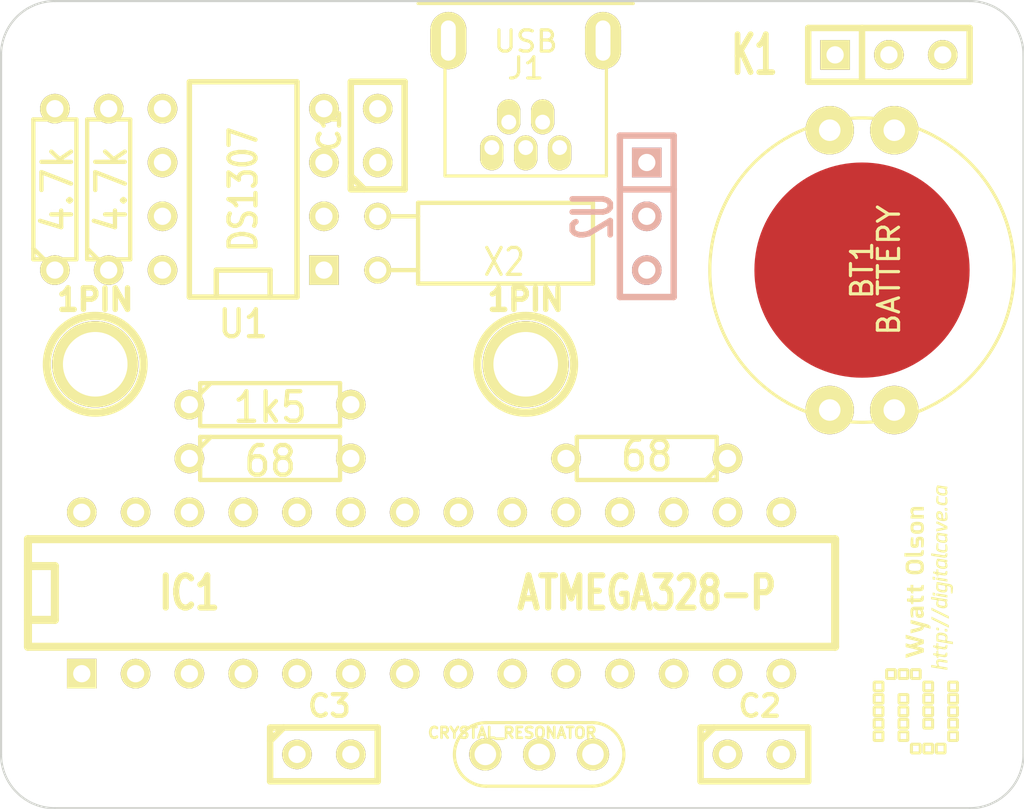
<source format=kicad_pcb>
(kicad_pcb (version 3) (host pcbnew "(2014-02-26 BZR 4721)-product")

  (general
    (links 44)
    (no_connects 44)
    (area 25.349999 23.622 82.230687 63.550001)
    (thickness 1.6)
    (drawings 8)
    (tracks 0)
    (zones 0)
    (modules 19)
    (nets 33)
  )

  (page A4)
  (layers
    (15 F.Cu signal)
    (0 B.Cu signal)
    (16 B.Adhes user)
    (17 F.Adhes user)
    (18 B.Paste user)
    (19 F.Paste user)
    (20 B.SilkS user)
    (21 F.SilkS user)
    (22 B.Mask user)
    (23 F.Mask user)
    (24 Dwgs.User user)
    (25 Cmts.User user)
    (26 Eco1.User user)
    (27 Eco2.User user)
    (28 Edge.Cuts user)
  )

  (setup
    (last_trace_width 0.254)
    (trace_clearance 0.254)
    (zone_clearance 0.508)
    (zone_45_only no)
    (trace_min 0.254)
    (segment_width 0.2)
    (edge_width 0.1)
    (via_size 0.889)
    (via_drill 0.635)
    (via_min_size 0.889)
    (via_min_drill 0.508)
    (uvia_size 0.508)
    (uvia_drill 0.127)
    (uvias_allowed no)
    (uvia_min_size 0.508)
    (uvia_min_drill 0.127)
    (pcb_text_width 0.3)
    (pcb_text_size 1.5 1.5)
    (mod_edge_width 0.15)
    (mod_text_size 1 1)
    (mod_text_width 0.15)
    (pad_size 1.1 1.65)
    (pad_drill 0.7)
    (pad_to_mask_clearance 0)
    (aux_axis_origin 0 0)
    (visible_elements FFFFFF7F)
    (pcbplotparams
      (layerselection 3178497)
      (usegerberextensions true)
      (excludeedgelayer true)
      (linewidth 0.150000)
      (plotframeref false)
      (viasonmask false)
      (mode 1)
      (useauxorigin false)
      (hpglpennumber 1)
      (hpglpenspeed 20)
      (hpglpendiameter 15)
      (hpglpenoverlay 2)
      (psnegative false)
      (psa4output false)
      (plotreference true)
      (plotvalue true)
      (plotothertext true)
      (plotinvisibletext false)
      (padsonsilk false)
      (subtractmaskfromsilk false)
      (outputformat 1)
      (mirror false)
      (drillshape 1)
      (scaleselection 1)
      (outputdirectory ""))
  )

  (net 0 "")
  (net 1 /AVR_X1)
  (net 2 /AVR_X2)
  (net 3 /D+)
  (net 4 /D+R)
  (net 5 /D-)
  (net 6 /D-R)
  (net 7 /IROUT)
  (net 8 /LED_OUT)
  (net 9 /RTC_X1)
  (net 10 /RTC_X2)
  (net 11 /SCL)
  (net 12 /SDA)
  (net 13 /SQW)
  (net 14 /VBAT)
  (net 15 GND)
  (net 16 "Net-(IC1-Pad1)")
  (net 17 "Net-(IC1-Pad11)")
  (net 18 "Net-(IC1-Pad12)")
  (net 19 "Net-(IC1-Pad15)")
  (net 20 "Net-(IC1-Pad16)")
  (net 21 "Net-(IC1-Pad17)")
  (net 22 "Net-(IC1-Pad18)")
  (net 23 "Net-(IC1-Pad19)")
  (net 24 "Net-(IC1-Pad2)")
  (net 25 "Net-(IC1-Pad24)")
  (net 26 "Net-(IC1-Pad25)")
  (net 27 "Net-(IC1-Pad26)")
  (net 28 "Net-(IC1-Pad3)")
  (net 29 "Net-(IC1-Pad6)")
  (net 30 "Net-(J1-Pad5)")
  (net 31 "Net-(J1-Pad6)")
  (net 32 VCC)

  (net_class Default "This is the default net class."
    (clearance 0.254)
    (trace_width 0.254)
    (via_dia 0.889)
    (via_drill 0.635)
    (uvia_dia 0.508)
    (uvia_drill 0.127)
    (add_net "")
    (add_net /AVR_X1)
    (add_net /AVR_X2)
    (add_net /D+)
    (add_net /D+R)
    (add_net /D-)
    (add_net /D-R)
    (add_net /IROUT)
    (add_net /LED_OUT)
    (add_net /RTC_X1)
    (add_net /RTC_X2)
    (add_net /SCL)
    (add_net /SDA)
    (add_net /SQW)
    (add_net /VBAT)
    (add_net GND)
    (add_net "Net-(IC1-Pad1)")
    (add_net "Net-(IC1-Pad11)")
    (add_net "Net-(IC1-Pad12)")
    (add_net "Net-(IC1-Pad15)")
    (add_net "Net-(IC1-Pad16)")
    (add_net "Net-(IC1-Pad17)")
    (add_net "Net-(IC1-Pad18)")
    (add_net "Net-(IC1-Pad19)")
    (add_net "Net-(IC1-Pad2)")
    (add_net "Net-(IC1-Pad24)")
    (add_net "Net-(IC1-Pad25)")
    (add_net "Net-(IC1-Pad26)")
    (add_net "Net-(IC1-Pad3)")
    (add_net "Net-(IC1-Pad6)")
    (add_net "Net-(J1-Pad5)")
    (add_net "Net-(J1-Pad6)")
    (add_net VCC)
  )

  (module conn:1pin (layer F.Cu) (tedit 537B7B9D) (tstamp 537B7BB4)
    (at 29.845 42.545)
    (descr "module 1 pin (ou trou mecanique de percage)")
    (tags DEV)
    (path 1pin)
    (fp_text reference 1PIN (at 0 -3.048) (layer F.SilkS)
      (effects (font (size 1.016 1.016) (thickness 0.254)))
    )
    (fp_text value P*** (at 0 2.794) (layer F.SilkS) hide
      (effects (font (size 1.016 1.016) (thickness 0.254)))
    )
    (fp_circle (center 0 0) (end 0 -2.286) (layer F.SilkS) (width 0.381))
    (pad 1 thru_hole circle (at 0 0) (size 4.064 4.064) (drill 3.048) (layers *.Cu *.Mask F.SilkS)
      (net 15 GND))
  )

  (module discrete:C1 (layer F.Cu) (tedit 3F92C496) (tstamp 537ADF4E)
    (at 43.18 31.75 90)
    (descr "Condensateur e = 1 pas")
    (tags C)
    (path /537ACFF9)
    (fp_text reference C1 (at 0.254 -2.286 90) (layer F.SilkS)
      (effects (font (size 1.016 1.016) (thickness 0.2032)))
    )
    (fp_text value 0.1uF (at 0 -2.286 90) (layer F.SilkS) hide
      (effects (font (size 1.016 1.016) (thickness 0.2032)))
    )
    (fp_line (start -2.4892 -1.27) (end 2.54 -1.27) (layer F.SilkS) (width 0.3048))
    (fp_line (start 2.54 -1.27) (end 2.54 1.27) (layer F.SilkS) (width 0.3048))
    (fp_line (start 2.54 1.27) (end -2.54 1.27) (layer F.SilkS) (width 0.3048))
    (fp_line (start -2.54 1.27) (end -2.54 -1.27) (layer F.SilkS) (width 0.3048))
    (fp_line (start -2.54 -0.635) (end -1.905 -1.27) (layer F.SilkS) (width 0.3048))
    (pad 1 thru_hole circle (at -1.27 0 90) (size 1.397 1.397) (drill 0.8128) (layers *.Cu *.Mask F.SilkS)
      (net 32 VCC))
    (pad 2 thru_hole circle (at 1.27 0 90) (size 1.397 1.397) (drill 0.8128) (layers *.Cu *.Mask F.SilkS)
      (net 15 GND))
    (model discret/capa_1_pas.wrl
      (at (xyz 0 0 0))
      (scale (xyz 1 1 1))
      (rotate (xyz 0 0 0))
    )
  )

  (module dip:DIP-28__300 (layer F.Cu) (tedit 200000) (tstamp 537ADF75)
    (at 45.72 53.34)
    (descr "28 pins DIL package, round pads, width 300mil")
    (tags DIL)
    (path /537ACEE5)
    (fp_text reference IC1 (at -11.43 0) (layer F.SilkS)
      (effects (font (size 1.524 1.143) (thickness 0.3048)))
    )
    (fp_text value ATMEGA328-P (at 10.16 0) (layer F.SilkS)
      (effects (font (size 1.524 1.143) (thickness 0.3048)))
    )
    (fp_line (start -19.05 -2.54) (end 19.05 -2.54) (layer F.SilkS) (width 0.381))
    (fp_line (start 19.05 -2.54) (end 19.05 2.54) (layer F.SilkS) (width 0.381))
    (fp_line (start 19.05 2.54) (end -19.05 2.54) (layer F.SilkS) (width 0.381))
    (fp_line (start -19.05 2.54) (end -19.05 -2.54) (layer F.SilkS) (width 0.381))
    (fp_line (start -19.05 -1.27) (end -17.78 -1.27) (layer F.SilkS) (width 0.381))
    (fp_line (start -17.78 -1.27) (end -17.78 1.27) (layer F.SilkS) (width 0.381))
    (fp_line (start -17.78 1.27) (end -19.05 1.27) (layer F.SilkS) (width 0.381))
    (pad 2 thru_hole circle (at -13.97 3.81) (size 1.397 1.397) (drill 0.8128) (layers *.Cu *.Mask F.SilkS)
      (net 24 "Net-(IC1-Pad2)"))
    (pad 3 thru_hole circle (at -11.43 3.81) (size 1.397 1.397) (drill 0.8128) (layers *.Cu *.Mask F.SilkS)
      (net 28 "Net-(IC1-Pad3)"))
    (pad 4 thru_hole circle (at -8.89 3.81) (size 1.397 1.397) (drill 0.8128) (layers *.Cu *.Mask F.SilkS)
      (net 4 /D+R))
    (pad 5 thru_hole circle (at -6.35 3.81) (size 1.397 1.397) (drill 0.8128) (layers *.Cu *.Mask F.SilkS)
      (net 7 /IROUT))
    (pad 6 thru_hole circle (at -3.81 3.81) (size 1.397 1.397) (drill 0.8128) (layers *.Cu *.Mask F.SilkS)
      (net 29 "Net-(IC1-Pad6)"))
    (pad 7 thru_hole circle (at -1.27 3.81) (size 1.397 1.397) (drill 0.8128) (layers *.Cu *.Mask F.SilkS)
      (net 32 VCC))
    (pad 8 thru_hole circle (at 1.27 3.81) (size 1.397 1.397) (drill 0.8128) (layers *.Cu *.Mask F.SilkS)
      (net 15 GND))
    (pad 9 thru_hole circle (at 3.81 3.81) (size 1.397 1.397) (drill 0.8128) (layers *.Cu *.Mask F.SilkS)
      (net 1 /AVR_X1))
    (pad 10 thru_hole circle (at 6.35 3.81) (size 1.397 1.397) (drill 0.8128) (layers *.Cu *.Mask F.SilkS)
      (net 2 /AVR_X2))
    (pad 11 thru_hole circle (at 8.89 3.81) (size 1.397 1.397) (drill 0.8128) (layers *.Cu *.Mask F.SilkS)
      (net 17 "Net-(IC1-Pad11)"))
    (pad 12 thru_hole circle (at 11.43 3.81) (size 1.397 1.397) (drill 0.8128) (layers *.Cu *.Mask F.SilkS)
      (net 18 "Net-(IC1-Pad12)"))
    (pad 13 thru_hole circle (at 13.97 3.81) (size 1.397 1.397) (drill 0.8128) (layers *.Cu *.Mask F.SilkS)
      (net 6 /D-R))
    (pad 14 thru_hole circle (at 16.51 3.81) (size 1.397 1.397) (drill 0.8128) (layers *.Cu *.Mask F.SilkS)
      (net 8 /LED_OUT))
    (pad 1 thru_hole rect (at -16.51 3.81) (size 1.397 1.397) (drill 0.8128) (layers *.Cu *.Mask F.SilkS)
      (net 16 "Net-(IC1-Pad1)"))
    (pad 15 thru_hole circle (at 16.51 -3.81) (size 1.397 1.397) (drill 0.8128) (layers *.Cu *.Mask F.SilkS)
      (net 19 "Net-(IC1-Pad15)"))
    (pad 16 thru_hole circle (at 13.97 -3.81) (size 1.397 1.397) (drill 0.8128) (layers *.Cu *.Mask F.SilkS)
      (net 20 "Net-(IC1-Pad16)"))
    (pad 17 thru_hole circle (at 11.43 -3.81) (size 1.397 1.397) (drill 0.8128) (layers *.Cu *.Mask F.SilkS)
      (net 21 "Net-(IC1-Pad17)"))
    (pad 18 thru_hole circle (at 8.89 -3.81) (size 1.397 1.397) (drill 0.8128) (layers *.Cu *.Mask F.SilkS)
      (net 22 "Net-(IC1-Pad18)"))
    (pad 19 thru_hole circle (at 6.35 -3.81) (size 1.397 1.397) (drill 0.8128) (layers *.Cu *.Mask F.SilkS)
      (net 23 "Net-(IC1-Pad19)"))
    (pad 20 thru_hole circle (at 3.81 -3.81) (size 1.397 1.397) (drill 0.8128) (layers *.Cu *.Mask F.SilkS)
      (net 32 VCC))
    (pad 21 thru_hole circle (at 1.27 -3.81) (size 1.397 1.397) (drill 0.8128) (layers *.Cu *.Mask F.SilkS)
      (net 32 VCC))
    (pad 22 thru_hole circle (at -1.27 -3.81) (size 1.397 1.397) (drill 0.8128) (layers *.Cu *.Mask F.SilkS)
      (net 15 GND))
    (pad 23 thru_hole circle (at -3.81 -3.81) (size 1.397 1.397) (drill 0.8128) (layers *.Cu *.Mask F.SilkS)
      (net 13 /SQW))
    (pad 24 thru_hole circle (at -6.35 -3.81) (size 1.397 1.397) (drill 0.8128) (layers *.Cu *.Mask F.SilkS)
      (net 25 "Net-(IC1-Pad24)"))
    (pad 25 thru_hole circle (at -8.89 -3.81) (size 1.397 1.397) (drill 0.8128) (layers *.Cu *.Mask F.SilkS)
      (net 26 "Net-(IC1-Pad25)"))
    (pad 26 thru_hole circle (at -11.43 -3.81) (size 1.397 1.397) (drill 0.8128) (layers *.Cu *.Mask F.SilkS)
      (net 27 "Net-(IC1-Pad26)"))
    (pad 27 thru_hole circle (at -13.97 -3.81) (size 1.397 1.397) (drill 0.8128) (layers *.Cu *.Mask F.SilkS)
      (net 12 /SDA))
    (pad 28 thru_hole circle (at -16.51 -3.81) (size 1.397 1.397) (drill 0.8128) (layers *.Cu *.Mask F.SilkS)
      (net 11 /SCL))
    (model dil/dil_28-w300.wrl
      (at (xyz 0 0 0))
      (scale (xyz 1 1 1))
      (rotate (xyz 0 0 0))
    )
  )

  (module conn:SIL-3 (layer F.Cu) (tedit 537BC270) (tstamp 537ADF81)
    (at 67.31 27.94)
    (descr "Connecteur 3 pins")
    (tags "CONN DEV")
    (path /537AD616)
    (fp_text reference K1 (at -6.35 0 180) (layer F.SilkS)
      (effects (font (size 1.7907 1.07696) (thickness 0.3048)))
    )
    (fp_text value CONN_3 (at 0 -2.54) (layer F.SilkS) hide
      (effects (font (size 1.524 1.016) (thickness 0.3048)))
    )
    (fp_line (start -3.81 1.27) (end -3.81 -1.27) (layer F.SilkS) (width 0.3048))
    (fp_line (start -3.81 -1.27) (end 3.81 -1.27) (layer F.SilkS) (width 0.3048))
    (fp_line (start 3.81 -1.27) (end 3.81 1.27) (layer F.SilkS) (width 0.3048))
    (fp_line (start 3.81 1.27) (end -3.81 1.27) (layer F.SilkS) (width 0.3048))
    (fp_line (start -1.27 -1.27) (end -1.27 1.27) (layer F.SilkS) (width 0.3048))
    (pad 1 thru_hole rect (at -2.54 0) (size 1.397 1.397) (drill 0.8128) (layers *.Cu *.Mask F.SilkS)
      (net 8 /LED_OUT))
    (pad 2 thru_hole circle (at 0 0) (size 1.397 1.397) (drill 0.8128) (layers *.Cu *.Mask F.SilkS)
      (net 32 VCC))
    (pad 3 thru_hole circle (at 2.54 0) (size 1.397 1.397) (drill 0.8128) (layers *.Cu *.Mask F.SilkS)
      (net 15 GND))
  )

  (module discrete:R3 (layer F.Cu) (tedit 4E4C0E65) (tstamp 537ADF8F)
    (at 30.48 34.29 90)
    (descr "Resitance 3 pas")
    (tags R)
    (path /537AD150)
    (autoplace_cost180 10)
    (fp_text reference R1 (at 0 0.127 90) (layer F.SilkS) hide
      (effects (font (size 1.397 1.27) (thickness 0.2032)))
    )
    (fp_text value 4.7k (at 0 0.127 90) (layer F.SilkS)
      (effects (font (size 1.397 1.27) (thickness 0.2032)))
    )
    (fp_line (start -3.81 0) (end -3.302 0) (layer F.SilkS) (width 0.2032))
    (fp_line (start 3.81 0) (end 3.302 0) (layer F.SilkS) (width 0.2032))
    (fp_line (start 3.302 0) (end 3.302 -1.016) (layer F.SilkS) (width 0.2032))
    (fp_line (start 3.302 -1.016) (end -3.302 -1.016) (layer F.SilkS) (width 0.2032))
    (fp_line (start -3.302 -1.016) (end -3.302 1.016) (layer F.SilkS) (width 0.2032))
    (fp_line (start -3.302 1.016) (end 3.302 1.016) (layer F.SilkS) (width 0.2032))
    (fp_line (start 3.302 1.016) (end 3.302 0) (layer F.SilkS) (width 0.2032))
    (fp_line (start -3.302 -0.508) (end -2.794 -1.016) (layer F.SilkS) (width 0.2032))
    (pad 1 thru_hole circle (at -3.81 0 90) (size 1.397 1.397) (drill 0.8128) (layers *.Cu *.Mask F.SilkS)
      (net 32 VCC))
    (pad 2 thru_hole circle (at 3.81 0 90) (size 1.397 1.397) (drill 0.8128) (layers *.Cu *.Mask F.SilkS)
      (net 12 /SDA))
    (model discret/resistor.wrl
      (at (xyz 0 0 0))
      (scale (xyz 0.3 0.3 0.3))
      (rotate (xyz 0 0 0))
    )
  )

  (module discrete:R3 (layer F.Cu) (tedit 4E4C0E65) (tstamp 537ADF9D)
    (at 27.94 34.29 90)
    (descr "Resitance 3 pas")
    (tags R)
    (path /537AD162)
    (autoplace_cost180 10)
    (fp_text reference R2 (at 0 0.127 90) (layer F.SilkS) hide
      (effects (font (size 1.397 1.27) (thickness 0.2032)))
    )
    (fp_text value 4.7k (at 0 0.127 90) (layer F.SilkS)
      (effects (font (size 1.397 1.27) (thickness 0.2032)))
    )
    (fp_line (start -3.81 0) (end -3.302 0) (layer F.SilkS) (width 0.2032))
    (fp_line (start 3.81 0) (end 3.302 0) (layer F.SilkS) (width 0.2032))
    (fp_line (start 3.302 0) (end 3.302 -1.016) (layer F.SilkS) (width 0.2032))
    (fp_line (start 3.302 -1.016) (end -3.302 -1.016) (layer F.SilkS) (width 0.2032))
    (fp_line (start -3.302 -1.016) (end -3.302 1.016) (layer F.SilkS) (width 0.2032))
    (fp_line (start -3.302 1.016) (end 3.302 1.016) (layer F.SilkS) (width 0.2032))
    (fp_line (start 3.302 1.016) (end 3.302 0) (layer F.SilkS) (width 0.2032))
    (fp_line (start -3.302 -0.508) (end -2.794 -1.016) (layer F.SilkS) (width 0.2032))
    (pad 1 thru_hole circle (at -3.81 0 90) (size 1.397 1.397) (drill 0.8128) (layers *.Cu *.Mask F.SilkS)
      (net 32 VCC))
    (pad 2 thru_hole circle (at 3.81 0 90) (size 1.397 1.397) (drill 0.8128) (layers *.Cu *.Mask F.SilkS)
      (net 11 /SCL))
    (model discret/resistor.wrl
      (at (xyz 0 0 0))
      (scale (xyz 0.3 0.3 0.3))
      (rotate (xyz 0 0 0))
    )
  )

  (module dip:DIP-8__300 (layer F.Cu) (tedit 43A7F843) (tstamp 537ADFB0)
    (at 36.83 34.29 90)
    (descr "8 pins DIL package, round pads")
    (tags DIL)
    (path /537ACEC6)
    (fp_text reference U1 (at -6.35 0 180) (layer F.SilkS)
      (effects (font (size 1.27 1.143) (thickness 0.2032)))
    )
    (fp_text value DS1307 (at 0 0 90) (layer F.SilkS)
      (effects (font (size 1.27 1.016) (thickness 0.2032)))
    )
    (fp_line (start -5.08 -1.27) (end -3.81 -1.27) (layer F.SilkS) (width 0.254))
    (fp_line (start -3.81 -1.27) (end -3.81 1.27) (layer F.SilkS) (width 0.254))
    (fp_line (start -3.81 1.27) (end -5.08 1.27) (layer F.SilkS) (width 0.254))
    (fp_line (start -5.08 -2.54) (end 5.08 -2.54) (layer F.SilkS) (width 0.254))
    (fp_line (start 5.08 -2.54) (end 5.08 2.54) (layer F.SilkS) (width 0.254))
    (fp_line (start 5.08 2.54) (end -5.08 2.54) (layer F.SilkS) (width 0.254))
    (fp_line (start -5.08 2.54) (end -5.08 -2.54) (layer F.SilkS) (width 0.254))
    (pad 1 thru_hole rect (at -3.81 3.81 90) (size 1.397 1.397) (drill 0.8128) (layers *.Cu *.Mask F.SilkS)
      (net 9 /RTC_X1))
    (pad 2 thru_hole circle (at -1.27 3.81 90) (size 1.397 1.397) (drill 0.8128) (layers *.Cu *.Mask F.SilkS)
      (net 10 /RTC_X2))
    (pad 3 thru_hole circle (at 1.27 3.81 90) (size 1.397 1.397) (drill 0.8128) (layers *.Cu *.Mask F.SilkS)
      (net 14 /VBAT))
    (pad 4 thru_hole circle (at 3.81 3.81 90) (size 1.397 1.397) (drill 0.8128) (layers *.Cu *.Mask F.SilkS)
      (net 15 GND))
    (pad 5 thru_hole circle (at 3.81 -3.81 90) (size 1.397 1.397) (drill 0.8128) (layers *.Cu *.Mask F.SilkS)
      (net 12 /SDA))
    (pad 6 thru_hole circle (at 1.27 -3.81 90) (size 1.397 1.397) (drill 0.8128) (layers *.Cu *.Mask F.SilkS)
      (net 11 /SCL))
    (pad 7 thru_hole circle (at -1.27 -3.81 90) (size 1.397 1.397) (drill 0.8128) (layers *.Cu *.Mask F.SilkS)
      (net 13 /SQW))
    (pad 8 thru_hole circle (at -3.81 -3.81 90) (size 1.397 1.397) (drill 0.8128) (layers *.Cu *.Mask F.SilkS)
      (net 32 VCC))
    (model dil/dil_8.wrl
      (at (xyz 0 0 0))
      (scale (xyz 1 1 1))
      (rotate (xyz 0 0 0))
    )
  )

  (module conn:SIL-3 (layer B.Cu) (tedit 537B8397) (tstamp 537ADFBC)
    (at 55.88 35.56 270)
    (descr "Connecteur 3 pins")
    (tags "CONN DEV")
    (path /537AD35C)
    (fp_text reference U2 (at 0 2.54 270) (layer B.SilkS)
      (effects (font (size 1.7907 1.07696) (thickness 0.3048)) (justify mirror))
    )
    (fp_text value TSOP39338 (at 0 2.54 270) (layer B.SilkS) hide
      (effects (font (size 1.524 1.016) (thickness 0.3048)) (justify mirror))
    )
    (fp_line (start -3.81 -1.27) (end -3.81 1.27) (layer B.SilkS) (width 0.3048))
    (fp_line (start -3.81 1.27) (end 3.81 1.27) (layer B.SilkS) (width 0.3048))
    (fp_line (start 3.81 1.27) (end 3.81 -1.27) (layer B.SilkS) (width 0.3048))
    (fp_line (start 3.81 -1.27) (end -3.81 -1.27) (layer B.SilkS) (width 0.3048))
    (fp_line (start -1.27 1.27) (end -1.27 -1.27) (layer B.SilkS) (width 0.3048))
    (pad 1 thru_hole rect (at -2.54 0 270) (size 1.397 1.397) (drill 0.8128) (layers *.Cu *.Mask B.SilkS)
      (net 7 /IROUT))
    (pad 2 thru_hole circle (at 0 0 270) (size 1.397 1.397) (drill 0.8128) (layers *.Cu *.Mask B.SilkS)
      (net 32 VCC))
    (pad 3 thru_hole circle (at 2.54 0 270) (size 1.397 1.397) (drill 0.8128) (layers *.Cu *.Mask B.SilkS)
      (net 15 GND))
  )

  (module discrete:QMONTRE (layer F.Cu) (tedit 451BB194) (tstamp 537ADFD6)
    (at 43.18 36.83 90)
    (path /537ACF32)
    (fp_text reference X2 (at -0.889 5.969 180) (layer F.SilkS)
      (effects (font (size 1.27 1.016) (thickness 0.1524)))
    )
    (fp_text value "32,768 kHz" (at 0.889 6.096 180) (layer F.SilkS) hide
      (effects (font (size 1.27 0.762) (thickness 0.1524)))
    )
    (fp_line (start -1.905 1.905) (end 1.905 1.905) (layer F.SilkS) (width 0.2032))
    (fp_line (start 1.905 1.905) (end 1.905 10.16) (layer F.SilkS) (width 0.2032))
    (fp_line (start 1.905 10.16) (end -1.905 10.16) (layer F.SilkS) (width 0.2032))
    (fp_line (start -1.905 10.16) (end -1.905 1.905) (layer F.SilkS) (width 0.2032))
    (fp_line (start -1.27 0) (end -1.27 1.905) (layer F.SilkS) (width 0.2032))
    (fp_line (start 1.27 0) (end 1.27 1.905) (layer F.SilkS) (width 0.2032))
    (pad 1 thru_hole circle (at -1.27 0 90) (size 1.27 1.27) (drill 0.8128) (layers *.Cu *.Mask F.SilkS)
      (net 9 /RTC_X1))
    (pad 2 thru_hole circle (at 1.27 0 90) (size 1.27 1.27) (drill 0.8128) (layers *.Cu *.Mask F.SilkS)
      (net 10 /RTC_X2))
    (model discret/qmontre.wrl
      (at (xyz 0 0 0))
      (scale (xyz 1 1 1))
      (rotate (xyz 0 0 0))
    )
  )

  (module discrete:C1 (layer F.Cu) (tedit 3F92C496) (tstamp 537AE0C4)
    (at 60.96 60.96)
    (descr "Condensateur e = 1 pas")
    (tags C)
    (path /537ADF9A)
    (fp_text reference C2 (at 0.254 -2.286) (layer F.SilkS)
      (effects (font (size 1.016 1.016) (thickness 0.2032)))
    )
    (fp_text value "20 pF" (at 0 -2.286) (layer F.SilkS) hide
      (effects (font (size 1.016 1.016) (thickness 0.2032)))
    )
    (fp_line (start -2.4892 -1.27) (end 2.54 -1.27) (layer F.SilkS) (width 0.3048))
    (fp_line (start 2.54 -1.27) (end 2.54 1.27) (layer F.SilkS) (width 0.3048))
    (fp_line (start 2.54 1.27) (end -2.54 1.27) (layer F.SilkS) (width 0.3048))
    (fp_line (start -2.54 1.27) (end -2.54 -1.27) (layer F.SilkS) (width 0.3048))
    (fp_line (start -2.54 -0.635) (end -1.905 -1.27) (layer F.SilkS) (width 0.3048))
    (pad 1 thru_hole circle (at -1.27 0) (size 1.397 1.397) (drill 0.8128) (layers *.Cu *.Mask F.SilkS)
      (net 15 GND))
    (pad 2 thru_hole circle (at 1.27 0) (size 1.397 1.397) (drill 0.8128) (layers *.Cu *.Mask F.SilkS)
      (net 1 /AVR_X1))
    (model discret/capa_1_pas.wrl
      (at (xyz 0 0 0))
      (scale (xyz 1 1 1))
      (rotate (xyz 0 0 0))
    )
  )

  (module discrete:C1 (layer F.Cu) (tedit 3F92C496) (tstamp 537AE0CF)
    (at 40.64 60.96)
    (descr "Condensateur e = 1 pas")
    (tags C)
    (path /537ADF88)
    (fp_text reference C3 (at 0.254 -2.286) (layer F.SilkS)
      (effects (font (size 1.016 1.016) (thickness 0.2032)))
    )
    (fp_text value "20 pF" (at 0 -2.286) (layer F.SilkS) hide
      (effects (font (size 1.016 1.016) (thickness 0.2032)))
    )
    (fp_line (start -2.4892 -1.27) (end 2.54 -1.27) (layer F.SilkS) (width 0.3048))
    (fp_line (start 2.54 -1.27) (end 2.54 1.27) (layer F.SilkS) (width 0.3048))
    (fp_line (start 2.54 1.27) (end -2.54 1.27) (layer F.SilkS) (width 0.3048))
    (fp_line (start -2.54 1.27) (end -2.54 -1.27) (layer F.SilkS) (width 0.3048))
    (fp_line (start -2.54 -0.635) (end -1.905 -1.27) (layer F.SilkS) (width 0.3048))
    (pad 1 thru_hole circle (at -1.27 0) (size 1.397 1.397) (drill 0.8128) (layers *.Cu *.Mask F.SilkS)
      (net 15 GND))
    (pad 2 thru_hole circle (at 1.27 0) (size 1.397 1.397) (drill 0.8128) (layers *.Cu *.Mask F.SilkS)
      (net 2 /AVR_X2))
    (model discret/capa_1_pas.wrl
      (at (xyz 0 0 0))
      (scale (xyz 1 1 1))
      (rotate (xyz 0 0 0))
    )
  )

  (module conn:1pin (layer F.Cu) (tedit 537B7B9D) (tstamp 537B7B52)
    (at 50.165 42.545)
    (descr "module 1 pin (ou trou mecanique de percage)")
    (tags DEV)
    (path 1pin)
    (fp_text reference 1PIN (at 0 -3.048) (layer F.SilkS)
      (effects (font (size 1.016 1.016) (thickness 0.254)))
    )
    (fp_text value P*** (at 0 2.794) (layer F.SilkS) hide
      (effects (font (size 1.016 1.016) (thickness 0.254)))
    )
    (fp_circle (center 0 0) (end 0 -2.286) (layer F.SilkS) (width 0.381))
    (pad 1 thru_hole circle (at 0 0) (size 4.064 4.064) (drill 3.048) (layers *.Cu *.Mask F.SilkS)
      (net 15 GND))
  )

  (module discrete:R3 (layer F.Cu) (tedit 4E4C0E65) (tstamp 537BBE7F)
    (at 38.1 46.99)
    (descr "Resitance 3 pas")
    (tags R)
    (path /537B76C3)
    (autoplace_cost180 10)
    (fp_text reference R3 (at 0 0.127) (layer F.SilkS) hide
      (effects (font (size 1.397 1.27) (thickness 0.2032)))
    )
    (fp_text value 68 (at 0 0.127) (layer F.SilkS)
      (effects (font (size 1.397 1.27) (thickness 0.2032)))
    )
    (fp_line (start -3.81 0) (end -3.302 0) (layer F.SilkS) (width 0.2032))
    (fp_line (start 3.81 0) (end 3.302 0) (layer F.SilkS) (width 0.2032))
    (fp_line (start 3.302 0) (end 3.302 -1.016) (layer F.SilkS) (width 0.2032))
    (fp_line (start 3.302 -1.016) (end -3.302 -1.016) (layer F.SilkS) (width 0.2032))
    (fp_line (start -3.302 -1.016) (end -3.302 1.016) (layer F.SilkS) (width 0.2032))
    (fp_line (start -3.302 1.016) (end 3.302 1.016) (layer F.SilkS) (width 0.2032))
    (fp_line (start 3.302 1.016) (end 3.302 0) (layer F.SilkS) (width 0.2032))
    (fp_line (start -3.302 -0.508) (end -2.794 -1.016) (layer F.SilkS) (width 0.2032))
    (pad 1 thru_hole circle (at -3.81 0) (size 1.397 1.397) (drill 0.8128) (layers *.Cu *.Mask F.SilkS)
      (net 4 /D+R))
    (pad 2 thru_hole circle (at 3.81 0) (size 1.397 1.397) (drill 0.8128) (layers *.Cu *.Mask F.SilkS)
      (net 3 /D+))
    (model discret/resistor.wrl
      (at (xyz 0 0 0))
      (scale (xyz 0.3 0.3 0.3))
      (rotate (xyz 0 0 0))
    )
  )

  (module discrete:R3 (layer F.Cu) (tedit 4E4C0E65) (tstamp 537BBE8D)
    (at 55.88 46.99 180)
    (descr "Resitance 3 pas")
    (tags R)
    (path /537B76D5)
    (autoplace_cost180 10)
    (fp_text reference R4 (at 0 0.127 180) (layer F.SilkS) hide
      (effects (font (size 1.397 1.27) (thickness 0.2032)))
    )
    (fp_text value 68 (at 0 0.127 180) (layer F.SilkS)
      (effects (font (size 1.397 1.27) (thickness 0.2032)))
    )
    (fp_line (start -3.81 0) (end -3.302 0) (layer F.SilkS) (width 0.2032))
    (fp_line (start 3.81 0) (end 3.302 0) (layer F.SilkS) (width 0.2032))
    (fp_line (start 3.302 0) (end 3.302 -1.016) (layer F.SilkS) (width 0.2032))
    (fp_line (start 3.302 -1.016) (end -3.302 -1.016) (layer F.SilkS) (width 0.2032))
    (fp_line (start -3.302 -1.016) (end -3.302 1.016) (layer F.SilkS) (width 0.2032))
    (fp_line (start -3.302 1.016) (end 3.302 1.016) (layer F.SilkS) (width 0.2032))
    (fp_line (start 3.302 1.016) (end 3.302 0) (layer F.SilkS) (width 0.2032))
    (fp_line (start -3.302 -0.508) (end -2.794 -1.016) (layer F.SilkS) (width 0.2032))
    (pad 1 thru_hole circle (at -3.81 0 180) (size 1.397 1.397) (drill 0.8128) (layers *.Cu *.Mask F.SilkS)
      (net 6 /D-R))
    (pad 2 thru_hole circle (at 3.81 0 180) (size 1.397 1.397) (drill 0.8128) (layers *.Cu *.Mask F.SilkS)
      (net 5 /D-))
    (model discret/resistor.wrl
      (at (xyz 0 0 0))
      (scale (xyz 0.3 0.3 0.3))
      (rotate (xyz 0 0 0))
    )
  )

  (module discrete:R3 (layer F.Cu) (tedit 4E4C0E65) (tstamp 537BBE9B)
    (at 38.1 44.45)
    (descr "Resitance 3 pas")
    (tags R)
    (path /537B7813)
    (autoplace_cost180 10)
    (fp_text reference R5 (at 0 0.127) (layer F.SilkS) hide
      (effects (font (size 1.397 1.27) (thickness 0.2032)))
    )
    (fp_text value 1k5 (at 0 0.127) (layer F.SilkS)
      (effects (font (size 1.397 1.27) (thickness 0.2032)))
    )
    (fp_line (start -3.81 0) (end -3.302 0) (layer F.SilkS) (width 0.2032))
    (fp_line (start 3.81 0) (end 3.302 0) (layer F.SilkS) (width 0.2032))
    (fp_line (start 3.302 0) (end 3.302 -1.016) (layer F.SilkS) (width 0.2032))
    (fp_line (start 3.302 -1.016) (end -3.302 -1.016) (layer F.SilkS) (width 0.2032))
    (fp_line (start -3.302 -1.016) (end -3.302 1.016) (layer F.SilkS) (width 0.2032))
    (fp_line (start -3.302 1.016) (end 3.302 1.016) (layer F.SilkS) (width 0.2032))
    (fp_line (start 3.302 1.016) (end 3.302 0) (layer F.SilkS) (width 0.2032))
    (fp_line (start -3.302 -0.508) (end -2.794 -1.016) (layer F.SilkS) (width 0.2032))
    (pad 1 thru_hole circle (at -3.81 0) (size 1.397 1.397) (drill 0.8128) (layers *.Cu *.Mask F.SilkS)
      (net 32 VCC))
    (pad 2 thru_hole circle (at 3.81 0) (size 1.397 1.397) (drill 0.8128) (layers *.Cu *.Mask F.SilkS)
      (net 5 /D-))
    (model discret/resistor.wrl
      (at (xyz 0 0 0))
      (scale (xyz 0.3 0.3 0.3))
      (rotate (xyz 0 0 0))
    )
  )

  (module ring60:BAT-HLD-012-THM (layer F.Cu) (tedit 537BBFC9) (tstamp 537BB561)
    (at 66.04 38.1 90)
    (path /537ACF90)
    (fp_text reference BT1 (at 0 0 90) (layer F.SilkS)
      (effects (font (size 1 1) (thickness 0.15)))
    )
    (fp_text value BATTERY (at 0 1.27 90) (layer F.SilkS)
      (effects (font (size 1 1) (thickness 0.15)))
    )
    (fp_circle (center 0 0) (end 5.08 -5.08) (layer F.SilkS) (width 0.15))
    (pad 2 smd circle (at 0 0 90) (size 10.16 10.16) (layers F.Cu F.Paste F.Mask)
      (net 15 GND))
    (pad 1 thru_hole circle (at 6.604 -1.524 90) (size 2.286 2.286) (drill 1.016) (layers *.Cu *.Mask F.SilkS)
      (net 14 /VBAT))
    (pad 1 thru_hole circle (at 6.604 1.524 90) (size 2.286 2.286) (drill 1.016) (layers *.Cu *.Mask F.SilkS)
      (net 14 /VBAT))
    (pad 1 thru_hole circle (at -6.604 -1.524 90) (size 2.286 2.286) (drill 1.016) (layers *.Cu *.Mask F.SilkS)
      (net 14 /VBAT))
    (pad 1 thru_hole circle (at -6.604 1.524 90) (size 2.286 2.286) (drill 1.016) (layers *.Cu *.Mask F.SilkS)
      (net 14 /VBAT))
  )

  (module ring60:USB-MINIB (layer F.Cu) (tedit 537BC041) (tstamp 537BBE71)
    (at 50.165 31.115)
    (path /537B5881)
    (fp_text reference J1 (at 0 -2.54) (layer F.SilkS)
      (effects (font (size 1 1) (thickness 0.15)))
    )
    (fp_text value USB (at 0 -3.81) (layer F.SilkS)
      (effects (font (size 1 1) (thickness 0.15)))
    )
    (fp_line (start -3.81 -5.08) (end -3.81 2.54) (layer F.SilkS) (width 0.15))
    (fp_line (start -3.81 2.54) (end 3.81 2.54) (layer F.SilkS) (width 0.15))
    (fp_line (start 3.81 2.54) (end 3.81 -5.08) (layer F.SilkS) (width 0.15))
    (fp_line (start 5.08 -5.6) (end -5.08 -5.6) (layer F.SilkS) (width 0.15))
    (pad 3 thru_hole oval (at 0 1.2) (size 1.1 1.65) (drill 0.7 (offset 0 0.25)) (layers *.Cu *.Mask F.SilkS)
      (net 3 /D+))
    (pad "" thru_hole oval (at -0.8 0) (size 1.1 1.65) (drill 0.7 (offset 0 -0.25)) (layers *.Cu *.Mask F.SilkS))
    (pad 2 thru_hole oval (at 0.8 0) (size 1.1 1.65) (drill 0.7 (offset 0 -0.25)) (layers *.Cu *.Mask F.SilkS)
      (net 5 /D-))
    (pad 1 thru_hole oval (at 1.6 1.2) (size 1.1 1.65) (drill 0.7 (offset 0 0.25)) (layers *.Cu *.Mask F.SilkS)
      (net 32 VCC))
    (pad 4 thru_hole oval (at -1.6 1.2) (size 1.1 1.65) (drill 0.7 (offset 0 0.25)) (layers *.Cu *.Mask F.SilkS)
      (net 15 GND))
    (pad 6 thru_hole oval (at 3.65 -3.85) (size 1.7 2.7) (drill oval 0.7 1.9) (layers *.Cu *.Mask F.SilkS)
      (net 31 "Net-(J1-Pad6)"))
    (pad 5 thru_hole oval (at -3.65 -3.85) (size 1.7 2.7) (drill oval 0.7 1.9) (layers *.Cu *.Mask F.SilkS)
      (net 30 "Net-(J1-Pad5)"))
  )

  (module custom:CRYSTAL_RESONATOR (layer F.Cu) (tedit 535DBA6F) (tstamp 537C8409)
    (at 50.8 60.96)
    (tags "XTAL RESONATOR")
    (path /537BC555)
    (fp_text reference X1 (at 0.254 -2.159) (layer F.SilkS) hide
      (effects (font (size 1.016 1.016) (thickness 0.1524)))
    )
    (fp_text value CRYSTAL_RESONATOR (at -1.27 -1.016) (layer F.SilkS)
      (effects (font (size 0.508 0.508) (thickness 0.127)))
    )
    (fp_line (start 2.5 1.5) (end -2.5 1.5) (layer F.SilkS) (width 0.15))
    (fp_line (start -2.5 -1.5) (end 2.5 -1.5) (layer F.SilkS) (width 0.15))
    (fp_arc (start 2.5 0) (end 2.5 -1.5) (angle 180) (layer F.SilkS) (width 0.15))
    (fp_arc (start -2.5 0) (end -2.5 1.5) (angle 180) (layer F.SilkS) (width 0.15))
    (pad 1 thru_hole circle (at -2.54 0) (size 1.524 1.524) (drill 1.016) (layers *.Cu *.Mask F.SilkS)
      (net 1 /AVR_X1))
    (pad 2 thru_hole circle (at 2.54 0) (size 1.524 1.524) (drill 1.016) (layers *.Cu *.Mask F.SilkS)
      (net 2 /AVR_X2))
    (pad 3 thru_hole circle (at 0 0) (size 1.524 1.524) (drill 1.016) (layers *.Cu *.Mask F.SilkS)
      (net 15 GND))
    (model pin_array/pins_array_3x1.wrl
      (at (xyz 0 0 0))
      (scale (xyz 1 1 1))
      (rotate (xyz 0 0 0))
    )
  )

  (module custom:DIGITALCAVE_LOGO_WIDE_SMALL (layer F.Cu) (tedit 0) (tstamp 537E0364)
    (at 68.58 54.61 90)
    (fp_text reference VAL (at 0 0 90) (layer F.SilkS) hide
      (effects (font (size 1.143 1.143) (thickness 0.1778)))
    )
    (fp_text value DIGITALCAVE_LOGO_WIDE_SMALL (at 0 0 90) (layer F.SilkS) hide
      (effects (font (size 1.143 1.143) (thickness 0.1778)))
    )
    (fp_poly (pts (xy -5.21208 1.96596) (xy -5.2451 1.99898) (xy -5.28066 2.03454) (xy -5.34924 2.03454)
      (xy -5.34924 1.89738) (xy -5.34924 1.75768) (xy -5.34924 1.62052) (xy -5.4864 1.62052)
      (xy -5.6261 1.62052) (xy -5.6261 1.75768) (xy -5.6261 1.89738) (xy -5.4864 1.89738)
      (xy -5.34924 1.89738) (xy -5.34924 2.03454) (xy -5.48894 2.03454) (xy -5.69468 2.03454)
      (xy -5.73024 1.99898) (xy -5.76326 1.96596) (xy -5.76326 1.75768) (xy -5.76326 1.55194)
      (xy -5.73024 1.51638) (xy -5.69468 1.48336) (xy -5.4864 1.48336) (xy -5.28066 1.48336)
      (xy -5.2451 1.51638) (xy -5.21208 1.55194) (xy -5.21208 1.75768) (xy -5.21208 1.96596)
      (xy -5.21208 1.96596)) (layer F.SilkS) (width 0.00254))
    (fp_poly (pts (xy -4.62534 1.96596) (xy -4.6609 1.99898) (xy -4.69392 2.03454) (xy -4.7625 2.03454)
      (xy -4.7625 1.62052) (xy -4.9022 1.62052) (xy -5.03936 1.62052) (xy -5.03936 1.75768)
      (xy -5.03936 1.89738) (xy -4.9022 1.89484) (xy -4.76504 1.89484) (xy -4.7625 1.75768)
      (xy -4.7625 1.62052) (xy -4.7625 2.03454) (xy -4.9022 2.03454) (xy -5.10794 2.03454)
      (xy -5.1435 1.99898) (xy -5.17652 1.96596) (xy -5.17652 1.75768) (xy -5.17652 1.54686)
      (xy -5.1435 1.51638) (xy -5.11048 1.48336) (xy -4.9022 1.48336) (xy -4.69392 1.48336)
      (xy -4.6609 1.51638) (xy -4.62534 1.55194) (xy -4.62534 1.75768) (xy -4.62534 1.96596)
      (xy -4.62534 1.96596)) (layer F.SilkS) (width 0.00254))
    (fp_poly (pts (xy -4.0386 1.96342) (xy -4.07416 1.99898) (xy -4.10972 2.03454) (xy -4.1783 2.03454)
      (xy -4.1783 1.89738) (xy -4.1783 1.75768) (xy -4.1783 1.62052) (xy -4.31546 1.62052)
      (xy -4.45262 1.62052) (xy -4.45262 1.75768) (xy -4.45262 1.89738) (xy -4.31546 1.89738)
      (xy -4.1783 1.89738) (xy -4.1783 2.03454) (xy -4.31546 2.03454) (xy -4.5212 2.03454)
      (xy -4.55676 1.99898) (xy -4.59232 1.96342) (xy -4.59232 1.75768) (xy -4.59232 1.55194)
      (xy -4.5593 1.51638) (xy -4.52374 1.48336) (xy -4.31546 1.48336) (xy -4.10718 1.48336)
      (xy -4.07416 1.51638) (xy -4.0386 1.55194) (xy -4.0386 1.75768) (xy -4.0386 1.96342)
      (xy -4.0386 1.96342)) (layer F.SilkS) (width 0.00254))
    (fp_poly (pts (xy -3.4544 1.96596) (xy -3.48996 1.99898) (xy -3.52298 2.03454) (xy -3.59156 2.03454)
      (xy -3.59156 1.89738) (xy -3.59156 1.75768) (xy -3.59156 1.62052) (xy -3.73126 1.62052)
      (xy -3.86842 1.62052) (xy -3.86842 1.75514) (xy -3.86842 1.78308) (xy -3.86842 1.81102)
      (xy -3.86842 1.83388) (xy -3.86842 1.8542) (xy -3.86842 1.87198) (xy -3.86842 1.88468)
      (xy -3.86842 1.8923) (xy -3.86842 1.89484) (xy -3.86334 1.89484) (xy -3.85572 1.89484)
      (xy -3.84302 1.89484) (xy -3.82524 1.89738) (xy -3.80492 1.89738) (xy -3.78206 1.89738)
      (xy -3.75412 1.89738) (xy -3.72872 1.89738) (xy -3.59156 1.89738) (xy -3.59156 2.03454)
      (xy -3.73126 2.03454) (xy -3.937 2.03454) (xy -3.97256 1.99898) (xy -4.00558 1.96596)
      (xy -4.00558 1.75768) (xy -4.00558 1.55194) (xy -3.97256 1.51638) (xy -3.937 1.48336)
      (xy -3.72872 1.48336) (xy -3.52044 1.48336) (xy -3.48742 1.51638) (xy -3.4544 1.5494)
      (xy -3.4544 1.75768) (xy -3.4544 1.96596) (xy -3.4544 1.96596)) (layer F.SilkS) (width 0.00254))
    (fp_poly (pts (xy -2.86766 1.96596) (xy -2.90322 1.99898) (xy -2.93624 2.03454) (xy -3.00482 2.03454)
      (xy -3.00482 1.89738) (xy -3.00482 1.75768) (xy -3.00482 1.62052) (xy -3.14452 1.62052)
      (xy -3.28422 1.62052) (xy -3.28422 1.75768) (xy -3.28422 1.89738) (xy -3.14452 1.89738)
      (xy -3.00482 1.89738) (xy -3.00482 2.03454) (xy -3.14452 2.03454) (xy -3.3528 2.03454)
      (xy -3.38582 1.99898) (xy -3.42138 1.96596) (xy -3.42138 1.75768) (xy -3.42138 1.55194)
      (xy -3.38582 1.51638) (xy -3.35026 1.48336) (xy -3.14452 1.48336) (xy -2.93624 1.48336)
      (xy -2.90322 1.51638) (xy -2.86766 1.55194) (xy -2.86766 1.75768) (xy -2.86766 1.96596)
      (xy -2.86766 1.96596)) (layer F.SilkS) (width 0.00254))
    (fp_poly (pts (xy 1.78816 0.9906) (xy 1.78816 0.99314) (xy 1.78562 1.00076) (xy 1.78562 1.01346)
      (xy 1.78054 1.03124) (xy 1.778 1.0541) (xy 1.77546 1.0795) (xy 1.77038 1.10744)
      (xy 1.7653 1.13792) (xy 1.76022 1.17094) (xy 1.75514 1.20396) (xy 1.75006 1.23952)
      (xy 1.74244 1.27508) (xy 1.73736 1.31318) (xy 1.73228 1.34874) (xy 1.72466 1.3843)
      (xy 1.71958 1.41986) (xy 1.7145 1.45288) (xy 1.70942 1.48336) (xy 1.70434 1.5113)
      (xy 1.69926 1.5367) (xy 1.69672 1.55956) (xy 1.69418 1.57734) (xy 1.69164 1.59258)
      (xy 1.6891 1.6002) (xy 1.6891 1.60528) (xy 1.67894 1.6383) (xy 1.6637 1.66624)
      (xy 1.6637 1.66878) (xy 1.6637 1.06172) (xy 1.6637 1.05918) (xy 1.66116 1.05918)
      (xy 1.65608 1.05664) (xy 1.64846 1.05664) (xy 1.63576 1.05664) (xy 1.62052 1.05664)
      (xy 1.59766 1.05664) (xy 1.59258 1.05664) (xy 1.56718 1.05664) (xy 1.54686 1.05664)
      (xy 1.52908 1.05664) (xy 1.51638 1.05918) (xy 1.50622 1.06172) (xy 1.4986 1.06426)
      (xy 1.49098 1.0668) (xy 1.48336 1.07188) (xy 1.48082 1.07442) (xy 1.47066 1.08204)
      (xy 1.4605 1.09474) (xy 1.45034 1.10998) (xy 1.44018 1.12776) (xy 1.4351 1.13792)
      (xy 1.43002 1.15824) (xy 1.4224 1.1811) (xy 1.41732 1.20904) (xy 1.41224 1.23952)
      (xy 1.40716 1.27) (xy 1.40462 1.30048) (xy 1.40462 1.32588) (xy 1.4097 1.34874)
      (xy 1.41732 1.36652) (xy 1.42748 1.38176) (xy 1.44272 1.39192) (xy 1.45288 1.39446)
      (xy 1.46304 1.397) (xy 1.47574 1.397) (xy 1.49352 1.397) (xy 1.5113 1.397)
      (xy 1.52654 1.39446) (xy 1.53924 1.39192) (xy 1.55194 1.38938) (xy 1.56718 1.38684)
      (xy 1.58242 1.3843) (xy 1.59512 1.38176) (xy 1.60528 1.37668) (xy 1.61036 1.37414)
      (xy 1.61036 1.37414) (xy 1.6129 1.3716) (xy 1.6129 1.36398) (xy 1.61544 1.35128)
      (xy 1.61798 1.3335) (xy 1.62306 1.31572) (xy 1.6256 1.29286) (xy 1.63068 1.26746)
      (xy 1.63322 1.24206) (xy 1.6383 1.21666) (xy 1.64338 1.19126) (xy 1.64592 1.16586)
      (xy 1.651 1.14046) (xy 1.65354 1.12014) (xy 1.65862 1.09982) (xy 1.66116 1.08458)
      (xy 1.66116 1.07188) (xy 1.6637 1.06426) (xy 1.6637 1.06172) (xy 1.6637 1.66878)
      (xy 1.64846 1.69164) (xy 1.62814 1.71196) (xy 1.60274 1.72974) (xy 1.59258 1.73482)
      (xy 1.57988 1.7399) (xy 1.56972 1.74498) (xy 1.55702 1.74752) (xy 1.54178 1.75006)
      (xy 1.52654 1.7526) (xy 1.50876 1.7526) (xy 1.48844 1.7526) (xy 1.46558 1.75006)
      (xy 1.43764 1.74752) (xy 1.40462 1.74498) (xy 1.36652 1.74244) (xy 1.36398 1.74244)
      (xy 1.33858 1.7399) (xy 1.31572 1.73736) (xy 1.29286 1.73482) (xy 1.27508 1.73228)
      (xy 1.26238 1.72974) (xy 1.25222 1.72974) (xy 1.24714 1.72974) (xy 1.24714 1.72974)
      (xy 1.24714 1.72466) (xy 1.24714 1.71704) (xy 1.24714 1.70688) (xy 1.24968 1.69418)
      (xy 1.24968 1.69164) (xy 1.25476 1.65608) (xy 1.38176 1.65354) (xy 1.5113 1.65354)
      (xy 1.52654 1.64592) (xy 1.54432 1.63322) (xy 1.55956 1.61798) (xy 1.57226 1.6002)
      (xy 1.5748 1.59004) (xy 1.57734 1.58496) (xy 1.57988 1.5748) (xy 1.58242 1.55956)
      (xy 1.58496 1.54432) (xy 1.59004 1.52654) (xy 1.59258 1.50876) (xy 1.59512 1.49352)
      (xy 1.59766 1.47828) (xy 1.59766 1.46812) (xy 1.59766 1.4605) (xy 1.59766 1.45796)
      (xy 1.59512 1.45796) (xy 1.5875 1.4605) (xy 1.57988 1.46558) (xy 1.5748 1.46558)
      (xy 1.55194 1.47574) (xy 1.53416 1.48082) (xy 1.51638 1.4859) (xy 1.4986 1.48844)
      (xy 1.47574 1.48844) (xy 1.45796 1.48844) (xy 1.43764 1.48844) (xy 1.42494 1.48844)
      (xy 1.41478 1.48844) (xy 1.40462 1.4859) (xy 1.397 1.4859) (xy 1.38938 1.48336)
      (xy 1.36652 1.4732) (xy 1.34874 1.4605) (xy 1.33096 1.44526) (xy 1.32334 1.4351)
      (xy 1.31572 1.42494) (xy 1.31064 1.41224) (xy 1.30556 1.397) (xy 1.30048 1.38684)
      (xy 1.29794 1.37668) (xy 1.29794 1.36906) (xy 1.2954 1.3589) (xy 1.2954 1.34874)
      (xy 1.2954 1.3335) (xy 1.2954 1.31572) (xy 1.2954 1.30556) (xy 1.2954 1.25222)
      (xy 1.30302 1.20396) (xy 1.31064 1.15824) (xy 1.32334 1.1176) (xy 1.34112 1.0795)
      (xy 1.35382 1.05664) (xy 1.36398 1.0414) (xy 1.37922 1.02362) (xy 1.397 1.00838)
      (xy 1.41478 0.99568) (xy 1.42494 0.98806) (xy 1.44272 0.98044) (xy 1.46304 0.97282)
      (xy 1.4859 0.96774) (xy 1.50368 0.9652) (xy 1.5113 0.96266) (xy 1.52654 0.96266)
      (xy 1.54432 0.9652) (xy 1.56464 0.9652) (xy 1.5875 0.9652) (xy 1.61036 0.96774)
      (xy 1.63322 0.97028) (xy 1.65354 0.97028) (xy 1.67386 0.97282) (xy 1.67386 0.97282)
      (xy 1.6891 0.97536) (xy 1.70434 0.9779) (xy 1.72212 0.98044) (xy 1.73736 0.98298)
      (xy 1.75514 0.98298) (xy 1.76784 0.98552) (xy 1.778 0.98806) (xy 1.78562 0.9906)
      (xy 1.78816 0.9906) (xy 1.78816 0.9906)) (layer F.SilkS) (width 0.00254))
    (fp_poly (pts (xy -0.60452 1.16586) (xy -0.60452 1.19126) (xy -0.60706 1.2192) (xy -0.61214 1.25222)
      (xy -0.61468 1.27) (xy -0.6223 1.30556) (xy -0.62992 1.33604) (xy -0.64008 1.36398)
      (xy -0.65278 1.38938) (xy -0.66548 1.41224) (xy -0.66802 1.41478) (xy -0.68834 1.44018)
      (xy -0.7112 1.4605) (xy -0.71628 1.46558) (xy -0.71628 1.16586) (xy -0.71882 1.14808)
      (xy -0.71882 1.1303) (xy -0.72136 1.1176) (xy -0.72136 1.11506) (xy -0.72898 1.09474)
      (xy -0.73914 1.0795) (xy -0.75184 1.06934) (xy -0.76708 1.06172) (xy -0.84328 1.06172)
      (xy -0.91948 1.06172) (xy -0.94488 1.21666) (xy -0.94996 1.2446) (xy -0.95504 1.27254)
      (xy -0.96012 1.29794) (xy -0.96266 1.3208) (xy -0.9652 1.34112) (xy -0.96774 1.35636)
      (xy -0.97028 1.36906) (xy -0.97028 1.37414) (xy -0.97028 1.37668) (xy -0.96774 1.37922)
      (xy -0.96012 1.3843) (xy -0.94742 1.38938) (xy -0.93472 1.39446) (xy -0.91694 1.397)
      (xy -0.9017 1.40208) (xy -0.88646 1.40208) (xy -0.8763 1.40462) (xy -0.86614 1.40208)
      (xy -0.85344 1.40208) (xy -0.84074 1.40208) (xy -0.8382 1.40208) (xy -0.8128 1.397)
      (xy -0.79502 1.38684) (xy -0.77724 1.37414) (xy -0.762 1.35636) (xy -0.75184 1.33858)
      (xy -0.74676 1.32334) (xy -0.73914 1.30302) (xy -0.73406 1.28016) (xy -0.72898 1.2573)
      (xy -0.7239 1.23444) (xy -0.72136 1.2192) (xy -0.71882 1.20396) (xy -0.71882 1.18618)
      (xy -0.71628 1.16586) (xy -0.71628 1.46558) (xy -0.73914 1.47828) (xy -0.76708 1.48844)
      (xy -0.8001 1.49352) (xy -0.8382 1.49606) (xy -0.86614 1.49352) (xy -0.9017 1.48844)
      (xy -0.93472 1.48082) (xy -0.96012 1.4732) (xy -0.9652 1.47066) (xy -0.97536 1.46558)
      (xy -0.98298 1.46304) (xy -0.98552 1.46304) (xy -0.98552 1.46304) (xy -0.98552 1.46558)
      (xy -0.98806 1.47574) (xy -0.9906 1.4859) (xy -0.99314 1.50368) (xy -0.99568 1.52146)
      (xy -1.00076 1.54432) (xy -1.0033 1.56718) (xy -1.00838 1.59258) (xy -1.01092 1.61798)
      (xy -1.016 1.64084) (xy -1.02108 1.66624) (xy -1.02362 1.68656) (xy -1.02616 1.70688)
      (xy -1.0287 1.72466) (xy -1.03124 1.73736) (xy -1.03378 1.74498) (xy -1.03378 1.74752)
      (xy -1.03632 1.75006) (xy -1.04394 1.75006) (xy -1.0541 1.75006) (xy -1.06934 1.75006)
      (xy -1.08712 1.75006) (xy -1.08966 1.75006) (xy -1.14808 1.75006) (xy -1.14554 1.74498)
      (xy -1.14554 1.7399) (xy -1.143 1.73228) (xy -1.14046 1.71704) (xy -1.13792 1.69926)
      (xy -1.13284 1.6764) (xy -1.1303 1.64846) (xy -1.12522 1.61798) (xy -1.1176 1.58242)
      (xy -1.11252 1.54686) (xy -1.1049 1.50622) (xy -1.09982 1.46304) (xy -1.0922 1.41986)
      (xy -1.08458 1.37414) (xy -1.08204 1.36398) (xy -1.07442 1.31826) (xy -1.0668 1.27508)
      (xy -1.06172 1.2319) (xy -1.0541 1.19126) (xy -1.04648 1.15316) (xy -1.0414 1.12014)
      (xy -1.03632 1.08712) (xy -1.03124 1.06172) (xy -1.0287 1.03632) (xy -1.02362 1.01854)
      (xy -1.02108 1.0033) (xy -1.02108 0.99314) (xy -1.01854 0.98806) (xy -1.01854 0.98806)
      (xy -1.016 0.98806) (xy -1.00838 0.98552) (xy -0.99822 0.98298) (xy -0.99568 0.98298)
      (xy -0.96266 0.9779) (xy -0.9271 0.97536) (xy -0.89154 0.97282) (xy -0.8509 0.97028)
      (xy -0.81534 0.97028) (xy -0.78994 0.97028) (xy -0.76962 0.97028) (xy -0.75438 0.97028)
      (xy -0.74168 0.97028) (xy -0.73406 0.97028) (xy -0.72644 0.97028) (xy -0.71882 0.97282)
      (xy -0.71628 0.97282) (xy -0.69342 0.98044) (xy -0.67564 0.98806) (xy -0.6604 1.00076)
      (xy -0.65278 1.00584) (xy -0.63754 1.02616) (xy -0.62484 1.04902) (xy -0.61468 1.07442)
      (xy -0.60706 1.1049) (xy -0.60452 1.13792) (xy -0.60452 1.16586) (xy -0.60452 1.16586)) (layer F.SilkS) (width 0.00254))
    (fp_poly (pts (xy 0.1524 0.73914) (xy 0.14986 0.74168) (xy 0.14732 0.7493) (xy 0.1397 0.762)
      (xy 0.13208 0.77978) (xy 0.12192 0.8001) (xy 0.10922 0.82296) (xy 0.09652 0.85344)
      (xy 0.08128 0.88392) (xy 0.0635 0.91694) (xy 0.04572 0.95504) (xy 0.0254 0.99568)
      (xy 0.00508 1.03632) (xy -0.01524 1.0795) (xy -0.0381 1.12522) (xy -0.04826 1.14808)
      (xy -0.24892 1.55702) (xy -0.30734 1.55702) (xy -0.3683 1.55956) (xy -0.35814 1.53924)
      (xy -0.3556 1.53416) (xy -0.35306 1.52654) (xy -0.34544 1.5113) (xy -0.33528 1.49352)
      (xy -0.32512 1.47066) (xy -0.31242 1.44526) (xy -0.29718 1.41478) (xy -0.28194 1.38176)
      (xy -0.26416 1.3462) (xy -0.24638 1.3081) (xy -0.22606 1.26746) (xy -0.20574 1.22428)
      (xy -0.18288 1.1811) (xy -0.16002 1.13538) (xy -0.15748 1.1303) (xy 0.03302 0.73914)
      (xy 0.09398 0.73914) (xy 0.11176 0.73914) (xy 0.127 0.73914) (xy 0.1397 0.73914)
      (xy 0.14732 0.73914) (xy 0.1524 0.73914) (xy 0.1524 0.73914) (xy 0.1524 0.73914)) (layer F.SilkS) (width 0.00254))
    (fp_poly (pts (xy 0.57404 0.74168) (xy 0.57404 0.74422) (xy 0.56896 0.75184) (xy 0.56388 0.76454)
      (xy 0.55372 0.78232) (xy 0.54356 0.80264) (xy 0.5334 0.82804) (xy 0.51816 0.85598)
      (xy 0.50292 0.88646) (xy 0.48514 0.92202) (xy 0.46736 0.96012) (xy 0.44704 0.99822)
      (xy 0.42672 1.0414) (xy 0.4064 1.08458) (xy 0.38354 1.1303) (xy 0.37338 1.15062)
      (xy 0.17272 1.55702) (xy 0.1143 1.55702) (xy 0.05588 1.55956) (xy 0.0889 1.49098)
      (xy 0.09398 1.47828) (xy 0.1016 1.46304) (xy 0.11176 1.44272) (xy 0.12446 1.41732)
      (xy 0.13716 1.38938) (xy 0.1524 1.3589) (xy 0.17018 1.32334) (xy 0.18796 1.28778)
      (xy 0.20828 1.24968) (xy 0.2286 1.20904) (xy 0.24892 1.16586) (xy 0.26924 1.12268)
      (xy 0.28956 1.08204) (xy 0.4572 0.73914) (xy 0.51562 0.73914) (xy 0.53848 0.73914)
      (xy 0.55626 0.73914) (xy 0.56642 0.73914) (xy 0.57404 0.73914) (xy 0.57404 0.74168)
      (xy 0.57404 0.74168)) (layer F.SilkS) (width 0.00254))
    (fp_poly (pts (xy 5.1308 1.09474) (xy 5.12826 1.12776) (xy 5.12064 1.15824) (xy 5.11048 1.18618)
      (xy 5.09524 1.20904) (xy 5.08 1.22682) (xy 5.06476 1.24206) (xy 5.04952 1.25222)
      (xy 5.03682 1.2573) (xy 5.0165 1.26746) (xy 5.0165 1.10998) (xy 5.01396 1.0922)
      (xy 5.00888 1.0795) (xy 4.99872 1.06934) (xy 4.99618 1.0668) (xy 4.98094 1.06172)
      (xy 4.96316 1.05918) (xy 4.94284 1.05664) (xy 4.91998 1.05664) (xy 4.90982 1.05918)
      (xy 4.88696 1.06172) (xy 4.86664 1.0668) (xy 4.8514 1.07442) (xy 4.83616 1.08458)
      (xy 4.826 1.09728) (xy 4.81584 1.11506) (xy 4.80568 1.13538) (xy 4.79806 1.16078)
      (xy 4.79044 1.19126) (xy 4.79044 1.19634) (xy 4.79044 1.19888) (xy 4.79044 1.20142)
      (xy 4.79552 1.20142) (xy 4.8006 1.20396) (xy 4.81076 1.20396) (xy 4.82346 1.20396)
      (xy 4.84124 1.20396) (xy 4.85648 1.20396) (xy 4.8768 1.20396) (xy 4.89204 1.20142)
      (xy 4.90728 1.20142) (xy 4.91744 1.19888) (xy 4.9276 1.19634) (xy 4.93014 1.19634)
      (xy 4.95808 1.18872) (xy 4.9784 1.17602) (xy 4.99618 1.16078) (xy 5.00888 1.14554)
      (xy 5.01396 1.12522) (xy 5.0165 1.10998) (xy 5.0165 1.26746) (xy 5.01142 1.27)
      (xy 4.98348 1.28016) (xy 4.95554 1.28524) (xy 4.95046 1.28778) (xy 4.93522 1.29032)
      (xy 4.9149 1.29032) (xy 4.89458 1.29032) (xy 4.87172 1.29032) (xy 4.84886 1.29032)
      (xy 4.82854 1.28778) (xy 4.81076 1.28524) (xy 4.80568 1.28524) (xy 4.79552 1.2827)
      (xy 4.78536 1.2827) (xy 4.78028 1.28016) (xy 4.77774 1.2827) (xy 4.77774 1.28524)
      (xy 4.77774 1.29286) (xy 4.7752 1.30302) (xy 4.7752 1.3081) (xy 4.7752 1.3335)
      (xy 4.7752 1.35128) (xy 4.78028 1.36652) (xy 4.7879 1.37922) (xy 4.8006 1.38938)
      (xy 4.81584 1.39446) (xy 4.83108 1.397) (xy 4.84378 1.39954) (xy 4.86156 1.39954)
      (xy 4.88442 1.39954) (xy 4.90728 1.39954) (xy 4.93268 1.39954) (xy 4.95808 1.397)
      (xy 4.98348 1.397) (xy 5.00634 1.39446) (xy 5.02412 1.39192) (xy 5.03936 1.38938)
      (xy 5.05206 1.38938) (xy 5.06222 1.38684) (xy 5.06984 1.38684) (xy 5.06984 1.38684)
      (xy 5.06984 1.38938) (xy 5.06984 1.397) (xy 5.06984 1.4097) (xy 5.0673 1.4224)
      (xy 5.0673 1.4351) (xy 5.06476 1.44526) (xy 5.06222 1.45542) (xy 5.06222 1.46304)
      (xy 5.05714 1.46558) (xy 5.04952 1.46812) (xy 5.03682 1.4732) (xy 5.02158 1.47574)
      (xy 5.00126 1.48082) (xy 4.98348 1.48336) (xy 4.96062 1.4859) (xy 4.9403 1.48844)
      (xy 4.9276 1.49098) (xy 4.87934 1.49352) (xy 4.83362 1.49606) (xy 4.80314 1.49352)
      (xy 4.7752 1.49098) (xy 4.75488 1.48844) (xy 4.7371 1.48082) (xy 4.71932 1.47066)
      (xy 4.70662 1.4605) (xy 4.70154 1.45542) (xy 4.68884 1.43764) (xy 4.67868 1.41732)
      (xy 4.67106 1.39446) (xy 4.66598 1.36906) (xy 4.66344 1.33858) (xy 4.66344 1.31826)
      (xy 4.66344 1.28524) (xy 4.66852 1.24968) (xy 4.6736 1.21412) (xy 4.67868 1.17856)
      (xy 4.68884 1.143) (xy 4.69646 1.11252) (xy 4.70916 1.08204) (xy 4.71932 1.05918)
      (xy 4.73202 1.03886) (xy 4.7498 1.01854) (xy 4.7752 0.99822) (xy 4.80314 0.98552)
      (xy 4.83616 0.97282) (xy 4.86918 0.9652) (xy 4.88442 0.9652) (xy 4.90474 0.96266)
      (xy 4.9276 0.96266) (xy 4.95046 0.96266) (xy 4.97078 0.9652) (xy 4.9911 0.9652)
      (xy 5.0038 0.96774) (xy 5.03682 0.97536) (xy 5.06222 0.98552) (xy 5.08508 0.99568)
      (xy 5.10286 1.01092) (xy 5.11048 1.02108) (xy 5.12064 1.03632) (xy 5.12572 1.05156)
      (xy 5.12826 1.0668) (xy 5.1308 1.08712) (xy 5.1308 1.09474) (xy 5.1308 1.09474)) (layer F.SilkS) (width 0.00254))
    (fp_poly (pts (xy 1.08458 0.7239) (xy 1.08458 0.72644) (xy 1.08458 0.7366) (xy 1.08204 0.7493)
      (xy 1.0795 0.76708) (xy 1.07442 0.78994) (xy 1.07188 0.81534) (xy 1.0668 0.84582)
      (xy 1.06172 0.88138) (xy 1.0541 0.91694) (xy 1.04902 0.95758) (xy 1.0414 1.00076)
      (xy 1.03378 1.04394) (xy 1.02616 1.08966) (xy 1.02362 1.1049) (xy 0.9652 1.4859)
      (xy 0.91948 1.4859) (xy 0.9144 1.4859) (xy 0.9144 1.08204) (xy 0.9144 1.0795)
      (xy 0.90932 1.07696) (xy 0.9017 1.07442) (xy 0.889 1.07188) (xy 0.8763 1.06934)
      (xy 0.86106 1.0668) (xy 0.84836 1.06426) (xy 0.84074 1.06172) (xy 0.82804 1.06172)
      (xy 0.8128 1.05918) (xy 0.79502 1.05918) (xy 0.7874 1.05918) (xy 0.77216 1.05918)
      (xy 0.762 1.05918) (xy 0.75184 1.06172) (xy 0.74676 1.06426) (xy 0.73914 1.0668)
      (xy 0.72644 1.07442) (xy 0.71374 1.08712) (xy 0.70358 1.1049) (xy 0.69342 1.12522)
      (xy 0.6858 1.15062) (xy 0.67818 1.1811) (xy 0.67564 1.19126) (xy 0.67056 1.22174)
      (xy 0.66548 1.24968) (xy 0.66294 1.27508) (xy 0.66294 1.30048) (xy 0.66294 1.31064)
      (xy 0.66294 1.32588) (xy 0.66548 1.33858) (xy 0.66802 1.34874) (xy 0.67056 1.35636)
      (xy 0.67056 1.3589) (xy 0.68072 1.37414) (xy 0.69342 1.3843) (xy 0.70612 1.39192)
      (xy 0.70866 1.39192) (xy 0.71882 1.39192) (xy 0.73406 1.39192) (xy 0.7493 1.39192)
      (xy 0.76708 1.38938) (xy 0.78232 1.38684) (xy 0.7874 1.38684) (xy 0.79756 1.3843)
      (xy 0.81026 1.37922) (xy 0.82296 1.37668) (xy 0.8382 1.3716) (xy 0.8509 1.36652)
      (xy 0.86106 1.36144) (xy 0.86868 1.3589) (xy 0.87122 1.35636) (xy 0.87376 1.35636)
      (xy 0.87376 1.35382) (xy 0.87376 1.34366) (xy 0.8763 1.33096) (xy 0.87884 1.31572)
      (xy 0.88138 1.2954) (xy 0.88646 1.27254) (xy 0.889 1.2446) (xy 0.89408 1.2192)
      (xy 0.89916 1.19126) (xy 0.9017 1.16586) (xy 0.90678 1.14046) (xy 0.90932 1.12014)
      (xy 0.91186 1.1049) (xy 0.91186 1.08966) (xy 0.9144 1.08204) (xy 0.9144 1.4859)
      (xy 0.87376 1.4859) (xy 0.86614 1.46304) (xy 0.8636 1.45034) (xy 0.86106 1.44272)
      (xy 0.85852 1.43764) (xy 0.85852 1.4351) (xy 0.85598 1.43764) (xy 0.8509 1.44018)
      (xy 0.84074 1.44526) (xy 0.84074 1.44526) (xy 0.82296 1.45542) (xy 0.8001 1.46558)
      (xy 0.77978 1.47574) (xy 0.75946 1.48336) (xy 0.74676 1.4859) (xy 0.72898 1.48844)
      (xy 0.70612 1.49098) (xy 0.6858 1.49352) (xy 0.66802 1.49098) (xy 0.65786 1.49098)
      (xy 0.63246 1.48082) (xy 0.6096 1.46812) (xy 0.59182 1.45288) (xy 0.57658 1.43256)
      (xy 0.57404 1.42748) (xy 0.56642 1.41224) (xy 0.56134 1.39192) (xy 0.55372 1.36906)
      (xy 0.54864 1.34366) (xy 0.54864 1.33604) (xy 0.5461 1.3081) (xy 0.54864 1.27508)
      (xy 0.55118 1.24206) (xy 0.55626 1.2065) (xy 0.56388 1.17094) (xy 0.57404 1.13538)
      (xy 0.5842 1.1049) (xy 0.58928 1.08712) (xy 0.60452 1.05664) (xy 0.61976 1.03378)
      (xy 0.63754 1.01346) (xy 0.65532 0.99568) (xy 0.67818 0.98298) (xy 0.70358 0.97282)
      (xy 0.70358 0.97282) (xy 0.71628 0.97028) (xy 0.72644 0.96774) (xy 0.7366 0.9652)
      (xy 0.74676 0.9652) (xy 0.762 0.9652) (xy 0.80518 0.96774) (xy 0.84836 0.97282)
      (xy 0.889 0.98552) (xy 0.90932 0.9906) (xy 0.91694 0.99568) (xy 0.92456 0.99822)
      (xy 0.92964 0.99822) (xy 0.92964 0.99822) (xy 0.92964 0.99568) (xy 0.93218 0.98552)
      (xy 0.93472 0.97282) (xy 0.93726 0.95758) (xy 0.9398 0.93726) (xy 0.94234 0.91186)
      (xy 0.94742 0.88646) (xy 0.9525 0.86106) (xy 0.97282 0.7239) (xy 1.0287 0.7239)
      (xy 1.04648 0.7239) (xy 1.06172 0.7239) (xy 1.07442 0.7239) (xy 1.08204 0.7239)
      (xy 1.08458 0.7239) (xy 1.08458 0.7239)) (layer F.SilkS) (width 0.00254))
    (fp_poly (pts (xy 2.88544 1.03124) (xy 2.88544 1.0414) (xy 2.88544 1.0541) (xy 2.8829 1.06934)
      (xy 2.88036 1.08966) (xy 2.87782 1.11252) (xy 2.87274 1.13792) (xy 2.86766 1.17094)
      (xy 2.86258 1.2065) (xy 2.8575 1.23698) (xy 2.85242 1.27254) (xy 2.84734 1.3081)
      (xy 2.8448 1.33858) (xy 2.83972 1.36906) (xy 2.83464 1.39446) (xy 2.8321 1.41986)
      (xy 2.82956 1.44018) (xy 2.82702 1.45542) (xy 2.82448 1.46558) (xy 2.82448 1.47066)
      (xy 2.82194 1.48844) (xy 2.77876 1.48844) (xy 2.7686 1.48844) (xy 2.7686 1.06934)
      (xy 2.76606 1.0668) (xy 2.75844 1.06426) (xy 2.74828 1.06172) (xy 2.7432 1.06172)
      (xy 2.72288 1.05664) (xy 2.70002 1.0541) (xy 2.67462 1.0541) (xy 2.64922 1.05664)
      (xy 2.6289 1.06172) (xy 2.60858 1.0668) (xy 2.58826 1.0795) (xy 2.57302 1.0922)
      (xy 2.56286 1.10236) (xy 2.55524 1.1176) (xy 2.54762 1.13792) (xy 2.54 1.16078)
      (xy 2.53238 1.18618) (xy 2.5273 1.21412) (xy 2.52222 1.23952) (xy 2.51714 1.26746)
      (xy 2.51714 1.29032) (xy 2.51714 1.31064) (xy 2.51714 1.31826) (xy 2.51968 1.33858)
      (xy 2.52476 1.35636) (xy 2.53492 1.3716) (xy 2.54508 1.3843) (xy 2.55524 1.38938)
      (xy 2.55778 1.38938) (xy 2.5654 1.39192) (xy 2.57048 1.39446) (xy 2.5781 1.39446)
      (xy 2.58826 1.39446) (xy 2.6035 1.39192) (xy 2.61874 1.39192) (xy 2.63144 1.38938)
      (xy 2.64414 1.38684) (xy 2.64414 1.38684) (xy 2.6543 1.3843) (xy 2.667 1.37922)
      (xy 2.68224 1.3716) (xy 2.69748 1.36398) (xy 2.71018 1.3589) (xy 2.72034 1.35128)
      (xy 2.72288 1.34874) (xy 2.72542 1.34874) (xy 2.72542 1.34366) (xy 2.72796 1.33858)
      (xy 2.7305 1.32842) (xy 2.73304 1.31572) (xy 2.73558 1.30048) (xy 2.73812 1.28016)
      (xy 2.7432 1.25476) (xy 2.74574 1.22428) (xy 2.74828 1.20904) (xy 2.75336 1.1811)
      (xy 2.75844 1.1557) (xy 2.76098 1.1303) (xy 2.76352 1.10998) (xy 2.76606 1.09474)
      (xy 2.7686 1.0795) (xy 2.7686 1.07188) (xy 2.7686 1.06934) (xy 2.7686 1.48844)
      (xy 2.73558 1.4859) (xy 2.72796 1.4605) (xy 2.72034 1.43256) (xy 2.7051 1.44272)
      (xy 2.68986 1.45288) (xy 2.67208 1.46304) (xy 2.64922 1.4732) (xy 2.62636 1.48082)
      (xy 2.61874 1.48336) (xy 2.60096 1.48844) (xy 2.58318 1.49098) (xy 2.56286 1.49352)
      (xy 2.54254 1.49352) (xy 2.5273 1.49352) (xy 2.52476 1.49352) (xy 2.49936 1.4859)
      (xy 2.4765 1.47574) (xy 2.45618 1.46304) (xy 2.44602 1.45034) (xy 2.43078 1.43256)
      (xy 2.42062 1.41478) (xy 2.413 1.39192) (xy 2.40792 1.36906) (xy 2.40538 1.34112)
      (xy 2.40538 1.3081) (xy 2.40792 1.27254) (xy 2.41046 1.24206) (xy 2.41554 1.20396)
      (xy 2.42062 1.17348) (xy 2.42824 1.14554) (xy 2.4384 1.12014) (xy 2.44856 1.09474)
      (xy 2.46126 1.06934) (xy 2.46126 1.0668) (xy 2.4765 1.04394) (xy 2.49428 1.02362)
      (xy 2.51206 1.00584) (xy 2.53238 0.99314) (xy 2.54254 0.98806) (xy 2.56032 0.98044)
      (xy 2.57556 0.97282) (xy 2.5908 0.97028) (xy 2.60858 0.9652) (xy 2.6289 0.9652)
      (xy 2.64414 0.96266) (xy 2.67208 0.96266) (xy 2.70002 0.96266) (xy 2.72542 0.9652)
      (xy 2.75336 0.96774) (xy 2.77876 0.97282) (xy 2.80162 0.9779) (xy 2.82194 0.98552)
      (xy 2.83972 0.9906) (xy 2.8575 0.99822) (xy 2.86258 1.0033) (xy 2.86766 1.00584)
      (xy 2.87274 1.00838) (xy 2.87528 1.01092) (xy 2.88036 1.01346) (xy 2.8829 1.016)
      (xy 2.8829 1.01854) (xy 2.88544 1.02616) (xy 2.88544 1.03124) (xy 2.88544 1.03124)) (layer F.SilkS) (width 0.00254))
    (fp_poly (pts (xy 3.62204 0.99568) (xy 3.62204 1.0033) (xy 3.6195 1.01346) (xy 3.61696 1.02616)
      (xy 3.61696 1.03886) (xy 3.61442 1.05156) (xy 3.61188 1.05918) (xy 3.61188 1.06426)
      (xy 3.61188 1.06426) (xy 3.6068 1.06426) (xy 3.59918 1.06426) (xy 3.58648 1.06426)
      (xy 3.57124 1.06426) (xy 3.55346 1.06426) (xy 3.54584 1.06172) (xy 3.51536 1.06172)
      (xy 3.48742 1.05918) (xy 3.45948 1.05918) (xy 3.43408 1.05918) (xy 3.41376 1.05918)
      (xy 3.39852 1.05918) (xy 3.38582 1.06172) (xy 3.38074 1.06172) (xy 3.3655 1.06934)
      (xy 3.35026 1.0795) (xy 3.33756 1.0922) (xy 3.33756 1.09474) (xy 3.3274 1.11252)
      (xy 3.31978 1.13284) (xy 3.31216 1.1557) (xy 3.30708 1.18364) (xy 3.29946 1.20904)
      (xy 3.29438 1.23698) (xy 3.29184 1.26492) (xy 3.2893 1.29032) (xy 3.2893 1.31572)
      (xy 3.2893 1.33604) (xy 3.29184 1.35128) (xy 3.29438 1.3589) (xy 3.302 1.3716)
      (xy 3.3147 1.3843) (xy 3.3274 1.39192) (xy 3.33502 1.39446) (xy 3.34518 1.397)
      (xy 3.36042 1.397) (xy 3.3782 1.397) (xy 3.4036 1.397) (xy 3.429 1.397)
      (xy 3.45694 1.397) (xy 3.48742 1.39446) (xy 3.49758 1.39446) (xy 3.5179 1.39192)
      (xy 3.53314 1.39192) (xy 3.54838 1.38938) (xy 3.55854 1.38938) (xy 3.56362 1.38938)
      (xy 3.56616 1.38938) (xy 3.56616 1.39192) (xy 3.56616 1.39954) (xy 3.56362 1.41224)
      (xy 3.56108 1.42494) (xy 3.56108 1.42748) (xy 3.556 1.46304) (xy 3.5306 1.47066)
      (xy 3.48996 1.48082) (xy 3.44678 1.48844) (xy 3.4163 1.49098) (xy 3.40106 1.49098)
      (xy 3.38582 1.49352) (xy 3.36804 1.49352) (xy 3.34772 1.49352) (xy 3.32994 1.49352)
      (xy 3.3147 1.49352) (xy 3.302 1.49352) (xy 3.29438 1.49098) (xy 3.28168 1.48844)
      (xy 3.26898 1.48336) (xy 3.25374 1.47828) (xy 3.24358 1.47066) (xy 3.24104 1.47066)
      (xy 3.22072 1.45288) (xy 3.20294 1.43002) (xy 3.19024 1.40462) (xy 3.18516 1.38938)
      (xy 3.18262 1.38176) (xy 3.18008 1.37414) (xy 3.17754 1.36398) (xy 3.17754 1.35636)
      (xy 3.17754 1.34366) (xy 3.17754 1.32588) (xy 3.17754 1.31826) (xy 3.18008 1.26238)
      (xy 3.18516 1.20904) (xy 3.19786 1.1557) (xy 3.2131 1.10744) (xy 3.22072 1.08458)
      (xy 3.23342 1.0541) (xy 3.2512 1.0287) (xy 3.26644 1.00838) (xy 3.28676 0.9906)
      (xy 3.30962 0.9779) (xy 3.33502 0.97028) (xy 3.3655 0.9652) (xy 3.40106 0.9652)
      (xy 3.43916 0.9652) (xy 3.43916 0.9652) (xy 3.45948 0.96774) (xy 3.48234 0.97028)
      (xy 3.5052 0.97282) (xy 3.52806 0.97536) (xy 3.55092 0.98044) (xy 3.57124 0.98298)
      (xy 3.59156 0.98552) (xy 3.60426 0.98806) (xy 3.61696 0.9906) (xy 3.62204 0.99314)
      (xy 3.62204 0.99568) (xy 3.62204 0.99568)) (layer F.SilkS) (width 0.00254))
    (fp_poly (pts (xy 4.11988 1.02362) (xy 4.08432 1.25476) (xy 4.07924 1.29032) (xy 4.07416 1.32588)
      (xy 4.06908 1.35636) (xy 4.06654 1.38684) (xy 4.06146 1.41478) (xy 4.05892 1.43764)
      (xy 4.05638 1.45542) (xy 4.05384 1.47066) (xy 4.0513 1.48082) (xy 4.0513 1.4859)
      (xy 4.0513 1.48844) (xy 4.04876 1.48844) (xy 4.04114 1.48844) (xy 4.02844 1.48844)
      (xy 4.01574 1.48844) (xy 4.00812 1.48844) (xy 3.99796 1.48844) (xy 3.99796 1.07442)
      (xy 3.99542 1.06934) (xy 3.99288 1.0668) (xy 3.98526 1.06426) (xy 3.9751 1.06172)
      (xy 3.96494 1.05918) (xy 3.9624 1.05918) (xy 3.95224 1.05664) (xy 3.937 1.05664)
      (xy 3.91922 1.0541) (xy 3.8989 1.05664) (xy 3.88112 1.05664) (xy 3.86588 1.05918)
      (xy 3.85826 1.05918) (xy 3.8354 1.06934) (xy 3.81508 1.08204) (xy 3.7973 1.09728)
      (xy 3.7846 1.1176) (xy 3.77698 1.13792) (xy 3.76936 1.16078) (xy 3.76174 1.18872)
      (xy 3.75412 1.21666) (xy 3.75158 1.2446) (xy 3.7465 1.27254) (xy 3.7465 1.29794)
      (xy 3.7465 1.3208) (xy 3.7465 1.32588) (xy 3.75158 1.34366) (xy 3.75666 1.36144)
      (xy 3.76428 1.37414) (xy 3.76936 1.38176) (xy 3.77952 1.38684) (xy 3.79476 1.39192)
      (xy 3.81254 1.39446) (xy 3.83286 1.39446) (xy 3.85318 1.39192) (xy 3.86842 1.38938)
      (xy 3.88112 1.3843) (xy 3.89636 1.37922) (xy 3.9116 1.37414) (xy 3.92684 1.36652)
      (xy 3.93954 1.3589) (xy 3.9497 1.35128) (xy 3.95732 1.34366) (xy 3.95732 1.34112)
      (xy 3.95986 1.33604) (xy 3.95986 1.32588) (xy 3.9624 1.31318) (xy 3.96494 1.2954)
      (xy 3.97002 1.27508) (xy 3.97256 1.25222) (xy 3.9751 1.22936) (xy 3.98018 1.20396)
      (xy 3.98272 1.1811) (xy 3.98526 1.1557) (xy 3.99034 1.13538) (xy 3.99288 1.11506)
      (xy 3.99542 1.09982) (xy 3.99542 1.08712) (xy 3.99796 1.07696) (xy 3.99796 1.07442)
      (xy 3.99796 1.48844) (xy 3.96748 1.48844) (xy 3.95732 1.4605) (xy 3.94716 1.43256)
      (xy 3.93446 1.44272) (xy 3.90906 1.4605) (xy 3.88112 1.4732) (xy 3.85064 1.48336)
      (xy 3.82016 1.48844) (xy 3.78968 1.49352) (xy 3.7592 1.49352) (xy 3.74396 1.49098)
      (xy 3.71602 1.48082) (xy 3.69316 1.46812) (xy 3.67284 1.45034) (xy 3.6576 1.43002)
      (xy 3.6449 1.40208) (xy 3.63728 1.3716) (xy 3.63728 1.36906) (xy 3.63474 1.35382)
      (xy 3.63474 1.3335) (xy 3.63474 1.31064) (xy 3.63474 1.28524) (xy 3.63728 1.2573)
      (xy 3.64236 1.22936) (xy 3.6449 1.20142) (xy 3.64998 1.1811) (xy 3.65506 1.15316)
      (xy 3.66522 1.12268) (xy 3.67792 1.09474) (xy 3.69062 1.06934) (xy 3.70332 1.04648)
      (xy 3.71348 1.03378) (xy 3.7338 1.01346) (xy 3.7592 0.99568) (xy 3.78714 0.98044)
      (xy 3.81762 0.97028) (xy 3.83032 0.96774) (xy 3.8481 0.9652) (xy 3.87096 0.96266)
      (xy 3.89128 0.96266) (xy 3.9116 0.96012) (xy 3.92938 0.96266) (xy 3.93446 0.96266)
      (xy 3.9497 0.96266) (xy 3.96748 0.9652) (xy 3.9878 0.97028) (xy 4.00812 0.97282)
      (xy 4.0259 0.9779) (xy 4.04368 0.98298) (xy 4.05638 0.98552) (xy 4.05892 0.98806)
      (xy 4.07416 0.99314) (xy 4.09194 1.0033) (xy 4.10464 1.01092) (xy 4.11226 1.016)
      (xy 4.11988 1.02362) (xy 4.11988 1.02362)) (layer F.SilkS) (width 0.00254))
    (fp_poly (pts (xy 5.85216 0.99314) (xy 5.85216 0.99568) (xy 5.85216 1.0033) (xy 5.85216 1.01346)
      (xy 5.84962 1.02616) (xy 5.84708 1.03886) (xy 5.84454 1.04902) (xy 5.84454 1.05918)
      (xy 5.84454 1.05918) (xy 5.842 1.0668) (xy 5.78358 1.06172) (xy 5.76072 1.06172)
      (xy 5.73278 1.06172) (xy 5.70738 1.05918) (xy 5.68198 1.05918) (xy 5.66674 1.05918)
      (xy 5.64642 1.05918) (xy 5.63118 1.06172) (xy 5.62102 1.06172) (xy 5.6134 1.06172)
      (xy 5.60832 1.06426) (xy 5.60324 1.06426) (xy 5.59816 1.0668) (xy 5.58546 1.07442)
      (xy 5.5753 1.08458) (xy 5.56514 1.09982) (xy 5.55752 1.11506) (xy 5.5499 1.13792)
      (xy 5.54482 1.15316) (xy 5.53466 1.18872) (xy 5.52958 1.22428) (xy 5.52196 1.2573)
      (xy 5.51942 1.28778) (xy 5.51942 1.31572) (xy 5.51942 1.32842) (xy 5.51942 1.34112)
      (xy 5.52196 1.35128) (xy 5.5245 1.3589) (xy 5.52704 1.36652) (xy 5.5372 1.37922)
      (xy 5.5499 1.38938) (xy 5.5626 1.39446) (xy 5.57276 1.397) (xy 5.588 1.397)
      (xy 5.60578 1.397) (xy 5.62864 1.397) (xy 5.65404 1.397) (xy 5.68198 1.397)
      (xy 5.71246 1.39446) (xy 5.73024 1.39446) (xy 5.74802 1.39192) (xy 5.7658 1.39192)
      (xy 5.7785 1.38938) (xy 5.7912 1.38938) (xy 5.79628 1.38938) (xy 5.79628 1.38938)
      (xy 5.79628 1.39446) (xy 5.79628 1.40208) (xy 5.79628 1.41224) (xy 5.79374 1.42494)
      (xy 5.7912 1.4351) (xy 5.78866 1.4478) (xy 5.78612 1.45542) (xy 5.78612 1.4605)
      (xy 5.78612 1.46304) (xy 5.78104 1.46304) (xy 5.77342 1.46558) (xy 5.76072 1.47066)
      (xy 5.74548 1.4732) (xy 5.73024 1.47828) (xy 5.715 1.48082) (xy 5.70484 1.48336)
      (xy 5.68198 1.48844) (xy 5.65658 1.49098) (xy 5.62864 1.49352) (xy 5.60324 1.49352)
      (xy 5.57784 1.49352) (xy 5.55244 1.49352) (xy 5.53212 1.49098) (xy 5.51688 1.49098)
      (xy 5.5118 1.48844) (xy 5.4864 1.47828) (xy 5.46354 1.46558) (xy 5.44322 1.44526)
      (xy 5.42798 1.4224) (xy 5.42544 1.41732) (xy 5.41782 1.39954) (xy 5.41274 1.3843)
      (xy 5.4102 1.36906) (xy 5.40766 1.35382) (xy 5.40766 1.33096) (xy 5.40766 1.3208)
      (xy 5.4102 1.26492) (xy 5.41782 1.20904) (xy 5.42798 1.15316) (xy 5.43306 1.13284)
      (xy 5.44576 1.09474) (xy 5.461 1.06426) (xy 5.47624 1.03632) (xy 5.49402 1.01346)
      (xy 5.5118 0.99568) (xy 5.53466 0.98298) (xy 5.56006 0.97282) (xy 5.56768 0.97028)
      (xy 5.58546 0.96774) (xy 5.60578 0.9652) (xy 5.63118 0.9652) (xy 5.65912 0.9652)
      (xy 5.6896 0.96774) (xy 5.72262 0.97028) (xy 5.75564 0.97536) (xy 5.78866 0.98044)
      (xy 5.81914 0.98552) (xy 5.82422 0.98806) (xy 5.83438 0.9906) (xy 5.84454 0.9906)
      (xy 5.85216 0.99314) (xy 5.85216 0.99314) (xy 5.85216 0.99314)) (layer F.SilkS) (width 0.00254))
    (fp_poly (pts (xy 6.34746 1.0287) (xy 6.34746 1.03378) (xy 6.34492 1.0414) (xy 6.34492 1.05156)
      (xy 6.34238 1.06426) (xy 6.33984 1.08204) (xy 6.3373 1.10236) (xy 6.33476 1.12522)
      (xy 6.32968 1.1557) (xy 6.3246 1.18872) (xy 6.31952 1.22682) (xy 6.31698 1.25222)
      (xy 6.3119 1.28778) (xy 6.30682 1.32334) (xy 6.30174 1.35382) (xy 6.29666 1.3843)
      (xy 6.29412 1.4097) (xy 6.28904 1.4351) (xy 6.2865 1.45288) (xy 6.28396 1.46812)
      (xy 6.28142 1.47828) (xy 6.28142 1.48336) (xy 6.28142 1.4859) (xy 6.27888 1.4859)
      (xy 6.2738 1.48844) (xy 6.26618 1.48844) (xy 6.25094 1.48844) (xy 6.23824 1.48844)
      (xy 6.23062 1.48844) (xy 6.23062 1.07188) (xy 6.22808 1.06934) (xy 6.22554 1.06934)
      (xy 6.21792 1.0668) (xy 6.20776 1.06172) (xy 6.20268 1.06172) (xy 6.17474 1.05664)
      (xy 6.1468 1.0541) (xy 6.11886 1.05664) (xy 6.09092 1.06172) (xy 6.06806 1.06934)
      (xy 6.0579 1.07442) (xy 6.04266 1.08204) (xy 6.02996 1.09728) (xy 6.0198 1.11252)
      (xy 6.00964 1.13284) (xy 5.99948 1.15824) (xy 5.99186 1.18872) (xy 5.98424 1.22428)
      (xy 5.98424 1.2319) (xy 5.97916 1.26746) (xy 5.97662 1.29794) (xy 5.97662 1.32588)
      (xy 5.9817 1.34874) (xy 5.98932 1.36652) (xy 5.99948 1.37922) (xy 6.00456 1.3843)
      (xy 6.02234 1.39192) (xy 6.04012 1.39446) (xy 6.06552 1.39446) (xy 6.08838 1.39192)
      (xy 6.10616 1.38684) (xy 6.12648 1.37922) (xy 6.1468 1.3716) (xy 6.16458 1.36144)
      (xy 6.18744 1.3462) (xy 6.20776 1.21666) (xy 6.21284 1.18872) (xy 6.21538 1.16332)
      (xy 6.22046 1.14046) (xy 6.223 1.1176) (xy 6.22554 1.10236) (xy 6.22808 1.08712)
      (xy 6.22808 1.0795) (xy 6.23062 1.07696) (xy 6.23062 1.07188) (xy 6.23062 1.48844)
      (xy 6.1976 1.4859) (xy 6.18744 1.4605) (xy 6.17982 1.4351) (xy 6.15696 1.4478)
      (xy 6.12902 1.46558) (xy 6.09854 1.47828) (xy 6.06552 1.48844) (xy 6.0325 1.49352)
      (xy 6.00202 1.49352) (xy 5.98678 1.49098) (xy 5.95884 1.4859) (xy 5.93344 1.47574)
      (xy 5.91312 1.4605) (xy 5.91058 1.45542) (xy 5.89534 1.43764) (xy 5.88264 1.41986)
      (xy 5.87248 1.397) (xy 5.8674 1.3716) (xy 5.86486 1.34366) (xy 5.86486 1.31064)
      (xy 5.86486 1.2954) (xy 5.86994 1.24968) (xy 5.87502 1.20904) (xy 5.88264 1.17094)
      (xy 5.8928 1.13792) (xy 5.90296 1.1049) (xy 5.91312 1.08204) (xy 5.92328 1.0668)
      (xy 5.92836 1.0541) (xy 5.93598 1.04394) (xy 5.9436 1.03632) (xy 5.95122 1.02616)
      (xy 5.9563 1.02108) (xy 5.97154 1.00838) (xy 5.98424 0.99822) (xy 5.99948 0.98806)
      (xy 6.0198 0.98044) (xy 6.03758 0.97282) (xy 6.05536 0.96774) (xy 6.07568 0.9652)
      (xy 6.09854 0.96266) (xy 6.12394 0.96266) (xy 6.13664 0.96266) (xy 6.15442 0.96266)
      (xy 6.1722 0.96266) (xy 6.1849 0.96266) (xy 6.20014 0.9652) (xy 6.21538 0.96774)
      (xy 6.22046 0.97028) (xy 6.23824 0.97282) (xy 6.25602 0.9779) (xy 6.27126 0.98044)
      (xy 6.28142 0.98552) (xy 6.29666 0.9906) (xy 6.3119 0.99822) (xy 6.32714 1.00584)
      (xy 6.33984 1.01346) (xy 6.34492 1.01854) (xy 6.34492 1.01854) (xy 6.34746 1.02108)
      (xy 6.34746 1.02362) (xy 6.34746 1.0287) (xy 6.34746 1.0287)) (layer F.SilkS) (width 0.00254))
    (fp_poly (pts (xy -1.85928 1.0922) (xy -1.85928 1.10236) (xy -1.86182 1.1176) (xy -1.86436 1.13792)
      (xy -1.8669 1.16586) (xy -1.87198 1.19634) (xy -1.87706 1.23444) (xy -1.88468 1.27762)
      (xy -1.88722 1.29286) (xy -1.8923 1.32588) (xy -1.89738 1.35382) (xy -1.89992 1.3843)
      (xy -1.905 1.4097) (xy -1.90754 1.43002) (xy -1.91262 1.45034) (xy -1.91262 1.46304)
      (xy -1.91516 1.4732) (xy -1.91516 1.47828) (xy -1.91516 1.47828) (xy -1.9177 1.48844)
      (xy -1.97358 1.48844) (xy -2.032 1.48844) (xy -2.02946 1.48082) (xy -2.02692 1.4732)
      (xy -2.02692 1.4605) (xy -2.02184 1.44272) (xy -2.0193 1.4224) (xy -2.01676 1.39954)
      (xy -2.01168 1.37414) (xy -2.0066 1.3462) (xy -2.00406 1.31826) (xy -1.99898 1.28778)
      (xy -1.9939 1.25984) (xy -1.99136 1.2319) (xy -1.98628 1.2065) (xy -1.98374 1.1811)
      (xy -1.97866 1.16078) (xy -1.97866 1.143) (xy -1.97612 1.12776) (xy -1.97358 1.12014)
      (xy -1.97358 1.11506) (xy -1.97612 1.09982) (xy -1.97866 1.08458) (xy -1.98628 1.07442)
      (xy -1.99644 1.0668) (xy -1.99898 1.0668) (xy -2.00406 1.06172) (xy -2.00914 1.06172)
      (xy -2.01422 1.05918) (xy -2.02184 1.05918) (xy -2.03454 1.05918) (xy -2.0447 1.05918)
      (xy -2.06502 1.06172) (xy -2.08026 1.06426) (xy -2.0955 1.0668) (xy -2.11074 1.07188)
      (xy -2.12852 1.0795) (xy -2.14884 1.08712) (xy -2.15392 1.0922) (xy -2.18694 1.10744)
      (xy -2.21488 1.28524) (xy -2.21996 1.31826) (xy -2.22504 1.34874) (xy -2.23012 1.37668)
      (xy -2.23266 1.40208) (xy -2.23774 1.42494) (xy -2.24028 1.44526) (xy -2.24282 1.4605)
      (xy -2.24536 1.47066) (xy -2.24536 1.47574) (xy -2.24536 1.47574) (xy -2.2479 1.48844)
      (xy -2.30378 1.48844) (xy -2.3241 1.48844) (xy -2.33934 1.48844) (xy -2.3495 1.48844)
      (xy -2.35712 1.4859) (xy -2.35966 1.4859) (xy -2.35966 1.48336) (xy -2.35966 1.48082)
      (xy -2.35712 1.4732) (xy -2.35712 1.45796) (xy -2.35204 1.44018) (xy -2.3495 1.41732)
      (xy -2.34442 1.38938) (xy -2.33934 1.3589) (xy -2.33426 1.32588) (xy -2.32918 1.28778)
      (xy -2.32156 1.24968) (xy -2.31648 1.2065) (xy -2.30886 1.16332) (xy -2.30124 1.1176)
      (xy -2.2987 1.1049) (xy -2.24028 0.72644) (xy -2.1844 0.72644) (xy -2.16662 0.72644)
      (xy -2.15138 0.72644) (xy -2.13868 0.72644) (xy -2.13106 0.72898) (xy -2.12852 0.72898)
      (xy -2.12852 0.72898) (xy -2.12852 0.73152) (xy -2.12852 0.73914) (xy -2.13106 0.75184)
      (xy -2.1336 0.76962) (xy -2.13614 0.78994) (xy -2.14122 0.81534) (xy -2.1463 0.84074)
      (xy -2.14884 0.86868) (xy -2.15138 0.8763) (xy -2.15646 0.90424) (xy -2.159 0.92964)
      (xy -2.16408 0.95504) (xy -2.16662 0.9779) (xy -2.16916 0.99568) (xy -2.1717 1.00838)
      (xy -2.17424 1.01854) (xy -2.17424 1.02362) (xy -2.17424 1.02362) (xy -2.1717 1.02616)
      (xy -2.16662 1.02362) (xy -2.159 1.01854) (xy -2.1336 1.00584) (xy -2.11074 0.99314)
      (xy -2.09042 0.98298) (xy -2.07264 0.97536) (xy -2.05486 0.97028) (xy -2.03962 0.96774)
      (xy -2.0193 0.9652) (xy -2.00152 0.9652) (xy -1.98374 0.96266) (xy -1.97104 0.96266)
      (xy -1.95834 0.9652) (xy -1.95072 0.96774) (xy -1.92532 0.97536) (xy -1.90246 0.9906)
      (xy -1.88468 1.00584) (xy -1.87198 1.02616) (xy -1.86436 1.05156) (xy -1.85928 1.0795)
      (xy -1.85928 1.0922) (xy -1.85928 1.0922)) (layer F.SilkS) (width 0.00254))
    (fp_poly (pts (xy -1.46558 0.9779) (xy -1.46558 0.98044) (xy -1.46558 0.9906) (xy -1.46812 1.0033)
      (xy -1.47066 1.01854) (xy -1.47066 1.02108) (xy -1.47828 1.06172) (xy -1.54178 1.06172)
      (xy -1.60528 1.06426) (xy -1.6256 1.17856) (xy -1.63068 1.21666) (xy -1.63576 1.24968)
      (xy -1.64084 1.27762) (xy -1.64338 1.30302) (xy -1.64338 1.32334) (xy -1.64592 1.33858)
      (xy -1.64592 1.35382) (xy -1.64338 1.36398) (xy -1.64084 1.3716) (xy -1.6383 1.37922)
      (xy -1.63322 1.38176) (xy -1.63068 1.38684) (xy -1.62306 1.38938) (xy -1.6129 1.39192)
      (xy -1.6002 1.397) (xy -1.58496 1.40208) (xy -1.58496 1.40208) (xy -1.56972 1.40716)
      (xy -1.55702 1.41224) (xy -1.55194 1.41478) (xy -1.54686 1.41732) (xy -1.54686 1.41986)
      (xy -1.54686 1.41986) (xy -1.54686 1.42494) (xy -1.5494 1.4351) (xy -1.5494 1.4478)
      (xy -1.55194 1.45542) (xy -1.55702 1.4859) (xy -1.60782 1.48844) (xy -1.6256 1.48844)
      (xy -1.64084 1.4859) (xy -1.65608 1.4859) (xy -1.66624 1.4859) (xy -1.67132 1.4859)
      (xy -1.69672 1.47828) (xy -1.71704 1.46812) (xy -1.73228 1.45288) (xy -1.74498 1.4351)
      (xy -1.74498 1.43256) (xy -1.75006 1.4224) (xy -1.75514 1.41224) (xy -1.75768 1.39954)
      (xy -1.76022 1.38684) (xy -1.76022 1.3716) (xy -1.76022 1.35636) (xy -1.76022 1.33604)
      (xy -1.75768 1.31318) (xy -1.7526 1.28524) (xy -1.75006 1.25476) (xy -1.74244 1.21666)
      (xy -1.7399 1.20142) (xy -1.73736 1.17348) (xy -1.73228 1.15062) (xy -1.72974 1.12776)
      (xy -1.7272 1.10744) (xy -1.72466 1.0922) (xy -1.72212 1.0795) (xy -1.71958 1.07188)
      (xy -1.71958 1.06934) (xy -1.71958 1.06172) (xy -1.76276 1.06172) (xy -1.78308 1.06172)
      (xy -1.79578 1.06172) (xy -1.8034 1.05918) (xy -1.80594 1.05918) (xy -1.80594 1.0541)
      (xy -1.80594 1.04648) (xy -1.8034 1.03632) (xy -1.80086 1.02616) (xy -1.79578 0.99568)
      (xy -1.78308 0.9906) (xy -1.77292 0.98806) (xy -1.76022 0.98552) (xy -1.74498 0.98044)
      (xy -1.73736 0.9779) (xy -1.72466 0.97536) (xy -1.7145 0.97282) (xy -1.70688 0.97028)
      (xy -1.70434 0.97028) (xy -1.70434 0.96774) (xy -1.7018 0.96012) (xy -1.69672 0.94996)
      (xy -1.69418 0.93472) (xy -1.69164 0.9271) (xy -1.68656 0.90932) (xy -1.67894 0.889)
      (xy -1.67386 0.87122) (xy -1.66878 0.85598) (xy -1.66878 0.85344) (xy -1.66116 0.8255)
      (xy -1.61544 0.8255) (xy -1.59766 0.8255) (xy -1.58496 0.8255) (xy -1.5748 0.82804)
      (xy -1.57226 0.82804) (xy -1.56972 0.83058) (xy -1.56972 0.83312) (xy -1.57226 0.84328)
      (xy -1.5748 0.85598) (xy -1.5748 0.87122) (xy -1.57988 0.889) (xy -1.57988 0.89662)
      (xy -1.58242 0.91694) (xy -1.58496 0.93218) (xy -1.5875 0.94742) (xy -1.59004 0.96012)
      (xy -1.59004 0.9652) (xy -1.59004 0.96774) (xy -1.59004 0.96774) (xy -1.5875 0.97028)
      (xy -1.58496 0.97028) (xy -1.57734 0.97028) (xy -1.56972 0.97028) (xy -1.55448 0.97282)
      (xy -1.5367 0.97282) (xy -1.52654 0.97282) (xy -1.50622 0.97282) (xy -1.49098 0.97282)
      (xy -1.48082 0.97282) (xy -1.4732 0.97282) (xy -1.46812 0.97282) (xy -1.46558 0.97536)
      (xy -1.46558 0.97536) (xy -1.46558 0.9779) (xy -1.46558 0.9779)) (layer F.SilkS) (width 0.00254))
    (fp_poly (pts (xy -1.09728 0.9779) (xy -1.09728 0.98044) (xy -1.09982 0.9906) (xy -1.10236 1.0033)
      (xy -1.10236 1.01854) (xy -1.1049 1.02108) (xy -1.10998 1.06172) (xy -1.17602 1.06172)
      (xy -1.19634 1.06172) (xy -1.21158 1.06172) (xy -1.22682 1.06426) (xy -1.23444 1.06426)
      (xy -1.23952 1.06426) (xy -1.23952 1.06426) (xy -1.23952 1.06934) (xy -1.24206 1.07696)
      (xy -1.2446 1.08966) (xy -1.24714 1.10744) (xy -1.24968 1.12776) (xy -1.25222 1.15062)
      (xy -1.2573 1.17348) (xy -1.2573 1.17856) (xy -1.26492 1.2192) (xy -1.27 1.25222)
      (xy -1.27254 1.28016) (xy -1.27508 1.30302) (xy -1.27762 1.32334) (xy -1.27762 1.33858)
      (xy -1.27762 1.35382) (xy -1.27762 1.36398) (xy -1.27508 1.3716) (xy -1.27254 1.37668)
      (xy -1.26746 1.38176) (xy -1.26238 1.38684) (xy -1.2573 1.38938) (xy -1.25222 1.39192)
      (xy -1.23952 1.39446) (xy -1.22682 1.39954) (xy -1.21412 1.40462) (xy -1.20142 1.40716)
      (xy -1.19126 1.4097) (xy -1.18364 1.41224) (xy -1.17856 1.41478) (xy -1.1811 1.41732)
      (xy -1.1811 1.42494) (xy -1.18364 1.4351) (xy -1.18364 1.4478) (xy -1.18364 1.4478)
      (xy -1.18618 1.46304) (xy -1.18872 1.4732) (xy -1.19126 1.48336) (xy -1.19126 1.4859)
      (xy -1.1938 1.4859) (xy -1.20142 1.48844) (xy -1.21158 1.48844) (xy -1.22682 1.48844)
      (xy -1.24206 1.48844) (xy -1.2573 1.48844) (xy -1.27254 1.4859) (xy -1.28778 1.4859)
      (xy -1.29794 1.4859) (xy -1.30556 1.4859) (xy -1.32842 1.47828) (xy -1.34874 1.46812)
      (xy -1.36652 1.45288) (xy -1.37922 1.43256) (xy -1.38938 1.4097) (xy -1.39446 1.38176)
      (xy -1.39446 1.35128) (xy -1.39446 1.3462) (xy -1.39446 1.33604) (xy -1.39192 1.32334)
      (xy -1.38938 1.30556) (xy -1.38684 1.2827) (xy -1.38176 1.2573) (xy -1.37922 1.2319)
      (xy -1.37414 1.2065) (xy -1.37414 1.19634) (xy -1.36906 1.17094) (xy -1.36652 1.14554)
      (xy -1.36144 1.12268) (xy -1.3589 1.1049) (xy -1.35636 1.08712) (xy -1.35382 1.07696)
      (xy -1.35382 1.06934) (xy -1.35382 1.06934) (xy -1.35382 1.0668) (xy -1.35636 1.06426)
      (xy -1.3589 1.06426) (xy -1.36398 1.06172) (xy -1.37414 1.06172) (xy -1.38938 1.06172)
      (xy -1.397 1.06172) (xy -1.44018 1.06172) (xy -1.4351 1.03378) (xy -1.4351 1.02108)
      (xy -1.43256 1.01092) (xy -1.43002 1.00076) (xy -1.43002 1.00076) (xy -1.42748 0.99568)
      (xy -1.4224 0.99314) (xy -1.41732 0.9906) (xy -1.40462 0.98806) (xy -1.38938 0.98298)
      (xy -1.3843 0.98298) (xy -1.36398 0.9779) (xy -1.34874 0.97282) (xy -1.34112 0.97028)
      (xy -1.33604 0.9652) (xy -1.33604 0.9652) (xy -1.33604 0.96266) (xy -1.3335 0.9525)
      (xy -1.32842 0.9398) (xy -1.32334 0.92456) (xy -1.31826 0.90678) (xy -1.31572 0.89408)
      (xy -1.2954 0.82804) (xy -1.24714 0.8255) (xy -1.20142 0.8255) (xy -1.20396 0.83566)
      (xy -1.2065 0.84836) (xy -1.20904 0.86106) (xy -1.21158 0.87884) (xy -1.21412 0.89662)
      (xy -1.21666 0.9144) (xy -1.2192 0.93218) (xy -1.22174 0.94488) (xy -1.22174 0.95758)
      (xy -1.22428 0.96774) (xy -1.22428 0.97028) (xy -1.22428 0.97028) (xy -1.2192 0.97028)
      (xy -1.21158 0.97028) (xy -1.19888 0.97028) (xy -1.18364 0.97282) (xy -1.16586 0.97282)
      (xy -1.16078 0.97282) (xy -1.13792 0.97282) (xy -1.12268 0.97282) (xy -1.11252 0.97282)
      (xy -1.1049 0.97282) (xy -1.09982 0.97282) (xy -1.09728 0.97536) (xy -1.09728 0.97536)
      (xy -1.09728 0.9779) (xy -1.09728 0.9779)) (layer F.SilkS) (width 0.00254))
    (fp_poly (pts (xy -0.42672 1.38176) (xy -0.42672 1.38938) (xy -0.42672 1.39954) (xy -0.42926 1.41224)
      (xy -0.4318 1.42748) (xy -0.43434 1.43256) (xy -0.43688 1.45034) (xy -0.43942 1.46558)
      (xy -0.44196 1.47574) (xy -0.44704 1.48082) (xy -0.45466 1.4859) (xy -0.46482 1.4859)
      (xy -0.48006 1.48844) (xy -0.49784 1.48844) (xy -0.51562 1.48844) (xy -0.52832 1.48844)
      (xy -0.53848 1.48844) (xy -0.5461 1.4859) (xy -0.54864 1.4859) (xy -0.55118 1.48336)
      (xy -0.55626 1.47828) (xy -0.55626 1.46812) (xy -0.55626 1.4605) (xy -0.55626 1.45034)
      (xy -0.55372 1.4351) (xy -0.55118 1.41986) (xy -0.54864 1.40462) (xy -0.5461 1.39192)
      (xy -0.54356 1.3843) (xy -0.54356 1.37922) (xy -0.53848 1.37414) (xy -0.53594 1.3716)
      (xy -0.52832 1.36906) (xy -0.51816 1.36652) (xy -0.50546 1.36652) (xy -0.48768 1.36652)
      (xy -0.4826 1.36652) (xy -0.46228 1.36652) (xy -0.44704 1.36652) (xy -0.43688 1.36906)
      (xy -0.4318 1.3716) (xy -0.42672 1.37414) (xy -0.42672 1.37922) (xy -0.42672 1.38176)
      (xy -0.42672 1.38176)) (layer F.SilkS) (width 0.00254))
    (fp_poly (pts (xy 1.25222 0.97282) (xy 1.25222 0.97536) (xy 1.24968 0.98552) (xy 1.24714 0.99822)
      (xy 1.2446 1.016) (xy 1.24206 1.03632) (xy 1.23952 1.06172) (xy 1.23444 1.08712)
      (xy 1.22936 1.1176) (xy 1.22428 1.14808) (xy 1.2192 1.1811) (xy 1.21412 1.21412)
      (xy 1.20904 1.24714) (xy 1.20396 1.28016) (xy 1.19888 1.31318) (xy 1.1938 1.34366)
      (xy 1.18872 1.3716) (xy 1.18618 1.39954) (xy 1.1811 1.4224) (xy 1.17856 1.44272)
      (xy 1.17602 1.4605) (xy 1.17348 1.4732) (xy 1.17094 1.48082) (xy 1.17094 1.48082)
      (xy 1.17094 1.48336) (xy 1.1684 1.4859) (xy 1.16586 1.4859) (xy 1.16078 1.48844)
      (xy 1.15316 1.48844) (xy 1.14046 1.48844) (xy 1.12522 1.48844) (xy 1.11506 1.48844)
      (xy 1.09474 1.48844) (xy 1.0795 1.48844) (xy 1.06934 1.48844) (xy 1.06172 1.4859)
      (xy 1.05918 1.4859) (xy 1.05918 1.48336) (xy 1.05918 1.48082) (xy 1.06172 1.4732)
      (xy 1.06172 1.45796) (xy 1.0668 1.44018) (xy 1.06934 1.41732) (xy 1.07442 1.39192)
      (xy 1.07696 1.36398) (xy 1.08204 1.33096) (xy 1.08712 1.29794) (xy 1.09474 1.25984)
      (xy 1.09982 1.22682) (xy 1.14046 0.97282) (xy 1.19634 0.97282) (xy 1.21412 0.97282)
      (xy 1.22936 0.97282) (xy 1.23952 0.97282) (xy 1.24968 0.97282) (xy 1.25222 0.97282)
      (xy 1.25222 0.97282)) (layer F.SilkS) (width 0.00254))
    (fp_poly (pts (xy 2.00152 0.97282) (xy 1.9685 1.17856) (xy 1.96342 1.21412) (xy 1.9558 1.24968)
      (xy 1.95072 1.2827) (xy 1.94564 1.31572) (xy 1.94056 1.3462) (xy 1.93802 1.37414)
      (xy 1.93294 1.397) (xy 1.9304 1.41732) (xy 1.92786 1.43002) (xy 1.92786 1.43764)
      (xy 1.92024 1.48844) (xy 1.86182 1.48844) (xy 1.80594 1.48844) (xy 1.80848 1.48082)
      (xy 1.80848 1.47574) (xy 1.81102 1.46558) (xy 1.81102 1.45288) (xy 1.8161 1.43256)
      (xy 1.81864 1.41224) (xy 1.82372 1.3843) (xy 1.8288 1.35636) (xy 1.83388 1.32334)
      (xy 1.83896 1.28778) (xy 1.84404 1.25222) (xy 1.84912 1.22428) (xy 1.8542 1.18618)
      (xy 1.85928 1.15062) (xy 1.86436 1.1176) (xy 1.86944 1.08458) (xy 1.87452 1.05664)
      (xy 1.8796 1.03124) (xy 1.88214 1.01092) (xy 1.88468 0.99314) (xy 1.88722 0.98298)
      (xy 1.88976 0.97536) (xy 1.88976 0.97282) (xy 1.8923 0.97282) (xy 1.89992 0.97282)
      (xy 1.91262 0.97282) (xy 1.92786 0.97282) (xy 1.94564 0.97282) (xy 1.94564 0.97282)
      (xy 2.00152 0.97282) (xy 2.00152 0.97282)) (layer F.SilkS) (width 0.00254))
    (fp_poly (pts (xy 2.39268 0.97282) (xy 2.38506 1.01854) (xy 2.37744 1.06172) (xy 2.31394 1.06172)
      (xy 2.2479 1.06426) (xy 2.23012 1.17856) (xy 2.22504 1.21666) (xy 2.21996 1.24714)
      (xy 2.21488 1.27508) (xy 2.21234 1.29794) (xy 2.2098 1.31572) (xy 2.2098 1.3335)
      (xy 2.2098 1.34366) (xy 2.2098 1.35382) (xy 2.21234 1.36398) (xy 2.21234 1.36906)
      (xy 2.21234 1.36906) (xy 2.21742 1.37668) (xy 2.21996 1.38176) (xy 2.22758 1.38684)
      (xy 2.2352 1.39192) (xy 2.2479 1.397) (xy 2.26568 1.40208) (xy 2.27584 1.40462)
      (xy 2.28854 1.40716) (xy 2.2987 1.4097) (xy 2.30378 1.41478) (xy 2.30632 1.41986)
      (xy 2.30632 1.42494) (xy 2.30632 1.4351) (xy 2.30378 1.45034) (xy 2.30378 1.45542)
      (xy 2.2987 1.4859) (xy 2.2479 1.48844) (xy 2.23012 1.48844) (xy 2.21234 1.4859)
      (xy 2.19964 1.4859) (xy 2.18694 1.4859) (xy 2.18186 1.4859) (xy 2.159 1.47828)
      (xy 2.13868 1.46812) (xy 2.1209 1.45288) (xy 2.1082 1.43256) (xy 2.10058 1.4097)
      (xy 2.0955 1.38176) (xy 2.0955 1.3589) (xy 2.0955 1.34874) (xy 2.0955 1.33858)
      (xy 2.09804 1.32334) (xy 2.09804 1.3081) (xy 2.10058 1.28778) (xy 2.10566 1.26492)
      (xy 2.1082 1.23952) (xy 2.11328 1.2065) (xy 2.11328 1.20396) (xy 2.11836 1.17856)
      (xy 2.1209 1.15316) (xy 2.12598 1.1303) (xy 2.12852 1.10998) (xy 2.13106 1.0922)
      (xy 2.1336 1.08204) (xy 2.1336 1.07442) (xy 2.13614 1.07188) (xy 2.13614 1.06172)
      (xy 2.09296 1.06172) (xy 2.07772 1.06172) (xy 2.06502 1.06172) (xy 2.05486 1.06172)
      (xy 2.04978 1.05918) (xy 2.04978 1.05918) (xy 2.04978 1.05664) (xy 2.04978 1.04902)
      (xy 2.05232 1.03632) (xy 2.05232 1.02616) (xy 2.0574 0.99568) (xy 2.07264 0.9906)
      (xy 2.0828 0.98806) (xy 2.0955 0.98552) (xy 2.11074 0.98044) (xy 2.11836 0.9779)
      (xy 2.13106 0.97536) (xy 2.14122 0.97282) (xy 2.14884 0.97028) (xy 2.15138 0.97028)
      (xy 2.15138 0.96774) (xy 2.15392 0.96012) (xy 2.15646 0.94742) (xy 2.16154 0.93472)
      (xy 2.16408 0.92202) (xy 2.1717 0.90424) (xy 2.17678 0.88646) (xy 2.18186 0.86868)
      (xy 2.18694 0.85598) (xy 2.18694 0.8509) (xy 2.19456 0.8255) (xy 2.24028 0.8255)
      (xy 2.25806 0.8255) (xy 2.27076 0.8255) (xy 2.27838 0.82804) (xy 2.28346 0.82804)
      (xy 2.28346 0.82804) (xy 2.286 0.83058) (xy 2.28346 0.83312) (xy 2.28346 0.84328)
      (xy 2.28092 0.85598) (xy 2.27838 0.87122) (xy 2.27584 0.889) (xy 2.27584 0.89916)
      (xy 2.27076 0.91694) (xy 2.26822 0.93472) (xy 2.26822 0.94996) (xy 2.26568 0.96012)
      (xy 2.26568 0.9652) (xy 2.26568 0.96774) (xy 2.26568 0.96774) (xy 2.26822 0.97028)
      (xy 2.2733 0.97028) (xy 2.28346 0.97028) (xy 2.29616 0.97282) (xy 2.31394 0.97282)
      (xy 2.32918 0.97282) (xy 2.39268 0.97282) (xy 2.39268 0.97282)) (layer F.SilkS) (width 0.00254))
    (fp_poly (pts (xy 3.14706 1.41478) (xy 3.14706 1.41732) (xy 3.14706 1.42494) (xy 3.14452 1.4351)
      (xy 3.14452 1.44526) (xy 3.14198 1.45796) (xy 3.13944 1.47066) (xy 3.13944 1.47828)
      (xy 3.13944 1.48082) (xy 3.1369 1.48844) (xy 3.08864 1.48844) (xy 3.07086 1.48844)
      (xy 3.05562 1.4859) (xy 3.04038 1.4859) (xy 3.03022 1.4859) (xy 3.02768 1.4859)
      (xy 3.00228 1.47828) (xy 2.98196 1.46812) (xy 2.96418 1.45542) (xy 2.95148 1.43764)
      (xy 2.9464 1.42748) (xy 2.93878 1.40716) (xy 2.9337 1.38176) (xy 2.9337 1.35382)
      (xy 2.9337 1.34112) (xy 2.9337 1.33604) (xy 2.93624 1.32588) (xy 2.93878 1.31064)
      (xy 2.94132 1.29032) (xy 2.94386 1.26746) (xy 2.94894 1.24206) (xy 2.95402 1.21158)
      (xy 2.95656 1.1811) (xy 2.96164 1.14808) (xy 2.96926 1.11252) (xy 2.97434 1.07696)
      (xy 2.97942 1.03886) (xy 2.9845 1.0033) (xy 2.99212 0.96774) (xy 2.9972 0.93218)
      (xy 3.00228 0.89916) (xy 3.00736 0.86614) (xy 3.01244 0.83566) (xy 3.01498 0.80772)
      (xy 3.02006 0.78486) (xy 3.0226 0.76454) (xy 3.02514 0.74676) (xy 3.02768 0.7366)
      (xy 3.03022 0.72898) (xy 3.03022 0.72644) (xy 3.03276 0.72644) (xy 3.04038 0.72644)
      (xy 3.05308 0.72644) (xy 3.06832 0.72644) (xy 3.0861 0.72644) (xy 3.0861 0.72644)
      (xy 3.14198 0.72898) (xy 3.09626 1.01092) (xy 3.08864 1.05918) (xy 3.08356 1.09982)
      (xy 3.07594 1.13792) (xy 3.07086 1.17094) (xy 3.06832 1.19888) (xy 3.06324 1.22428)
      (xy 3.0607 1.2446) (xy 3.05816 1.26238) (xy 3.05562 1.27762) (xy 3.05562 1.29032)
      (xy 3.05308 1.30302) (xy 3.05308 1.31064) (xy 3.05308 1.3208) (xy 3.05054 1.32588)
      (xy 3.05054 1.3335) (xy 3.05054 1.3716) (xy 3.0607 1.38176) (xy 3.06832 1.38684)
      (xy 3.07594 1.38938) (xy 3.0861 1.39446) (xy 3.10134 1.39954) (xy 3.10896 1.40208)
      (xy 3.1242 1.40716) (xy 3.13436 1.4097) (xy 3.14452 1.41224) (xy 3.14706 1.41478)
      (xy 3.14706 1.41478) (xy 3.14706 1.41478)) (layer F.SilkS) (width 0.00254))
    (fp_poly (pts (xy 4.64312 1.00838) (xy 4.64312 1.0287) (xy 4.63804 1.04902) (xy 4.63296 1.0668)
      (xy 4.63042 1.07442) (xy 4.62788 1.08458) (xy 4.62026 1.09982) (xy 4.6101 1.1176)
      (xy 4.59994 1.13792) (xy 4.58724 1.16332) (xy 4.57454 1.19126) (xy 4.5593 1.22174)
      (xy 4.54406 1.25222) (xy 4.52628 1.2827) (xy 4.52374 1.28778) (xy 4.42214 1.4859)
      (xy 4.35102 1.48844) (xy 4.3307 1.48844) (xy 4.31546 1.48844) (xy 4.30022 1.48844)
      (xy 4.28752 1.4859) (xy 4.28244 1.4859) (xy 4.2799 1.4859) (xy 4.2799 1.48336)
      (xy 4.2799 1.4732) (xy 4.27482 1.4605) (xy 4.27228 1.44272) (xy 4.2672 1.4224)
      (xy 4.26212 1.397) (xy 4.25704 1.36652) (xy 4.24942 1.33604) (xy 4.24434 1.30048)
      (xy 4.23672 1.26492) (xy 4.2291 1.22936) (xy 4.22148 1.1938) (xy 4.21386 1.1557)
      (xy 4.20624 1.12268) (xy 4.19862 1.0922) (xy 4.19354 1.06172) (xy 4.18846 1.03632)
      (xy 4.18338 1.016) (xy 4.18084 0.99822) (xy 4.1783 0.98552) (xy 4.17576 0.9779)
      (xy 4.17576 0.97536) (xy 4.1783 0.97282) (xy 4.18592 0.97282) (xy 4.19862 0.97282)
      (xy 4.21386 0.97282) (xy 4.23418 0.97282) (xy 4.23418 0.97282) (xy 4.2926 0.97282)
      (xy 4.32816 1.16078) (xy 4.33578 1.1938) (xy 4.34086 1.22428) (xy 4.34594 1.25222)
      (xy 4.35102 1.28016) (xy 4.3561 1.30302) (xy 4.35864 1.3208) (xy 4.36372 1.33604)
      (xy 4.36372 1.3462) (xy 4.36626 1.35382) (xy 4.36626 1.35382) (xy 4.36626 1.35128)
      (xy 4.37134 1.3462) (xy 4.37642 1.33604) (xy 4.38404 1.3208) (xy 4.3942 1.30302)
      (xy 4.40436 1.2827) (xy 4.41452 1.26238) (xy 4.42722 1.23698) (xy 4.43992 1.21412)
      (xy 4.45008 1.18872) (xy 4.46278 1.16332) (xy 4.47548 1.13792) (xy 4.48564 1.11506)
      (xy 4.49834 1.0922) (xy 4.50596 1.07188) (xy 4.51358 1.0541) (xy 4.5212 1.0414)
      (xy 4.52628 1.03124) (xy 4.52628 1.02616) (xy 4.53136 1.01092) (xy 4.5339 0.99822)
      (xy 4.53644 0.98806) (xy 4.53644 0.98552) (xy 4.53898 0.97282) (xy 4.58978 0.97282)
      (xy 4.64058 0.97282) (xy 4.64312 0.98806) (xy 4.64312 1.00838) (xy 4.64312 1.00838)) (layer F.SilkS) (width 0.00254))
    (fp_poly (pts (xy 5.28066 1.38176) (xy 5.28066 1.38938) (xy 5.28066 1.39954) (xy 5.27812 1.41224)
      (xy 5.27558 1.42748) (xy 5.27304 1.44272) (xy 5.2705 1.45542) (xy 5.26796 1.46558)
      (xy 5.26542 1.4732) (xy 5.26542 1.47574) (xy 5.26034 1.48082) (xy 5.25526 1.48336)
      (xy 5.25018 1.4859) (xy 5.23748 1.48844) (xy 5.22478 1.48844) (xy 5.20446 1.48844)
      (xy 5.18668 1.48844) (xy 5.17398 1.48844) (xy 5.16636 1.4859) (xy 5.16128 1.4859)
      (xy 5.1562 1.48336) (xy 5.15366 1.47828) (xy 5.15112 1.47066) (xy 5.15112 1.46812)
      (xy 5.15112 1.45796) (xy 5.15366 1.4478) (xy 5.15366 1.43256) (xy 5.1562 1.41732)
      (xy 5.15874 1.40462) (xy 5.16128 1.39192) (xy 5.16382 1.38176) (xy 5.16636 1.37922)
      (xy 5.1689 1.37414) (xy 5.17144 1.3716) (xy 5.17652 1.36906) (xy 5.18414 1.36652)
      (xy 5.19684 1.36652) (xy 5.20954 1.36652) (xy 5.22478 1.36652) (xy 5.24256 1.36652)
      (xy 5.25526 1.36652) (xy 5.26288 1.36652) (xy 5.26796 1.36652) (xy 5.27304 1.36906)
      (xy 5.27558 1.3716) (xy 5.27558 1.3716) (xy 5.28066 1.37668) (xy 5.28066 1.38176)
      (xy 5.28066 1.38176)) (layer F.SilkS) (width 0.00254))
    (fp_poly (pts (xy -5.79882 1.37922) (xy -5.83184 1.41224) (xy -5.8674 1.4478) (xy -5.93598 1.4478)
      (xy -5.93598 1.31064) (xy -5.93598 1.17094) (xy -5.93598 1.03378) (xy -6.07314 1.03378)
      (xy -6.21284 1.03378) (xy -6.21284 1.17094) (xy -6.21284 1.31064) (xy -6.07314 1.31064)
      (xy -5.93598 1.31064) (xy -5.93598 1.4478) (xy -6.07314 1.4478) (xy -6.28142 1.4478)
      (xy -6.31698 1.41224) (xy -6.35 1.37922) (xy -6.35 1.17094) (xy -6.35 0.9652)
      (xy -6.31698 0.92964) (xy -6.28142 0.89662) (xy -6.07314 0.89662) (xy -5.8674 0.89662)
      (xy -5.83184 0.92964) (xy -5.79882 0.9652) (xy -5.79882 1.17094) (xy -5.79882 1.37922)
      (xy -5.79882 1.37922)) (layer F.SilkS) (width 0.00254))
    (fp_poly (pts (xy -0.36576 0.9906) (xy -0.36576 1.00076) (xy -0.3683 1.016) (xy -0.37084 1.03632)
      (xy -0.37084 1.03886) (xy -0.37338 1.05664) (xy -0.37846 1.07188) (xy -0.381 1.08204)
      (xy -0.38608 1.08712) (xy -0.39116 1.08966) (xy -0.39624 1.0922) (xy -0.40386 1.0922)
      (xy -0.41656 1.0922) (xy -0.42926 1.09474) (xy -0.4445 1.09474) (xy -0.45974 1.0922)
      (xy -0.47244 1.0922) (xy -0.48006 1.0922) (xy -0.4826 1.0922) (xy -0.49022 1.08712)
      (xy -0.4953 1.08204) (xy -0.4953 1.08204) (xy -0.4953 1.07696) (xy -0.4953 1.06934)
      (xy -0.49276 1.05664) (xy -0.49022 1.0414) (xy -0.49022 1.03886) (xy -0.48768 1.01854)
      (xy -0.48514 1.00584) (xy -0.4826 0.99568) (xy -0.4826 0.98806) (xy -0.48006 0.98552)
      (xy -0.47752 0.98044) (xy -0.47752 0.9779) (xy -0.47498 0.9779) (xy -0.47244 0.97536)
      (xy -0.4699 0.97282) (xy -0.46482 0.97282) (xy -0.4572 0.97282) (xy -0.44704 0.97282)
      (xy -0.4318 0.97282) (xy -0.42164 0.97282) (xy -0.4064 0.97282) (xy -0.39116 0.97282)
      (xy -0.37846 0.97282) (xy -0.37084 0.97536) (xy -0.37084 0.97536) (xy -0.3683 0.9779)
      (xy -0.36576 0.98298) (xy -0.36576 0.9906) (xy -0.36576 0.9906)) (layer F.SilkS) (width 0.00254))
    (fp_poly (pts (xy 1.28524 0.80518) (xy 1.27762 0.8509) (xy 1.27508 0.87122) (xy 1.27254 0.88646)
      (xy 1.27 0.89662) (xy 1.26746 0.90424) (xy 1.26238 0.90932) (xy 1.2573 0.91186)
      (xy 1.25476 0.9144) (xy 1.24968 0.9144) (xy 1.23952 0.9144) (xy 1.22682 0.9144)
      (xy 1.21158 0.9144) (xy 1.19634 0.9144) (xy 1.1811 0.9144) (xy 1.17094 0.9144)
      (xy 1.16078 0.9144) (xy 1.15824 0.9144) (xy 1.15316 0.91186) (xy 1.14808 0.90678)
      (xy 1.14554 0.9017) (xy 1.14554 0.89916) (xy 1.14554 0.89408) (xy 1.14554 0.88646)
      (xy 1.14808 0.87376) (xy 1.15062 0.85852) (xy 1.15062 0.85344) (xy 1.15316 0.83312)
      (xy 1.1557 0.82042) (xy 1.16078 0.81026) (xy 1.16332 0.80264) (xy 1.17094 0.79756)
      (xy 1.1811 0.79502) (xy 1.1938 0.79502) (xy 1.21158 0.79502) (xy 1.22174 0.79502)
      (xy 1.23952 0.79502) (xy 1.25222 0.79502) (xy 1.26238 0.79502) (xy 1.27 0.79502)
      (xy 1.27254 0.79502) (xy 1.27762 0.79756) (xy 1.27762 0.8001) (xy 1.28524 0.80518)
      (xy 1.28524 0.80518)) (layer F.SilkS) (width 0.00254))
    (fp_poly (pts (xy 2.032 0.81026) (xy 2.032 0.82042) (xy 2.02946 0.83312) (xy 2.02692 0.84836)
      (xy 2.02692 0.8636) (xy 2.02438 0.87884) (xy 2.02184 0.89154) (xy 2.0193 0.89916)
      (xy 2.01676 0.90678) (xy 2.01676 0.90678) (xy 2.01168 0.90932) (xy 2.00406 0.91186)
      (xy 2.00152 0.9144) (xy 1.9939 0.9144) (xy 1.98374 0.9144) (xy 1.9685 0.91694)
      (xy 1.95326 0.91694) (xy 1.93802 0.91694) (xy 1.92278 0.9144) (xy 1.91262 0.9144)
      (xy 1.905 0.91186) (xy 1.905 0.91186) (xy 1.89738 0.90678) (xy 1.89484 0.9017)
      (xy 1.89484 0.89662) (xy 1.89484 0.88646) (xy 1.89738 0.87376) (xy 1.89992 0.85852)
      (xy 1.89992 0.84328) (xy 1.90246 0.82804) (xy 1.905 0.81788) (xy 1.90754 0.81026)
      (xy 1.90754 0.80772) (xy 1.91262 0.80264) (xy 1.9177 0.8001) (xy 1.92532 0.79756)
      (xy 1.93548 0.79502) (xy 1.95072 0.79502) (xy 1.97104 0.79502) (xy 1.97358 0.79502)
      (xy 1.9939 0.79502) (xy 2.0066 0.79502) (xy 2.0193 0.79502) (xy 2.02438 0.79756)
      (xy 2.02946 0.8001) (xy 2.032 0.80518) (xy 2.032 0.80518) (xy 2.032 0.81026)
      (xy 2.032 0.81026)) (layer F.SilkS) (width 0.00254))
    (fp_poly (pts (xy -5.79882 0.79248) (xy -5.83184 0.8255) (xy -5.8674 0.86106) (xy -5.93598 0.86106)
      (xy -5.93598 0.7239) (xy -5.93598 0.5842) (xy -5.93598 0.44704) (xy -6.07314 0.44704)
      (xy -6.2103 0.44704) (xy -6.21284 0.58674) (xy -6.21284 0.7239) (xy -6.07314 0.7239)
      (xy -5.93598 0.7239) (xy -5.93598 0.86106) (xy -6.07314 0.86106) (xy -6.28142 0.86106)
      (xy -6.31698 0.82804) (xy -6.35 0.79248) (xy -6.35 0.5842) (xy -6.35 0.37846)
      (xy -6.31698 0.3429) (xy -6.28142 0.30988) (xy -6.07314 0.30988) (xy -5.8674 0.30988)
      (xy -5.83184 0.3429) (xy -5.79882 0.37846) (xy -5.79882 0.5842) (xy -5.79882 0.79248)
      (xy -5.79882 0.79248)) (layer F.SilkS) (width 0.00254))
    (fp_poly (pts (xy -4.62534 0.79248) (xy -4.6609 0.8255) (xy -4.69392 0.86106) (xy -4.7625 0.86106)
      (xy -4.7625 0.7239) (xy -4.7625 0.58674) (xy -4.76504 0.44704) (xy -4.9022 0.44704)
      (xy -5.03936 0.44704) (xy -5.03936 0.5842) (xy -5.03936 0.7239) (xy -4.9022 0.7239)
      (xy -4.7625 0.7239) (xy -4.7625 0.86106) (xy -4.9022 0.86106) (xy -5.11048 0.86106)
      (xy -5.1435 0.82804) (xy -5.17652 0.79502) (xy -5.17652 0.58674) (xy -5.17652 0.37846)
      (xy -5.1435 0.3429) (xy -5.10794 0.30988) (xy -4.9022 0.30988) (xy -4.69392 0.30988)
      (xy -4.6609 0.3429) (xy -4.62534 0.37846) (xy -4.62534 0.5842) (xy -4.62534 0.79248)
      (xy -4.62534 0.79248)) (layer F.SilkS) (width 0.00254))
    (fp_poly (pts (xy -4.0386 0.79248) (xy -4.07416 0.8255) (xy -4.10718 0.86106) (xy -4.1783 0.86106)
      (xy -4.1783 0.7239) (xy -4.1783 0.5842) (xy -4.1783 0.44704) (xy -4.31546 0.44704)
      (xy -4.45262 0.44704) (xy -4.45262 0.5842) (xy -4.45262 0.7239) (xy -4.31546 0.7239)
      (xy -4.1783 0.7239) (xy -4.1783 0.86106) (xy -4.31546 0.86106) (xy -4.52374 0.86106)
      (xy -4.5593 0.8255) (xy -4.59232 0.79248) (xy -4.59232 0.58674) (xy -4.59232 0.381)
      (xy -4.55676 0.34544) (xy -4.5212 0.30988) (xy -4.31546 0.30988) (xy -4.10972 0.30988)
      (xy -4.07416 0.34544) (xy -4.0386 0.381) (xy -4.0386 0.58674) (xy -4.0386 0.79248)
      (xy -4.0386 0.79248)) (layer F.SilkS) (width 0.00254))
    (fp_poly (pts (xy -3.4544 0.79502) (xy -3.48742 0.82804) (xy -3.52044 0.86106) (xy -3.59156 0.86106)
      (xy -3.59156 0.7239) (xy -3.59156 0.5842) (xy -3.59156 0.44704) (xy -3.73126 0.44704)
      (xy -3.86842 0.44704) (xy -3.86842 0.58674) (xy -3.86842 0.7239) (xy -3.73126 0.7239)
      (xy -3.59156 0.7239) (xy -3.59156 0.86106) (xy -3.72872 0.86106) (xy -3.937 0.86106)
      (xy -3.97256 0.8255) (xy -4.00558 0.79248) (xy -4.00558 0.5842) (xy -4.00558 0.37846)
      (xy -3.97256 0.3429) (xy -3.937 0.30988) (xy -3.73126 0.30988) (xy -3.52298 0.30988)
      (xy -3.48996 0.3429) (xy -3.4544 0.37846) (xy -3.4544 0.58674) (xy -3.4544 0.79502)
      (xy -3.4544 0.79502)) (layer F.SilkS) (width 0.00254))
    (fp_poly (pts (xy -2.86766 0.79248) (xy -2.90322 0.8255) (xy -2.93624 0.86106) (xy -3.00482 0.86106)
      (xy -3.00482 0.7239) (xy -3.00482 0.5842) (xy -3.00482 0.44704) (xy -3.14452 0.44704)
      (xy -3.28168 0.44704) (xy -3.28168 0.58674) (xy -3.28422 0.7239) (xy -3.14452 0.7239)
      (xy -3.00482 0.7239) (xy -3.00482 0.86106) (xy -3.14452 0.86106) (xy -3.3528 0.86106)
      (xy -3.38582 0.8255) (xy -3.42138 0.79248) (xy -3.42138 0.5842) (xy -3.42138 0.37846)
      (xy -3.38582 0.3429) (xy -3.35026 0.30988) (xy -3.14452 0.30988) (xy -2.93624 0.30988)
      (xy -2.90322 0.3429) (xy -2.86766 0.37846) (xy -2.86766 0.5842) (xy -2.86766 0.79248)
      (xy -2.86766 0.79248)) (layer F.SilkS) (width 0.00254))
    (fp_poly (pts (xy -0.00254 -0.2413) (xy -0.00254 -0.23622) (xy -0.00508 -0.2286) (xy -0.01016 -0.2159)
      (xy -0.0127 -0.19558) (xy -0.02032 -0.17526) (xy -0.02794 -0.14732) (xy -0.03556 -0.11684)
      (xy -0.04318 -0.08382) (xy -0.05334 -0.04572) (xy -0.0635 -0.00762) (xy -0.07366 0.03556)
      (xy -0.08636 0.07874) (xy -0.09906 0.127) (xy -0.10922 0.16764) (xy -0.2159 0.5715)
      (xy -0.25908 0.63246) (xy -0.30226 0.69088) (xy -0.36068 0.69088) (xy -0.37846 0.69088)
      (xy -0.3937 0.69088) (xy -0.40386 0.69088) (xy -0.41148 0.69088) (xy -0.41402 0.69088)
      (xy -0.41656 0.68834) (xy -0.41656 0.6858) (xy -0.41656 0.6858) (xy -0.41402 0.68326)
      (xy -0.41148 0.6731) (xy -0.40894 0.6604) (xy -0.40386 0.64262) (xy -0.39878 0.6223)
      (xy -0.39116 0.59944) (xy -0.38354 0.5715) (xy -0.37592 0.54356) (xy -0.37338 0.5334)
      (xy -0.36576 0.50292) (xy -0.35814 0.47752) (xy -0.35052 0.45212) (xy -0.34544 0.4318)
      (xy -0.34036 0.41148) (xy -0.33528 0.39624) (xy -0.33274 0.38608) (xy -0.33274 0.381)
      (xy -0.3302 0.381) (xy -0.33274 0.37846) (xy -0.34036 0.37592) (xy -0.3429 0.37592)
      (xy -0.36576 0.37084) (xy -0.38608 0.3683) (xy -0.40132 0.36322) (xy -0.41402 0.35814)
      (xy -0.43942 0.3429) (xy -0.46228 0.32258) (xy -0.48006 0.29718) (xy -0.49784 0.2667)
      (xy -0.508 0.23876) (xy -0.51054 0.23114) (xy -0.51308 0.21844) (xy -0.51816 0.2032)
      (xy -0.52324 0.18542) (xy -0.52832 0.16256) (xy -0.53594 0.13462) (xy -0.54356 0.10668)
      (xy -0.55118 0.07874) (xy -0.5588 0.04826) (xy -0.56896 0.01524) (xy -0.57658 -0.01778)
      (xy -0.5842 -0.04826) (xy -0.59182 -0.07874) (xy -0.59944 -0.10922) (xy -0.60706 -0.13716)
      (xy -0.61468 -0.16256) (xy -0.61976 -0.18542) (xy -0.62484 -0.20574) (xy -0.62992 -0.22098)
      (xy -0.63246 -0.23368) (xy -0.635 -0.2413) (xy -0.635 -0.24384) (xy -0.62992 -0.24384)
      (xy -0.6223 -0.24384) (xy -0.6096 -0.24384) (xy -0.59436 -0.24384) (xy -0.57404 -0.24384)
      (xy -0.55372 -0.24638) (xy -0.54864 -0.24638) (xy -0.46482 -0.24638) (xy -0.40894 -0.02286)
      (xy -0.40132 0.0127) (xy -0.39116 0.04826) (xy -0.38354 0.08128) (xy -0.37592 0.10922)
      (xy -0.3683 0.13716) (xy -0.36322 0.16002) (xy -0.35814 0.18034) (xy -0.35306 0.19304)
      (xy -0.35052 0.2032) (xy -0.34798 0.20828) (xy -0.34036 0.22098) (xy -0.32512 0.2286)
      (xy -0.30988 0.23368) (xy -0.29464 0.23622) (xy -0.2921 0.22606) (xy -0.28956 0.22098)
      (xy -0.28956 0.21082) (xy -0.28448 0.19558) (xy -0.2794 0.1778) (xy -0.27432 0.15494)
      (xy -0.2667 0.12954) (xy -0.25908 0.1016) (xy -0.25146 0.06858) (xy -0.24384 0.03556)
      (xy -0.23368 0) (xy -0.23114 -0.00762) (xy -0.22352 -0.04318) (xy -0.21336 -0.07874)
      (xy -0.20574 -0.10922) (xy -0.19812 -0.13716) (xy -0.1905 -0.1651) (xy -0.18542 -0.18796)
      (xy -0.18034 -0.20828) (xy -0.17526 -0.22098) (xy -0.17272 -0.23368) (xy -0.17272 -0.23876)
      (xy -0.17272 -0.23876) (xy -0.17018 -0.24638) (xy -0.08636 -0.24638) (xy -0.06096 -0.24638)
      (xy -0.04318 -0.24384) (xy -0.02794 -0.24384) (xy -0.01778 -0.24384) (xy -0.01016 -0.24384)
      (xy -0.00508 -0.24384) (xy -0.00254 -0.2413) (xy -0.00254 -0.2413) (xy -0.00254 -0.2413)
      (xy -0.00254 -0.2413)) (layer F.SilkS) (width 0.00254))
    (fp_poly (pts (xy 0.6223 0.37592) (xy 0.55626 0.37592) (xy 0.49276 0.37592) (xy 0.47498 0.3429)
      (xy 0.4572 0.30988) (xy 0.4572 0.2032) (xy 0.4572 0.14732) (xy 0.4572 0.127)
      (xy 0.4572 0.1143) (xy 0.4572 0.10414) (xy 0.4572 0.09652) (xy 0.4572 0.09398)
      (xy 0.45466 0.09144) (xy 0.45212 0.09144) (xy 0.45212 0.09144) (xy 0.4445 0.09144)
      (xy 0.4318 0.09144) (xy 0.41656 0.09144) (xy 0.39878 0.09398) (xy 0.381 0.09652)
      (xy 0.36068 0.09652) (xy 0.3429 0.09906) (xy 0.32512 0.1016) (xy 0.30988 0.1016)
      (xy 0.29718 0.10414) (xy 0.2921 0.10414) (xy 0.28956 0.10414) (xy 0.2794 0.11176)
      (xy 0.26924 0.12192) (xy 0.26162 0.13208) (xy 0.25908 0.1397) (xy 0.25908 0.14732)
      (xy 0.25654 0.16256) (xy 0.25654 0.1778) (xy 0.25654 0.19304) (xy 0.25908 0.20574)
      (xy 0.25908 0.21844) (xy 0.25908 0.21844) (xy 0.2667 0.23368) (xy 0.27686 0.24384)
      (xy 0.28448 0.24638) (xy 0.29464 0.24892) (xy 0.31242 0.25146) (xy 0.3302 0.24892)
      (xy 0.34798 0.24892) (xy 0.36322 0.24384) (xy 0.37592 0.2413) (xy 0.39116 0.23622)
      (xy 0.4064 0.2286) (xy 0.42164 0.22098) (xy 0.4572 0.2032) (xy 0.4572 0.30988)
      (xy 0.4572 0.30988) (xy 0.4445 0.32004) (xy 0.42672 0.33274) (xy 0.40386 0.34544)
      (xy 0.381 0.35814) (xy 0.35306 0.3683) (xy 0.32766 0.37592) (xy 0.3175 0.37846)
      (xy 0.29464 0.381) (xy 0.2667 0.381) (xy 0.2413 0.381) (xy 0.22352 0.37846)
      (xy 0.2032 0.37338) (xy 0.18288 0.36322) (xy 0.1651 0.3556) (xy 0.15494 0.34798)
      (xy 0.13716 0.3302) (xy 0.12192 0.31242) (xy 0.10922 0.28956) (xy 0.1016 0.2667)
      (xy 0.09652 0.25654) (xy 0.09652 0.24384) (xy 0.09398 0.2286) (xy 0.09398 0.20828)
      (xy 0.09398 0.18796) (xy 0.09398 0.16764) (xy 0.09398 0.14732) (xy 0.09652 0.12954)
      (xy 0.09652 0.11938) (xy 0.10668 0.0889) (xy 0.11684 0.0635) (xy 0.13462 0.04064)
      (xy 0.15748 0.02286) (xy 0.18034 0.00762) (xy 0.18796 0.00508) (xy 0.19812 0)
      (xy 0.20828 -0.00254) (xy 0.21844 -0.00508) (xy 0.23114 -0.00508) (xy 0.24638 -0.00762)
      (xy 0.26416 -0.00762) (xy 0.28702 -0.00762) (xy 0.31242 -0.00762) (xy 0.33782 -0.00762)
      (xy 0.36068 -0.00762) (xy 0.38354 -0.01016) (xy 0.40386 -0.01016) (xy 0.42164 -0.01016)
      (xy 0.43434 -0.01016) (xy 0.4445 -0.01016) (xy 0.44704 -0.01016) (xy 0.45974 -0.0127)
      (xy 0.4572 -0.04572) (xy 0.4572 -0.05842) (xy 0.45466 -0.07366) (xy 0.45466 -0.08382)
      (xy 0.45212 -0.0889) (xy 0.44704 -0.09906) (xy 0.43688 -0.10922) (xy 0.42418 -0.11684)
      (xy 0.41656 -0.11938) (xy 0.40894 -0.12192) (xy 0.39624 -0.12192) (xy 0.37846 -0.12446)
      (xy 0.35814 -0.12446) (xy 0.33274 -0.12446) (xy 0.30734 -0.12446) (xy 0.2794 -0.12192)
      (xy 0.25146 -0.12192) (xy 0.22352 -0.11938) (xy 0.19812 -0.11938) (xy 0.19558 -0.11938)
      (xy 0.17526 -0.11684) (xy 0.15748 -0.11684) (xy 0.14224 -0.1143) (xy 0.12954 -0.1143)
      (xy 0.12192 -0.1143) (xy 0.11938 -0.1143) (xy 0.11684 -0.1143) (xy 0.11684 -0.1143)
      (xy 0.1143 -0.11684) (xy 0.1143 -0.12192) (xy 0.1143 -0.13208) (xy 0.1143 -0.14478)
      (xy 0.1143 -0.16256) (xy 0.1143 -0.1651) (xy 0.1143 -0.21336) (xy 0.13462 -0.22098)
      (xy 0.17272 -0.23114) (xy 0.2159 -0.2413) (xy 0.26416 -0.24892) (xy 0.3175 -0.25146)
      (xy 0.34036 -0.254) (xy 0.37846 -0.254) (xy 0.41148 -0.254) (xy 0.44196 -0.254)
      (xy 0.46736 -0.24892) (xy 0.48768 -0.24384) (xy 0.508 -0.23876) (xy 0.52832 -0.23114)
      (xy 0.5334 -0.2286) (xy 0.5588 -0.21082) (xy 0.57912 -0.19304) (xy 0.59436 -0.17018)
      (xy 0.60706 -0.14478) (xy 0.61468 -0.127) (xy 0.61468 -0.12192) (xy 0.61468 -0.11684)
      (xy 0.61722 -0.1143) (xy 0.61722 -0.10922) (xy 0.61722 -0.1016) (xy 0.61722 -0.09398)
      (xy 0.61976 -0.08382) (xy 0.61976 -0.07112) (xy 0.61976 -0.05588) (xy 0.61976 -0.0381)
      (xy 0.61976 -0.01524) (xy 0.61976 0.01016) (xy 0.61976 0.04064) (xy 0.61976 0.0762)
      (xy 0.61976 0.11684) (xy 0.61976 0.13716) (xy 0.6223 0.37592) (xy 0.6223 0.37592)) (layer F.SilkS) (width 0.00254))
    (fp_poly (pts (xy 3.92176 0.1905) (xy 3.92176 0.21844) (xy 3.92176 0.2413) (xy 3.91922 0.25908)
      (xy 3.91668 0.27686) (xy 3.91414 0.28956) (xy 3.90906 0.30226) (xy 3.90398 0.31496)
      (xy 3.90144 0.31496) (xy 3.88874 0.33274) (xy 3.8735 0.34798) (xy 3.85064 0.36322)
      (xy 3.82778 0.37338) (xy 3.81762 0.37592) (xy 3.80746 0.37846) (xy 3.78968 0.37846)
      (xy 3.76682 0.381) (xy 3.73888 0.381) (xy 3.7084 0.381) (xy 3.6703 0.381)
      (xy 3.64998 0.37846) (xy 3.60172 0.37846) (xy 3.56108 0.37592) (xy 3.52552 0.37084)
      (xy 3.49504 0.3683) (xy 3.47218 0.36322) (xy 3.45186 0.35814) (xy 3.44424 0.3556)
      (xy 3.42646 0.34798) (xy 3.42646 0.29718) (xy 3.42646 0.24638) (xy 3.5814 0.24638)
      (xy 3.73888 0.24638) (xy 3.74904 0.23622) (xy 3.7592 0.22606) (xy 3.7592 0.19304)
      (xy 3.7592 0.17526) (xy 3.75666 0.16256) (xy 3.75412 0.15494) (xy 3.75158 0.14732)
      (xy 3.7465 0.14478) (xy 3.74396 0.14224) (xy 3.73888 0.14224) (xy 3.73126 0.1397)
      (xy 3.7211 0.1397) (xy 3.70332 0.1397) (xy 3.683 0.13716) (xy 3.6576 0.13716)
      (xy 3.62966 0.13716) (xy 3.60172 0.13716) (xy 3.57886 0.13716) (xy 3.56108 0.13462)
      (xy 3.54838 0.13462) (xy 3.53568 0.13462) (xy 3.52806 0.13462) (xy 3.52044 0.13208)
      (xy 3.51282 0.13208) (xy 3.50774 0.12954) (xy 3.50266 0.127) (xy 3.50012 0.127)
      (xy 3.47472 0.11684) (xy 3.45186 0.1016) (xy 3.43408 0.08382) (xy 3.42138 0.0635)
      (xy 3.40868 0.03556) (xy 3.40614 0.0254) (xy 3.4036 0.01524) (xy 3.4036 0)
      (xy 3.40106 -0.02032) (xy 3.40106 -0.04064) (xy 3.40106 -0.0635) (xy 3.40106 -0.08636)
      (xy 3.4036 -0.10668) (xy 3.4036 -0.12446) (xy 3.40614 -0.13716) (xy 3.40614 -0.1397)
      (xy 3.4163 -0.16764) (xy 3.429 -0.1905) (xy 3.44424 -0.21082) (xy 3.46456 -0.22606)
      (xy 3.47218 -0.23114) (xy 3.48234 -0.23622) (xy 3.4925 -0.2413) (xy 3.50266 -0.24384)
      (xy 3.51282 -0.24638) (xy 3.52552 -0.24638) (xy 3.53822 -0.24892) (xy 3.55854 -0.24892)
      (xy 3.57886 -0.24892) (xy 3.60426 -0.24892) (xy 3.65506 -0.24892) (xy 3.70078 -0.24638)
      (xy 3.74396 -0.24384) (xy 3.77952 -0.2413) (xy 3.81254 -0.23876) (xy 3.84048 -0.23368)
      (xy 3.86334 -0.2286) (xy 3.88112 -0.22352) (xy 3.88366 -0.22352) (xy 3.89382 -0.21844)
      (xy 3.89382 -0.16764) (xy 3.89382 -0.11684) (xy 3.74142 -0.11684) (xy 3.70586 -0.11684)
      (xy 3.67538 -0.11684) (xy 3.64998 -0.1143) (xy 3.62966 -0.1143) (xy 3.61188 -0.1143)
      (xy 3.59918 -0.1143) (xy 3.59156 -0.1143) (xy 3.58394 -0.11176) (xy 3.5814 -0.11176)
      (xy 3.5814 -0.11176) (xy 3.57378 -0.10668) (xy 3.5687 -0.09906) (xy 3.56616 -0.0889)
      (xy 3.56362 -0.07366) (xy 3.56362 -0.06604) (xy 3.56362 -0.04572) (xy 3.56616 -0.02794)
      (xy 3.57124 -0.01524) (xy 3.57632 -0.01016) (xy 3.57886 -0.01016) (xy 3.58648 -0.01016)
      (xy 3.59918 -0.00762) (xy 3.61442 -0.00762) (xy 3.63474 -0.00762) (xy 3.66014 -0.00508)
      (xy 3.68554 -0.00508) (xy 3.71348 -0.00508) (xy 3.73634 -0.00508) (xy 3.7592 -0.00254)
      (xy 3.77698 -0.00254) (xy 3.79222 -0.00254) (xy 3.80238 0) (xy 3.80492 0)
      (xy 3.83032 0.00762) (xy 3.85318 0.02032) (xy 3.8735 0.03302) (xy 3.89128 0.0508)
      (xy 3.90398 0.06858) (xy 3.90906 0.08128) (xy 3.91414 0.09144) (xy 3.91668 0.1016)
      (xy 3.91922 0.11684) (xy 3.92176 0.13208) (xy 3.92176 0.14986) (xy 3.92176 0.17526)
      (xy 3.92176 0.1905) (xy 3.92176 0.1905)) (layer F.SilkS) (width 0.00254))
    (fp_poly (pts (xy 4.62788 0.07874) (xy 4.62534 0.11938) (xy 4.6228 0.16002) (xy 4.61772 0.19558)
      (xy 4.61518 0.2032) (xy 4.60756 0.23622) (xy 4.5974 0.26924) (xy 4.58216 0.29464)
      (xy 4.56438 0.3175) (xy 4.54406 0.33528) (xy 4.51866 0.35052) (xy 4.48818 0.36322)
      (xy 4.46278 0.3683) (xy 4.46278 0.0762) (xy 4.46278 0.07366) (xy 4.46278 0.03556)
      (xy 4.46278 0.00508) (xy 4.46024 -0.02032) (xy 4.4577 -0.04318) (xy 4.45262 -0.06096)
      (xy 4.45008 -0.07366) (xy 4.44246 -0.08636) (xy 4.43484 -0.09398) (xy 4.42722 -0.1016)
      (xy 4.41452 -0.10668) (xy 4.41198 -0.10922) (xy 4.4069 -0.11176) (xy 4.39928 -0.11176)
      (xy 4.39166 -0.1143) (xy 4.38404 -0.1143) (xy 4.37134 -0.1143) (xy 4.35356 -0.1143)
      (xy 4.3434 -0.1143) (xy 4.32562 -0.1143) (xy 4.31038 -0.1143) (xy 4.29768 -0.1143)
      (xy 4.28752 -0.1143) (xy 4.28244 -0.11176) (xy 4.27736 -0.10922) (xy 4.2672 -0.10414)
      (xy 4.26212 -0.09906) (xy 4.2545 -0.09144) (xy 4.24688 -0.07874) (xy 4.2418 -0.06604)
      (xy 4.23672 -0.0508) (xy 4.23418 -0.03302) (xy 4.23164 -0.01016) (xy 4.2291 0.01778)
      (xy 4.22656 0.04064) (xy 4.22656 0.0635) (xy 4.22656 0.0889) (xy 4.2291 0.1143)
      (xy 4.2291 0.13462) (xy 4.23164 0.15494) (xy 4.23418 0.17018) (xy 4.23418 0.18034)
      (xy 4.2418 0.2032) (xy 4.2545 0.22098) (xy 4.26974 0.23622) (xy 4.27736 0.23876)
      (xy 4.28752 0.24384) (xy 4.3053 0.24638) (xy 4.32562 0.24892) (xy 4.34848 0.24892)
      (xy 4.37388 0.24892) (xy 4.3942 0.24638) (xy 4.4069 0.24384) (xy 4.4196 0.23876)
      (xy 4.4323 0.23114) (xy 4.43992 0.22352) (xy 4.43992 0.22352) (xy 4.445 0.2159)
      (xy 4.45008 0.20574) (xy 4.45008 0.20066) (xy 4.45516 0.18796) (xy 4.4577 0.1778)
      (xy 4.46024 0.1651) (xy 4.46024 0.1524) (xy 4.46278 0.1397) (xy 4.46278 0.12192)
      (xy 4.46278 0.1016) (xy 4.46278 0.0762) (xy 4.46278 0.3683) (xy 4.45516 0.37084)
      (xy 4.41706 0.37592) (xy 4.39674 0.37846) (xy 4.36372 0.381) (xy 4.33324 0.381)
      (xy 4.3053 0.381) (xy 4.2926 0.37846) (xy 4.25958 0.37592) (xy 4.23164 0.3683)
      (xy 4.20624 0.36068) (xy 4.18084 0.35052) (xy 4.17068 0.34544) (xy 4.14782 0.3302)
      (xy 4.1275 0.31242) (xy 4.10972 0.28956) (xy 4.09448 0.26162) (xy 4.08178 0.2286)
      (xy 4.07416 0.19304) (xy 4.06654 0.1524) (xy 4.064 0.10668) (xy 4.064 0.05588)
      (xy 4.064 0.02794) (xy 4.06654 -0.00508) (xy 4.06908 -0.03302) (xy 4.07416 -0.05842)
      (xy 4.0767 -0.08128) (xy 4.08432 -0.1016) (xy 4.08686 -0.10922) (xy 4.09702 -0.1397)
      (xy 4.11226 -0.1651) (xy 4.13004 -0.18796) (xy 4.1529 -0.20574) (xy 4.1783 -0.22098)
      (xy 4.20624 -0.23114) (xy 4.2418 -0.2413) (xy 4.2799 -0.24638) (xy 4.30784 -0.24892)
      (xy 4.3307 -0.24892) (xy 4.35356 -0.24892) (xy 4.37642 -0.24892) (xy 4.38658 -0.24892)
      (xy 4.42722 -0.24384) (xy 4.46532 -0.23622) (xy 4.4958 -0.22606) (xy 4.52374 -0.21336)
      (xy 4.54914 -0.19558) (xy 4.56946 -0.17526) (xy 4.58724 -0.14986) (xy 4.59994 -0.12192)
      (xy 4.6101 -0.0889) (xy 4.61772 -0.04826) (xy 4.62534 -0.00508) (xy 4.62534 0.00254)
      (xy 4.62788 0.04064) (xy 4.62788 0.07874) (xy 4.62788 0.07874)) (layer F.SilkS) (width 0.00254))
    (fp_poly (pts (xy 2.83464 -0.05588) (xy 2.83464 -0.0254) (xy 2.83464 -0.00254) (xy 2.83464 0.01778)
      (xy 2.83464 0.03556) (xy 2.8321 0.04826) (xy 2.8321 0.06096) (xy 2.8321 0.07112)
      (xy 2.82956 0.08382) (xy 2.82956 0.09398) (xy 2.82702 0.09652) (xy 2.82194 0.13716)
      (xy 2.81432 0.17272) (xy 2.80416 0.20574) (xy 2.794 0.23368) (xy 2.7813 0.25654)
      (xy 2.7686 0.2794) (xy 2.75336 0.29972) (xy 2.73304 0.3175) (xy 2.72542 0.32512)
      (xy 2.7051 0.33782) (xy 2.68224 0.35052) (xy 2.67208 0.3556) (xy 2.67208 -0.0254)
      (xy 2.67208 -0.07112) (xy 2.67208 -0.08128) (xy 2.67208 -0.11176) (xy 2.66954 -0.13716)
      (xy 2.66954 -0.15748) (xy 2.667 -0.17526) (xy 2.667 -0.1905) (xy 2.66446 -0.2032)
      (xy 2.66192 -0.2159) (xy 2.65684 -0.2286) (xy 2.65684 -0.23114) (xy 2.64668 -0.25908)
      (xy 2.63652 -0.2794) (xy 2.62382 -0.29718) (xy 2.61112 -0.30988) (xy 2.59334 -0.32004)
      (xy 2.58064 -0.32512) (xy 2.57302 -0.32766) (xy 2.56794 -0.32766) (xy 2.56032 -0.3302)
      (xy 2.55016 -0.3302) (xy 2.54 -0.3302) (xy 2.52222 -0.3302) (xy 2.50444 -0.3302)
      (xy 2.49428 -0.3302) (xy 2.47142 -0.3302) (xy 2.45364 -0.3302) (xy 2.44094 -0.3302)
      (xy 2.43078 -0.3302) (xy 2.42316 -0.3302) (xy 2.41554 -0.32766) (xy 2.40792 -0.32512)
      (xy 2.40538 -0.32512) (xy 2.39268 -0.32004) (xy 2.38252 -0.31496) (xy 2.3749 -0.30734)
      (xy 2.36728 -0.30226) (xy 2.35712 -0.28956) (xy 2.34696 -0.27432) (xy 2.33934 -0.25908)
      (xy 2.33426 -0.2413) (xy 2.32664 -0.22098) (xy 2.3241 -0.19558) (xy 2.31902 -0.1651)
      (xy 2.31648 -0.12954) (xy 2.31648 -0.12192) (xy 2.31648 -0.09906) (xy 2.31394 -0.07366)
      (xy 2.31394 -0.04572) (xy 2.31394 -0.01524) (xy 2.31648 0.0127) (xy 2.31648 0.04064)
      (xy 2.31902 0.0635) (xy 2.31902 0.08128) (xy 2.3241 0.11176) (xy 2.33172 0.1397)
      (xy 2.33934 0.16256) (xy 2.3495 0.18034) (xy 2.3622 0.19304) (xy 2.37744 0.20574)
      (xy 2.39522 0.21336) (xy 2.413 0.22098) (xy 2.43586 0.22606) (xy 2.4638 0.2286)
      (xy 2.49428 0.2286) (xy 2.52222 0.2286) (xy 2.55016 0.22352) (xy 2.5654 0.22098)
      (xy 2.58572 0.2159) (xy 2.6035 0.20828) (xy 2.61874 0.19812) (xy 2.6289 0.18796)
      (xy 2.63652 0.17526) (xy 2.64668 0.15494) (xy 2.6543 0.13462) (xy 2.66192 0.10922)
      (xy 2.667 0.08382) (xy 2.66954 0.0508) (xy 2.67208 0.01524) (xy 2.67208 -0.0254)
      (xy 2.67208 0.3556) (xy 2.6543 0.36068) (xy 2.62128 0.3683) (xy 2.58318 0.37592)
      (xy 2.56794 0.37592) (xy 2.55016 0.37846) (xy 2.52476 0.37846) (xy 2.49936 0.37846)
      (xy 2.47396 0.37846) (xy 2.44856 0.37846) (xy 2.4257 0.37846) (xy 2.40284 0.37592)
      (xy 2.39776 0.37592) (xy 2.36474 0.37084) (xy 2.3368 0.36576) (xy 2.3114 0.3556)
      (xy 2.29362 0.34798) (xy 2.27076 0.33274) (xy 2.25044 0.32004) (xy 2.23266 0.30226)
      (xy 2.21742 0.28194) (xy 2.20472 0.25654) (xy 2.18948 0.2286) (xy 2.18948 0.22606)
      (xy 2.17932 0.19812) (xy 2.16916 0.16764) (xy 2.16408 0.13462) (xy 2.16154 0.11684)
      (xy 2.15646 0.06604) (xy 2.15392 0.01524) (xy 2.15138 -0.03556) (xy 2.15138 -0.0889)
      (xy 2.15392 -0.1397) (xy 2.159 -0.18542) (xy 2.16662 -0.2286) (xy 2.1717 -0.2667)
      (xy 2.18186 -0.29972) (xy 2.19202 -0.32766) (xy 2.20218 -0.35306) (xy 2.21742 -0.37338)
      (xy 2.23266 -0.39624) (xy 2.25044 -0.41402) (xy 2.27076 -0.43434) (xy 2.29616 -0.44704)
      (xy 2.32156 -0.45974) (xy 2.35204 -0.4699) (xy 2.38506 -0.47752) (xy 2.42316 -0.48006)
      (xy 2.4638 -0.4826) (xy 2.46634 -0.4826) (xy 2.51206 -0.4826) (xy 2.5527 -0.4826)
      (xy 2.5908 -0.47752) (xy 2.62636 -0.47244) (xy 2.6543 -0.46482) (xy 2.6797 -0.4572)
      (xy 2.68732 -0.45212) (xy 2.70256 -0.44196) (xy 2.7178 -0.4318) (xy 2.73558 -0.4191)
      (xy 2.75082 -0.4064) (xy 2.76098 -0.3937) (xy 2.76352 -0.39116) (xy 2.77622 -0.3683)
      (xy 2.78892 -0.3429) (xy 2.80162 -0.31242) (xy 2.81178 -0.2794) (xy 2.82194 -0.24384)
      (xy 2.82956 -0.20574) (xy 2.82956 -0.19812) (xy 2.8321 -0.18796) (xy 2.8321 -0.1778)
      (xy 2.8321 -0.16764) (xy 2.83464 -0.15494) (xy 2.83464 -0.13716) (xy 2.83464 -0.11938)
      (xy 2.83464 -0.09652) (xy 2.83464 -0.06858) (xy 2.83464 -0.05588) (xy 2.83464 -0.05588)) (layer F.SilkS) (width 0.00254))
    (fp_poly (pts (xy -0.70358 -0.47752) (xy -0.70358 -0.4699) (xy -0.70612 -0.46736) (xy -0.70866 -0.4572)
      (xy -0.7112 -0.4445) (xy -0.71628 -0.42672) (xy -0.7239 -0.40386) (xy -0.72898 -0.37846)
      (xy -0.73914 -0.34798) (xy -0.74676 -0.31496) (xy -0.75692 -0.28194) (xy -0.76708 -0.24384)
      (xy -0.77724 -0.20574) (xy -0.7874 -0.1651) (xy -0.8001 -0.12192) (xy -0.81026 -0.08128)
      (xy -0.82296 -0.0381) (xy -0.83566 0.00254) (xy -0.84582 0.04572) (xy -0.85598 0.08636)
      (xy -0.86868 0.12446) (xy -0.87884 0.16256) (xy -0.889 0.20066) (xy -0.89662 0.23368)
      (xy -0.90678 0.26416) (xy -0.9144 0.2921) (xy -0.91948 0.3175) (xy -0.9271 0.33528)
      (xy -0.92964 0.35306) (xy -0.93472 0.36322) (xy -0.93472 0.37084) (xy -0.93472 0.37084)
      (xy -0.93726 0.37338) (xy -0.93726 0.37338) (xy -0.94234 0.37592) (xy -0.94742 0.37592)
      (xy -0.95504 0.37592) (xy -0.96774 0.37592) (xy -0.98298 0.37592) (xy -1.0033 0.37592)
      (xy -1.0287 0.37592) (xy -1.03124 0.37592) (xy -1.12522 0.37592) (xy -1.18364 0.2032)
      (xy -1.1938 0.17272) (xy -1.20396 0.14224) (xy -1.21158 0.11684) (xy -1.2192 0.09398)
      (xy -1.22682 0.07112) (xy -1.2319 0.05588) (xy -1.23698 0.04318) (xy -1.23952 0.03302)
      (xy -1.24206 0.03048) (xy -1.24206 0.03048) (xy -1.24206 0.03302) (xy -1.2446 0.04064)
      (xy -1.24968 0.05334) (xy -1.25476 0.07112) (xy -1.25984 0.09144) (xy -1.26746 0.1143)
      (xy -1.27508 0.14224) (xy -1.2827 0.17018) (xy -1.29286 0.20066) (xy -1.29286 0.2032)
      (xy -1.34112 0.37592) (xy -1.4351 0.37592) (xy -1.53162 0.37592) (xy -1.6637 -0.04826)
      (xy -1.67894 -0.09652) (xy -1.69418 -0.14478) (xy -1.70942 -0.18796) (xy -1.72212 -0.23114)
      (xy -1.73482 -0.27178) (xy -1.74498 -0.30988) (xy -1.75768 -0.3429) (xy -1.76784 -0.37592)
      (xy -1.77546 -0.40386) (xy -1.78308 -0.42672) (xy -1.78816 -0.44704) (xy -1.79324 -0.46228)
      (xy -1.79578 -0.4699) (xy -1.79832 -0.47498) (xy -1.79832 -0.47752) (xy -1.79578 -0.47752)
      (xy -1.78816 -0.47752) (xy -1.77546 -0.47752) (xy -1.75768 -0.47752) (xy -1.7399 -0.47752)
      (xy -1.71958 -0.47752) (xy -1.71196 -0.47752) (xy -1.6256 -0.47752) (xy -1.61798 -0.4572)
      (xy -1.61798 -0.44958) (xy -1.6129 -0.43942) (xy -1.60782 -0.42418) (xy -1.60274 -0.40386)
      (xy -1.59512 -0.37846) (xy -1.5875 -0.35052) (xy -1.57734 -0.32004) (xy -1.56718 -0.28702)
      (xy -1.55702 -0.24892) (xy -1.54686 -0.21336) (xy -1.53416 -0.17272) (xy -1.524 -0.1397)
      (xy -1.51384 -0.1016) (xy -1.50114 -0.0635) (xy -1.49098 -0.0254) (xy -1.48082 0.00762)
      (xy -1.47066 0.0381) (xy -1.46304 0.06604) (xy -1.45542 0.09144) (xy -1.4478 0.11176)
      (xy -1.44272 0.127) (xy -1.43764 0.1397) (xy -1.4351 0.14732) (xy -1.4351 0.14732)
      (xy -1.4351 0.14478) (xy -1.43256 0.13716) (xy -1.43002 0.12192) (xy -1.42494 0.10414)
      (xy -1.41986 0.08128) (xy -1.41224 0.05588) (xy -1.40462 0.02794) (xy -1.397 -0.00508)
      (xy -1.38938 -0.04064) (xy -1.37922 -0.07874) (xy -1.36906 -0.11938) (xy -1.3589 -0.16002)
      (xy -1.3589 -0.16764) (xy -1.2827 -0.47752) (xy -1.19634 -0.47752) (xy -1.17094 -0.47752)
      (xy -1.14808 -0.47752) (xy -1.13284 -0.47752) (xy -1.12268 -0.47752) (xy -1.11506 -0.47752)
      (xy -1.10998 -0.47498) (xy -1.10998 -0.47498) (xy -1.10998 -0.47498) (xy -1.10998 -0.47244)
      (xy -1.11252 -0.46228) (xy -1.11506 -0.44958) (xy -1.12014 -0.43434) (xy -1.12522 -0.41402)
      (xy -1.1303 -0.39116) (xy -1.13792 -0.3683) (xy -1.13792 -0.36576) (xy -1.16586 -0.25908)
      (xy -1.10998 -0.08382) (xy -1.09728 -0.04064) (xy -1.08458 -0.00508) (xy -1.07442 0.02794)
      (xy -1.06426 0.05588) (xy -1.05664 0.07874) (xy -1.05156 0.09652) (xy -1.04648 0.1143)
      (xy -1.0414 0.127) (xy -1.03886 0.13716) (xy -1.03632 0.14224) (xy -1.03378 0.14732)
      (xy -1.03378 0.1524) (xy -1.03124 0.1524) (xy -1.03124 0.1524) (xy -1.03124 0.1524)
      (xy -1.03124 0.1524) (xy -1.0287 0.14986) (xy -1.0287 0.14986) (xy -1.0287 0.14732)
      (xy -1.02616 0.13716) (xy -1.02362 0.12446) (xy -1.01854 0.10668) (xy -1.01346 0.08382)
      (xy -1.00584 0.05842) (xy -0.99822 0.02794) (xy -0.9906 -0.00508) (xy -0.98298 -0.04064)
      (xy -0.97282 -0.0762) (xy -0.96266 -0.11684) (xy -0.95758 -0.14224) (xy -0.94742 -0.18288)
      (xy -0.93726 -0.22352) (xy -0.92964 -0.25908) (xy -0.91948 -0.29464) (xy -0.91186 -0.32766)
      (xy -0.90424 -0.35814) (xy -0.89662 -0.38608) (xy -0.89154 -0.40894) (xy -0.88646 -0.42672)
      (xy -0.88392 -0.44196) (xy -0.88138 -0.45212) (xy -0.88138 -0.45466) (xy -0.87376 -0.47752)
      (xy -0.78994 -0.47752) (xy -0.70358 -0.47752) (xy -0.70358 -0.47752)) (layer F.SilkS) (width 0.00254))
    (fp_poly (pts (xy 1.14808 -0.24638) (xy 1.14554 -0.18288) (xy 1.14554 -0.12192) (xy 1.07696 -0.11938)
      (xy 1.00584 -0.11938) (xy 1.00838 0.03302) (xy 1.00838 0.06858) (xy 1.00838 0.09906)
      (xy 1.00838 0.12446) (xy 1.00838 0.14478) (xy 1.00838 0.16256) (xy 1.01092 0.1778)
      (xy 1.01092 0.18796) (xy 1.01346 0.19812) (xy 1.01346 0.20574) (xy 1.016 0.21082)
      (xy 1.01854 0.2159) (xy 1.02362 0.22098) (xy 1.02616 0.22606) (xy 1.02616 0.22606)
      (xy 1.03632 0.23622) (xy 1.04648 0.24384) (xy 1.06172 0.25146) (xy 1.08204 0.25908)
      (xy 1.1049 0.2667) (xy 1.13792 0.27686) (xy 1.13792 0.32512) (xy 1.13792 0.37592)
      (xy 1.05918 0.37592) (xy 1.03632 0.37592) (xy 1.01854 0.37592) (xy 1.00076 0.37592)
      (xy 0.98552 0.37592) (xy 0.97536 0.37592) (xy 0.97028 0.37338) (xy 0.94488 0.3683)
      (xy 0.91948 0.3556) (xy 0.89916 0.34036) (xy 0.88138 0.32004) (xy 0.86868 0.29464)
      (xy 0.85598 0.2667) (xy 0.85598 0.25908) (xy 0.85344 0.24638) (xy 0.8509 0.23622)
      (xy 0.84836 0.22352) (xy 0.84836 0.21082) (xy 0.84582 0.19558) (xy 0.84582 0.1778)
      (xy 0.84328 0.15494) (xy 0.84328 0.13208) (xy 0.84328 0.1016) (xy 0.84328 0.06858)
      (xy 0.84328 0.03048) (xy 0.84328 0.03048) (xy 0.84328 -0.11938) (xy 0.79502 -0.11938)
      (xy 0.74422 -0.11938) (xy 0.74422 -0.1651) (xy 0.74422 -0.21082) (xy 0.79502 -0.2286)
      (xy 0.81026 -0.23368) (xy 0.82296 -0.23876) (xy 0.83312 -0.24384) (xy 0.84074 -0.24638)
      (xy 0.84328 -0.24638) (xy 0.84328 -0.24892) (xy 0.84582 -0.25654) (xy 0.84582 -0.26924)
      (xy 0.84836 -0.28702) (xy 0.85344 -0.3048) (xy 0.85598 -0.32512) (xy 0.85598 -0.3302)
      (xy 0.85852 -0.35306) (xy 0.8636 -0.37084) (xy 0.86614 -0.38862) (xy 0.86868 -0.40132)
      (xy 0.86868 -0.41148) (xy 0.86868 -0.41656) (xy 0.86868 -0.41656) (xy 0.87122 -0.41656)
      (xy 0.88138 -0.41656) (xy 0.89154 -0.41656) (xy 0.90678 -0.41656) (xy 0.92456 -0.41656)
      (xy 0.93726 -0.41656) (xy 1.00584 -0.41656) (xy 1.00584 -0.3302) (xy 1.00584 -0.24638)
      (xy 1.07696 -0.24638) (xy 1.14808 -0.24638) (xy 1.14808 -0.24638)) (layer F.SilkS) (width 0.00254))
    (fp_poly (pts (xy 1.651 -0.11938) (xy 1.58242 -0.11938) (xy 1.51384 -0.11938) (xy 1.51384 0.02032)
      (xy 1.51384 0.0508) (xy 1.51384 0.08128) (xy 1.51384 0.10668) (xy 1.51638 0.12954)
      (xy 1.51638 0.14986) (xy 1.51638 0.1651) (xy 1.51638 0.1778) (xy 1.51638 0.18034)
      (xy 1.52146 0.19304) (xy 1.524 0.20828) (xy 1.52908 0.2159) (xy 1.53416 0.22606)
      (xy 1.54178 0.23368) (xy 1.55194 0.2413) (xy 1.56718 0.24892) (xy 1.58496 0.25654)
      (xy 1.60528 0.26416) (xy 1.64338 0.27686) (xy 1.64592 0.32766) (xy 1.64592 0.37592)
      (xy 1.56718 0.37592) (xy 1.54432 0.37592) (xy 1.524 0.37592) (xy 1.50622 0.37592)
      (xy 1.49098 0.37338) (xy 1.48082 0.37338) (xy 1.4732 0.37338) (xy 1.4478 0.36576)
      (xy 1.4224 0.35306) (xy 1.40208 0.33528) (xy 1.38684 0.31496) (xy 1.3716 0.28956)
      (xy 1.36906 0.27686) (xy 1.36652 0.26924) (xy 1.36144 0.26162) (xy 1.36144 0.25146)
      (xy 1.3589 0.24384) (xy 1.35636 0.23368) (xy 1.35636 0.22352) (xy 1.35382 0.20828)
      (xy 1.35382 0.19304) (xy 1.35382 0.17526) (xy 1.35382 0.1524) (xy 1.35382 0.12446)
      (xy 1.35128 0.09398) (xy 1.35128 0.05588) (xy 1.35128 0.04826) (xy 1.35128 -0.11938)
      (xy 1.30048 -0.11938) (xy 1.24968 -0.12192) (xy 1.24968 -0.1651) (xy 1.24968 -0.21082)
      (xy 1.30048 -0.2286) (xy 1.31572 -0.23368) (xy 1.33096 -0.23876) (xy 1.34112 -0.24384)
      (xy 1.34874 -0.24638) (xy 1.35128 -0.24638) (xy 1.35128 -0.24892) (xy 1.35128 -0.25654)
      (xy 1.35382 -0.26924) (xy 1.35636 -0.28448) (xy 1.3589 -0.30226) (xy 1.36144 -0.32258)
      (xy 1.36652 -0.3429) (xy 1.36906 -0.36322) (xy 1.3716 -0.381) (xy 1.37414 -0.3937)
      (xy 1.37414 -0.40386) (xy 1.37668 -0.40894) (xy 1.37668 -0.41656) (xy 1.44526 -0.41656)
      (xy 1.51384 -0.41656) (xy 1.51384 -0.3302) (xy 1.51384 -0.24638) (xy 1.58242 -0.24638)
      (xy 1.651 -0.24638) (xy 1.651 -0.18288) (xy 1.651 -0.11938) (xy 1.651 -0.11938)) (layer F.SilkS) (width 0.00254))
    (fp_poly (pts (xy 3.28676 0.37592) (xy 3.20802 0.37592) (xy 3.1877 0.37592) (xy 3.16738 0.37592)
      (xy 3.1496 0.37592) (xy 3.13436 0.37338) (xy 3.1242 0.37338) (xy 3.11912 0.37338)
      (xy 3.09118 0.36576) (xy 3.06578 0.35306) (xy 3.04292 0.33782) (xy 3.02514 0.3175)
      (xy 3.01244 0.29464) (xy 3.01244 0.28956) (xy 3.00736 0.2794) (xy 3.00482 0.26416)
      (xy 2.99974 0.25146) (xy 2.99974 0.24638) (xy 2.9972 0.24384) (xy 2.9972 0.23876)
      (xy 2.9972 0.23368) (xy 2.9972 0.2286) (xy 2.99466 0.22352) (xy 2.99466 0.2159)
      (xy 2.99466 0.20828) (xy 2.99466 0.19812) (xy 2.99466 0.18288) (xy 2.99466 0.16764)
      (xy 2.99212 0.14986) (xy 2.99212 0.12954) (xy 2.99212 0.10414) (xy 2.99212 0.07366)
      (xy 2.99212 0.04064) (xy 2.99212 0.00254) (xy 2.99212 -0.0381) (xy 2.99212 -0.08636)
      (xy 2.99212 -0.1397) (xy 2.99212 -0.15748) (xy 2.98958 -0.53594) (xy 3.0734 -0.53594)
      (xy 3.15468 -0.53594) (xy 3.15468 -0.1905) (xy 3.15468 -0.12954) (xy 3.15468 -0.07366)
      (xy 3.15468 -0.02286) (xy 3.15468 0.02032) (xy 3.15468 0.06096) (xy 3.15468 0.09398)
      (xy 3.15468 0.12192) (xy 3.15722 0.14478) (xy 3.15722 0.16256) (xy 3.15722 0.17272)
      (xy 3.15722 0.17526) (xy 3.1623 0.19558) (xy 3.16738 0.21082) (xy 3.175 0.22606)
      (xy 3.18516 0.23622) (xy 3.19024 0.2413) (xy 3.19532 0.24384) (xy 3.20294 0.24892)
      (xy 3.21564 0.25146) (xy 3.22834 0.25654) (xy 3.24104 0.26162) (xy 3.28676 0.27686)
      (xy 3.28676 0.32512) (xy 3.28676 0.37592) (xy 3.28676 0.37592)) (layer F.SilkS) (width 0.00254))
    (fp_poly (pts (xy 5.32892 0.37592) (xy 5.25018 0.37592) (xy 5.1689 0.37592) (xy 5.16636 0.15494)
      (xy 5.16636 0.11176) (xy 5.16636 0.0762) (xy 5.16636 0.04318) (xy 5.16636 0.01524)
      (xy 5.16636 -0.00762) (xy 5.16636 -0.02794) (xy 5.16382 -0.04318) (xy 5.16382 -0.05588)
      (xy 5.16382 -0.06604) (xy 5.16128 -0.07366) (xy 5.16128 -0.08128) (xy 5.15874 -0.08636)
      (xy 5.1562 -0.09144) (xy 5.15366 -0.09398) (xy 5.15112 -0.09652) (xy 5.14858 -0.1016)
      (xy 5.14096 -0.11176) (xy 5.12826 -0.11684) (xy 5.11556 -0.12192) (xy 5.09524 -0.12192)
      (xy 5.09016 -0.12192) (xy 5.05968 -0.11938) (xy 5.03174 -0.1143) (xy 5.00634 -0.10414)
      (xy 4.9784 -0.09144) (xy 4.96824 -0.08382) (xy 4.95046 -0.07112) (xy 4.95046 0.1524)
      (xy 4.95046 0.37592) (xy 4.86664 0.37592) (xy 4.78536 0.37592) (xy 4.78536 0.06604)
      (xy 4.78536 -0.24638) (xy 4.8514 -0.24384) (xy 4.9149 -0.24384) (xy 4.93014 -0.21336)
      (xy 4.93776 -0.20066) (xy 4.94284 -0.1905) (xy 4.94538 -0.18288) (xy 4.94792 -0.18034)
      (xy 4.95046 -0.18034) (xy 4.95554 -0.18288) (xy 4.9657 -0.18796) (xy 4.97586 -0.19558)
      (xy 4.97586 -0.19558) (xy 5.00126 -0.21336) (xy 5.02666 -0.22606) (xy 5.04952 -0.23622)
      (xy 5.06984 -0.24638) (xy 5.07746 -0.24638) (xy 5.09016 -0.24892) (xy 5.10794 -0.25146)
      (xy 5.12826 -0.25146) (xy 5.14858 -0.25146) (xy 5.1689 -0.25146) (xy 5.18668 -0.25146)
      (xy 5.20192 -0.24892) (xy 5.207 -0.24638) (xy 5.23748 -0.23622) (xy 5.26034 -0.22098)
      (xy 5.2832 -0.20066) (xy 5.29844 -0.1778) (xy 5.31114 -0.14986) (xy 5.3213 -0.11684)
      (xy 5.32384 -0.11176) (xy 5.32384 -0.10668) (xy 5.32638 -0.1016) (xy 5.32638 -0.09652)
      (xy 5.32638 -0.0889) (xy 5.32892 -0.08128) (xy 5.32892 -0.07366) (xy 5.32892 -0.0635)
      (xy 5.32892 -0.04826) (xy 5.32892 -0.03302) (xy 5.32892 -0.0127) (xy 5.32892 0.01016)
      (xy 5.32892 0.0381) (xy 5.32892 0.06858) (xy 5.32892 0.10668) (xy 5.32892 0.14478)
      (xy 5.32892 0.37592) (xy 5.32892 0.37592)) (layer F.SilkS) (width 0.00254))
    (fp_poly (pts (xy -5.79882 0.20828) (xy -5.83184 0.24384) (xy -5.8674 0.27686) (xy -5.93598 0.27686)
      (xy -5.93598 0.13716) (xy -5.93598 0) (xy -5.93598 -0.13716) (xy -6.07314 -0.13716)
      (xy -6.21284 -0.13716) (xy -6.21284 0) (xy -6.21284 0.13716) (xy -6.07314 0.13716)
      (xy -5.93598 0.13716) (xy -5.93598 0.27686) (xy -6.07314 0.27686) (xy -6.27888 0.27686)
      (xy -6.31444 0.2413) (xy -6.35 0.20574) (xy -6.35 -0.00254) (xy -6.35 -0.20828)
      (xy -6.31444 -0.24384) (xy -6.28142 -0.27686) (xy -6.07314 -0.27686) (xy -5.8674 -0.27686)
      (xy -5.83184 -0.24384) (xy -5.79882 -0.20828) (xy -5.79882 0) (xy -5.79882 0.20828)
      (xy -5.79882 0.20828)) (layer F.SilkS) (width 0.00254))
    (fp_poly (pts (xy -2.28092 0.20574) (xy -2.31902 0.2413) (xy -2.35458 0.27686) (xy -2.41808 0.27686)
      (xy -2.41808 0.13716) (xy -2.41808 0) (xy -2.41808 -0.13716) (xy -2.55778 -0.13716)
      (xy -2.69748 -0.13716) (xy -2.69748 0) (xy -2.69748 0.13716) (xy -2.55778 0.13716)
      (xy -2.41808 0.13716) (xy -2.41808 0.27686) (xy -2.56032 0.27686) (xy -2.76352 0.27686)
      (xy -2.79908 0.24384) (xy -2.83464 0.20828) (xy -2.83464 0) (xy -2.83464 -0.20828)
      (xy -2.79908 -0.24384) (xy -2.76606 -0.27686) (xy -2.55778 -0.27686) (xy -2.35204 -0.27686)
      (xy -2.31648 -0.24384) (xy -2.28092 -0.20828) (xy -2.28092 -0.00254) (xy -2.28092 0.20574)
      (xy -2.28092 0.20574)) (layer F.SilkS) (width 0.00254))
    (fp_poly (pts (xy -5.21208 -0.37846) (xy -5.2451 -0.3429) (xy -5.28066 -0.30988) (xy -5.34924 -0.30988)
      (xy -5.34924 -0.7239) (xy -5.4864 -0.7239) (xy -5.6261 -0.7239) (xy -5.6261 -0.5842)
      (xy -5.6261 -0.44704) (xy -5.48894 -0.44704) (xy -5.35178 -0.44704) (xy -5.34924 -0.58674)
      (xy -5.34924 -0.7239) (xy -5.34924 -0.30988) (xy -5.48894 -0.30988) (xy -5.69468 -0.30988)
      (xy -5.73024 -0.3429) (xy -5.76326 -0.37846) (xy -5.76326 -0.58674) (xy -5.76326 -0.79502)
      (xy -5.73024 -0.82804) (xy -5.69722 -0.86106) (xy -5.48894 -0.86106) (xy -5.28066 -0.86106)
      (xy -5.2451 -0.8255) (xy -5.21208 -0.79248) (xy -5.21208 -0.5842) (xy -5.21208 -0.37846)
      (xy -5.21208 -0.37846)) (layer F.SilkS) (width 0.00254))
    (fp_poly (pts (xy -4.62534 -0.381) (xy -4.6609 -0.34544) (xy -4.69646 -0.30988) (xy -4.7625 -0.30988)
      (xy -4.7625 -0.7239) (xy -4.9022 -0.7239) (xy -5.03936 -0.7239) (xy -5.03936 -0.5842)
      (xy -5.03936 -0.44704) (xy -4.9022 -0.44704) (xy -4.76504 -0.44704) (xy -4.7625 -0.58674)
      (xy -4.7625 -0.7239) (xy -4.7625 -0.30988) (xy -4.9022 -0.30988) (xy -5.10794 -0.30988)
      (xy -5.1435 -0.3429) (xy -5.17652 -0.37846) (xy -5.17652 -0.58674) (xy -5.17652 -0.79502)
      (xy -5.1435 -0.82804) (xy -5.11048 -0.86106) (xy -4.9022 -0.86106) (xy -4.69392 -0.86106)
      (xy -4.6609 -0.8255) (xy -4.62534 -0.79248) (xy -4.62534 -0.58674) (xy -4.62534 -0.381)
      (xy -4.62534 -0.381)) (layer F.SilkS) (width 0.00254))
    (fp_poly (pts (xy -4.0386 -0.381) (xy -4.07416 -0.34544) (xy -4.10972 -0.30988) (xy -4.1783 -0.30988)
      (xy -4.1783 -0.44704) (xy -4.1783 -0.5842) (xy -4.1783 -0.7239) (xy -4.31546 -0.7239)
      (xy -4.45262 -0.7239) (xy -4.45262 -0.5842) (xy -4.45262 -0.44704) (xy -4.31546 -0.44704)
      (xy -4.1783 -0.44704) (xy -4.1783 -0.30988) (xy -4.31546 -0.30988) (xy -4.5212 -0.30988)
      (xy -4.55676 -0.34544) (xy -4.59232 -0.381) (xy -4.59232 -0.58674) (xy -4.59232 -0.79248)
      (xy -4.5593 -0.8255) (xy -4.52374 -0.86106) (xy -4.31546 -0.86106) (xy -4.10718 -0.86106)
      (xy -4.07416 -0.8255) (xy -4.0386 -0.79248) (xy -4.0386 -0.58674) (xy -4.0386 -0.381)
      (xy -4.0386 -0.381)) (layer F.SilkS) (width 0.00254))
    (fp_poly (pts (xy -3.4544 -0.37846) (xy -3.48996 -0.3429) (xy -3.52298 -0.30988) (xy -3.59156 -0.30988)
      (xy -3.59156 -0.44704) (xy -3.59156 -0.5842) (xy -3.59156 -0.7239) (xy -3.73126 -0.7239)
      (xy -3.86842 -0.7239) (xy -3.86842 -0.58674) (xy -3.86842 -0.5588) (xy -3.86842 -0.5334)
      (xy -3.86842 -0.51054) (xy -3.86842 -0.49022) (xy -3.86842 -0.47244) (xy -3.86842 -0.45974)
      (xy -3.86842 -0.45212) (xy -3.86842 -0.44958) (xy -3.86334 -0.44704) (xy -3.85572 -0.44704)
      (xy -3.84302 -0.44704) (xy -3.82524 -0.44704) (xy -3.80492 -0.44704) (xy -3.78206 -0.44704)
      (xy -3.75412 -0.44704) (xy -3.72872 -0.44704) (xy -3.59156 -0.44704) (xy -3.59156 -0.30988)
      (xy -3.72872 -0.30988) (xy -3.93446 -0.30988) (xy -3.97002 -0.34544) (xy -4.00558 -0.381)
      (xy -4.00558 -0.58674) (xy -4.00558 -0.79248) (xy -3.97256 -0.8255) (xy -3.937 -0.86106)
      (xy -3.72872 -0.86106) (xy -3.52044 -0.86106) (xy -3.48742 -0.82804) (xy -3.4544 -0.79502)
      (xy -3.4544 -0.58674) (xy -3.4544 -0.37846) (xy -3.4544 -0.37846)) (layer F.SilkS) (width 0.00254))
    (fp_poly (pts (xy -2.28092 -0.37846) (xy -2.31648 -0.3429) (xy -2.3495 -0.30988) (xy -2.41808 -0.30988)
      (xy -2.41808 -0.7239) (xy -2.55778 -0.7239) (xy -2.69748 -0.7239) (xy -2.69748 -0.5842)
      (xy -2.69748 -0.44704) (xy -2.55778 -0.44704) (xy -2.42062 -0.44704) (xy -2.42062 -0.58674)
      (xy -2.41808 -0.7239) (xy -2.41808 -0.30988) (xy -2.55778 -0.30988) (xy -2.76606 -0.30988)
      (xy -2.79908 -0.3429) (xy -2.83464 -0.37846) (xy -2.83464 -0.58674) (xy -2.83464 -0.79502)
      (xy -2.80162 -0.82804) (xy -2.7686 -0.86106) (xy -2.56032 -0.86106) (xy -2.3495 -0.86106)
      (xy -2.31648 -0.8255) (xy -2.28092 -0.79248) (xy -2.28092 -0.5842) (xy -2.28092 -0.37846)
      (xy -2.28092 -0.37846)) (layer F.SilkS) (width 0.00254))
    (fp_poly (pts (xy -2.28092 -0.9652) (xy -2.31648 -0.92964) (xy -2.3495 -0.89662) (xy -2.41808 -0.89662)
      (xy -2.41808 -1.03378) (xy -2.41808 -1.17094) (xy -2.41808 -1.31064) (xy -2.55778 -1.31064)
      (xy -2.69748 -1.31064) (xy -2.69748 -1.17094) (xy -2.69748 -1.03378) (xy -2.55778 -1.03378)
      (xy -2.41808 -1.03378) (xy -2.41808 -0.89662) (xy -2.55778 -0.89662) (xy -2.76606 -0.89662)
      (xy -2.79908 -0.92964) (xy -2.83464 -0.9652) (xy -2.83464 -1.17094) (xy -2.83464 -1.37922)
      (xy -2.79908 -1.41224) (xy -2.76606 -1.4478) (xy -2.55778 -1.4478) (xy -2.3495 -1.4478)
      (xy -2.31648 -1.41224) (xy -2.28092 -1.37922) (xy -2.28092 -1.17094) (xy -2.28092 -0.9652)
      (xy -2.28092 -0.9652)) (layer F.SilkS) (width 0.00254))
    (fp_poly (pts (xy -5.21208 -1.55194) (xy -5.2451 -1.51638) (xy -5.28066 -1.48336) (xy -5.34924 -1.48336)
      (xy -5.34924 -1.62052) (xy -5.34924 -1.75768) (xy -5.34924 -1.89738) (xy -5.4864 -1.89738)
      (xy -5.6261 -1.89738) (xy -5.6261 -1.75768) (xy -5.6261 -1.62052) (xy -5.4864 -1.62052)
      (xy -5.34924 -1.62052) (xy -5.34924 -1.48336) (xy -5.48894 -1.48336) (xy -5.69468 -1.48336)
      (xy -5.73024 -1.51638) (xy -5.76326 -1.55194) (xy -5.76326 -1.75768) (xy -5.76326 -1.96596)
      (xy -5.73024 -1.99898) (xy -5.69468 -2.03454) (xy -5.4864 -2.03454) (xy -5.28066 -2.03454)
      (xy -5.2451 -1.99898) (xy -5.21208 -1.96596) (xy -5.21208 -1.75768) (xy -5.21208 -1.55194)
      (xy -5.21208 -1.55194)) (layer F.SilkS) (width 0.00254))
    (fp_poly (pts (xy -4.62534 -1.55194) (xy -4.6609 -1.51638) (xy -4.69392 -1.48336) (xy -4.76504 -1.48336)
      (xy -4.76504 -1.62052) (xy -4.76504 -1.75768) (xy -4.76504 -1.89484) (xy -4.9022 -1.89738)
      (xy -5.03936 -1.89738) (xy -5.03936 -1.75768) (xy -5.03936 -1.62052) (xy -4.9022 -1.62052)
      (xy -4.76504 -1.62052) (xy -4.76504 -1.48336) (xy -4.9022 -1.48336) (xy -5.10794 -1.48336)
      (xy -5.1435 -1.51638) (xy -5.17652 -1.55194) (xy -5.17652 -1.75768) (xy -5.17652 -1.96596)
      (xy -5.1435 -1.99898) (xy -5.10794 -2.03454) (xy -4.9022 -2.03454) (xy -4.69392 -2.03454)
      (xy -4.65836 -1.99898) (xy -4.62534 -1.96596) (xy -4.62534 -1.75768) (xy -4.62534 -1.55194)
      (xy -4.62534 -1.55194)) (layer F.SilkS) (width 0.00254))
    (fp_poly (pts (xy -4.0386 -1.55194) (xy -4.07416 -1.51638) (xy -4.10718 -1.48336) (xy -4.1783 -1.48336)
      (xy -4.1783 -1.62052) (xy -4.1783 -1.75768) (xy -4.1783 -1.89738) (xy -4.31546 -1.89738)
      (xy -4.45262 -1.89738) (xy -4.45262 -1.75768) (xy -4.45262 -1.62052) (xy -4.31546 -1.62052)
      (xy -4.1783 -1.62052) (xy -4.1783 -1.48336) (xy -4.31546 -1.48336) (xy -4.52374 -1.48336)
      (xy -4.5593 -1.51638) (xy -4.59232 -1.55194) (xy -4.59232 -1.75768) (xy -4.59232 -1.96596)
      (xy -4.5593 -1.99898) (xy -4.52374 -2.03454) (xy -4.318 -2.03454) (xy -4.10972 -2.03454)
      (xy -4.07416 -1.99898) (xy -4.0386 -1.96342) (xy -4.0386 -1.75768) (xy -4.0386 -1.55194)
      (xy -4.0386 -1.55194)) (layer F.SilkS) (width 0.00254))
    (fp_poly (pts (xy -3.4544 -1.55194) (xy -3.48996 -1.51638) (xy -3.52298 -1.48336) (xy -3.59156 -1.48336)
      (xy -3.59156 -1.62052) (xy -3.59156 -1.75768) (xy -3.59156 -1.89738) (xy -3.73126 -1.89738)
      (xy -3.86842 -1.89484) (xy -3.86842 -1.75768) (xy -3.86842 -1.62052) (xy -3.73126 -1.62052)
      (xy -3.59156 -1.62052) (xy -3.59156 -1.48336) (xy -3.73126 -1.48336) (xy -3.937 -1.48336)
      (xy -3.97256 -1.51638) (xy -4.00558 -1.55194) (xy -4.00558 -1.75768) (xy -4.00558 -1.96596)
      (xy -3.97256 -1.99898) (xy -3.93954 -2.03454) (xy -3.73126 -2.03454) (xy -3.52298 -2.03454)
      (xy -3.48996 -1.99898) (xy -3.4544 -1.96596) (xy -3.4544 -1.75768) (xy -3.4544 -1.55194)
      (xy -3.4544 -1.55194)) (layer F.SilkS) (width 0.00254))
    (fp_poly (pts (xy -2.86766 -1.55194) (xy -2.90322 -1.51638) (xy -2.93624 -1.48336) (xy -3.00482 -1.48336)
      (xy -3.00482 -1.62052) (xy -3.00482 -1.75768) (xy -3.00482 -1.89738) (xy -3.14452 -1.89738)
      (xy -3.28422 -1.89738) (xy -3.28422 -1.75768) (xy -3.28422 -1.62052) (xy -3.14452 -1.62052)
      (xy -3.00482 -1.62052) (xy -3.00482 -1.48336) (xy -3.14452 -1.48336) (xy -3.3528 -1.48336)
      (xy -3.38582 -1.51638) (xy -3.42138 -1.55194) (xy -3.41884 -1.75768) (xy -3.41884 -1.96596)
      (xy -3.38582 -1.99898) (xy -3.3528 -2.03454) (xy -3.14452 -2.03454) (xy -2.93624 -2.03454)
      (xy -2.90322 -1.99898) (xy -2.86766 -1.96596) (xy -2.86766 -1.75768) (xy -2.86766 -1.55194)
      (xy -2.86766 -1.55194)) (layer F.SilkS) (width 0.00254))
  )

  (gr_line (start 25.4 60.96) (end 25.4 27.94) (angle 90) (layer Edge.Cuts) (width 0.1))
  (gr_line (start 71.12 63.5) (end 27.94 63.5) (angle 90) (layer Edge.Cuts) (width 0.1))
  (gr_line (start 73.66 27.94) (end 73.66 60.96) (angle 90) (layer Edge.Cuts) (width 0.1))
  (gr_line (start 27.94 25.4) (end 71.12 25.4) (angle 90) (layer Edge.Cuts) (width 0.1))
  (gr_arc (start 27.94 60.96) (end 27.94 63.5) (angle 90) (layer Edge.Cuts) (width 0.1))
  (gr_arc (start 71.12 60.96) (end 73.66 60.96) (angle 90) (layer Edge.Cuts) (width 0.1))
  (gr_arc (start 71.12 27.94) (end 71.12 25.4) (angle 90) (layer Edge.Cuts) (width 0.1))
  (gr_arc (start 27.94 27.94) (end 25.4 27.94) (angle 90) (layer Edge.Cuts) (width 0.1))

)

</source>
